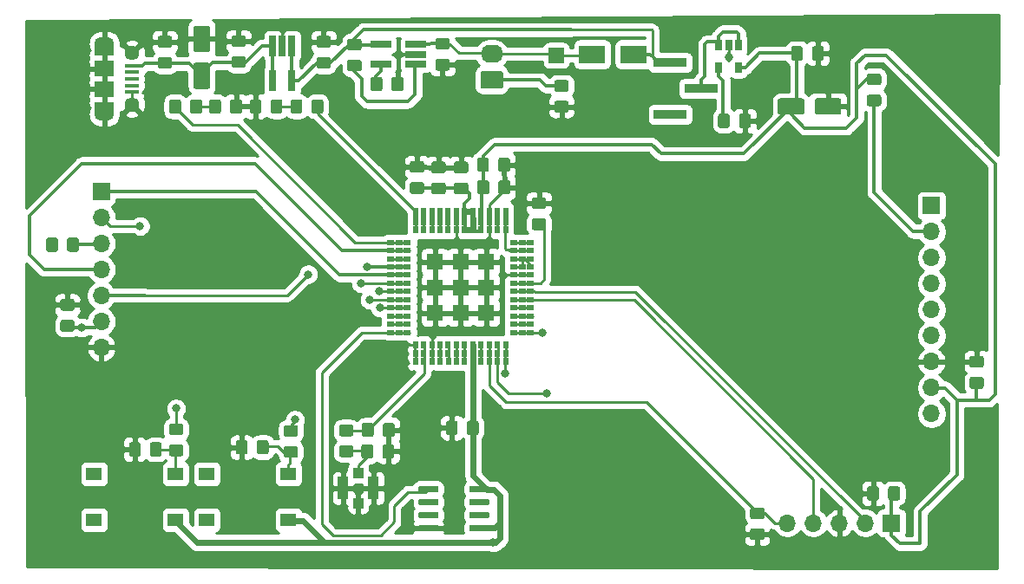
<source format=gbr>
G04 #@! TF.GenerationSoftware,KiCad,Pcbnew,(5.1.5)-3*
G04 #@! TF.CreationDate,2020-02-14T11:51:10+01:00*
G04 #@! TF.ProjectId,Lab_1,4c61625f-312e-46b6-9963-61645f706362,rev?*
G04 #@! TF.SameCoordinates,Original*
G04 #@! TF.FileFunction,Copper,L1,Top*
G04 #@! TF.FilePolarity,Positive*
%FSLAX46Y46*%
G04 Gerber Fmt 4.6, Leading zero omitted, Abs format (unit mm)*
G04 Created by KiCad (PCBNEW (5.1.5)-3) date 2020-02-14 11:51:10*
%MOMM*%
%LPD*%
G04 APERTURE LIST*
%ADD10C,0.100000*%
%ADD11R,1.550000X1.300000*%
%ADD12R,2.500000X1.800000*%
%ADD13O,2.200000X1.740000*%
%ADD14R,1.700000X1.700000*%
%ADD15O,1.700000X1.700000*%
%ADD16R,1.050000X2.200000*%
%ADD17R,1.000000X1.000000*%
%ADD18R,3.220000X0.940000*%
%ADD19R,1.500000X1.500000*%
%ADD20R,0.650000X2.000000*%
%ADD21R,0.650000X1.060000*%
%ADD22R,2.000000X0.650000*%
%ADD23R,1.900000X1.500000*%
%ADD24C,1.450000*%
%ADD25R,1.350000X0.400000*%
%ADD26O,1.900000X1.200000*%
%ADD27R,1.900000X1.200000*%
%ADD28R,0.800000X0.500000*%
%ADD29R,0.500000X0.800000*%
%ADD30R,1.600000X1.600000*%
%ADD31R,0.500000X1.000000*%
%ADD32C,0.800000*%
%ADD33C,0.350000*%
%ADD34C,0.600000*%
%ADD35C,0.250000*%
%ADD36C,0.254000*%
G04 APERTURE END LIST*
G04 #@! TA.AperFunction,SMDPad,CuDef*
D10*
G36*
X88149505Y-103301204D02*
G01*
X88173773Y-103304804D01*
X88197572Y-103310765D01*
X88220671Y-103319030D01*
X88242850Y-103329520D01*
X88263893Y-103342132D01*
X88283599Y-103356747D01*
X88301777Y-103373223D01*
X88318253Y-103391401D01*
X88332868Y-103411107D01*
X88345480Y-103432150D01*
X88355970Y-103454329D01*
X88364235Y-103477428D01*
X88370196Y-103501227D01*
X88373796Y-103525495D01*
X88375000Y-103549999D01*
X88375000Y-104450001D01*
X88373796Y-104474505D01*
X88370196Y-104498773D01*
X88364235Y-104522572D01*
X88355970Y-104545671D01*
X88345480Y-104567850D01*
X88332868Y-104588893D01*
X88318253Y-104608599D01*
X88301777Y-104626777D01*
X88283599Y-104643253D01*
X88263893Y-104657868D01*
X88242850Y-104670480D01*
X88220671Y-104680970D01*
X88197572Y-104689235D01*
X88173773Y-104695196D01*
X88149505Y-104698796D01*
X88125001Y-104700000D01*
X87474999Y-104700000D01*
X87450495Y-104698796D01*
X87426227Y-104695196D01*
X87402428Y-104689235D01*
X87379329Y-104680970D01*
X87357150Y-104670480D01*
X87336107Y-104657868D01*
X87316401Y-104643253D01*
X87298223Y-104626777D01*
X87281747Y-104608599D01*
X87267132Y-104588893D01*
X87254520Y-104567850D01*
X87244030Y-104545671D01*
X87235765Y-104522572D01*
X87229804Y-104498773D01*
X87226204Y-104474505D01*
X87225000Y-104450001D01*
X87225000Y-103549999D01*
X87226204Y-103525495D01*
X87229804Y-103501227D01*
X87235765Y-103477428D01*
X87244030Y-103454329D01*
X87254520Y-103432150D01*
X87267132Y-103411107D01*
X87281747Y-103391401D01*
X87298223Y-103373223D01*
X87316401Y-103356747D01*
X87336107Y-103342132D01*
X87357150Y-103329520D01*
X87379329Y-103319030D01*
X87402428Y-103310765D01*
X87426227Y-103304804D01*
X87450495Y-103301204D01*
X87474999Y-103300000D01*
X88125001Y-103300000D01*
X88149505Y-103301204D01*
G37*
G04 #@! TD.AperFunction*
G04 #@! TA.AperFunction,SMDPad,CuDef*
G36*
X86099505Y-103301204D02*
G01*
X86123773Y-103304804D01*
X86147572Y-103310765D01*
X86170671Y-103319030D01*
X86192850Y-103329520D01*
X86213893Y-103342132D01*
X86233599Y-103356747D01*
X86251777Y-103373223D01*
X86268253Y-103391401D01*
X86282868Y-103411107D01*
X86295480Y-103432150D01*
X86305970Y-103454329D01*
X86314235Y-103477428D01*
X86320196Y-103501227D01*
X86323796Y-103525495D01*
X86325000Y-103549999D01*
X86325000Y-104450001D01*
X86323796Y-104474505D01*
X86320196Y-104498773D01*
X86314235Y-104522572D01*
X86305970Y-104545671D01*
X86295480Y-104567850D01*
X86282868Y-104588893D01*
X86268253Y-104608599D01*
X86251777Y-104626777D01*
X86233599Y-104643253D01*
X86213893Y-104657868D01*
X86192850Y-104670480D01*
X86170671Y-104680970D01*
X86147572Y-104689235D01*
X86123773Y-104695196D01*
X86099505Y-104698796D01*
X86075001Y-104700000D01*
X85424999Y-104700000D01*
X85400495Y-104698796D01*
X85376227Y-104695196D01*
X85352428Y-104689235D01*
X85329329Y-104680970D01*
X85307150Y-104670480D01*
X85286107Y-104657868D01*
X85266401Y-104643253D01*
X85248223Y-104626777D01*
X85231747Y-104608599D01*
X85217132Y-104588893D01*
X85204520Y-104567850D01*
X85194030Y-104545671D01*
X85185765Y-104522572D01*
X85179804Y-104498773D01*
X85176204Y-104474505D01*
X85175000Y-104450001D01*
X85175000Y-103549999D01*
X85176204Y-103525495D01*
X85179804Y-103501227D01*
X85185765Y-103477428D01*
X85194030Y-103454329D01*
X85204520Y-103432150D01*
X85217132Y-103411107D01*
X85231747Y-103391401D01*
X85248223Y-103373223D01*
X85266401Y-103356747D01*
X85286107Y-103342132D01*
X85307150Y-103329520D01*
X85329329Y-103319030D01*
X85352428Y-103310765D01*
X85376227Y-103304804D01*
X85400495Y-103301204D01*
X85424999Y-103300000D01*
X86075001Y-103300000D01*
X86099505Y-103301204D01*
G37*
G04 #@! TD.AperFunction*
G04 #@! TA.AperFunction,SMDPad,CuDef*
G36*
X74249505Y-103301204D02*
G01*
X74273773Y-103304804D01*
X74297572Y-103310765D01*
X74320671Y-103319030D01*
X74342850Y-103329520D01*
X74363893Y-103342132D01*
X74383599Y-103356747D01*
X74401777Y-103373223D01*
X74418253Y-103391401D01*
X74432868Y-103411107D01*
X74445480Y-103432150D01*
X74455970Y-103454329D01*
X74464235Y-103477428D01*
X74470196Y-103501227D01*
X74473796Y-103525495D01*
X74475000Y-103549999D01*
X74475000Y-104450001D01*
X74473796Y-104474505D01*
X74470196Y-104498773D01*
X74464235Y-104522572D01*
X74455970Y-104545671D01*
X74445480Y-104567850D01*
X74432868Y-104588893D01*
X74418253Y-104608599D01*
X74401777Y-104626777D01*
X74383599Y-104643253D01*
X74363893Y-104657868D01*
X74342850Y-104670480D01*
X74320671Y-104680970D01*
X74297572Y-104689235D01*
X74273773Y-104695196D01*
X74249505Y-104698796D01*
X74225001Y-104700000D01*
X73574999Y-104700000D01*
X73550495Y-104698796D01*
X73526227Y-104695196D01*
X73502428Y-104689235D01*
X73479329Y-104680970D01*
X73457150Y-104670480D01*
X73436107Y-104657868D01*
X73416401Y-104643253D01*
X73398223Y-104626777D01*
X73381747Y-104608599D01*
X73367132Y-104588893D01*
X73354520Y-104567850D01*
X73344030Y-104545671D01*
X73335765Y-104522572D01*
X73329804Y-104498773D01*
X73326204Y-104474505D01*
X73325000Y-104450001D01*
X73325000Y-103549999D01*
X73326204Y-103525495D01*
X73329804Y-103501227D01*
X73335765Y-103477428D01*
X73344030Y-103454329D01*
X73354520Y-103432150D01*
X73367132Y-103411107D01*
X73381747Y-103391401D01*
X73398223Y-103373223D01*
X73416401Y-103356747D01*
X73436107Y-103342132D01*
X73457150Y-103329520D01*
X73479329Y-103319030D01*
X73502428Y-103310765D01*
X73526227Y-103304804D01*
X73550495Y-103301204D01*
X73574999Y-103300000D01*
X74225001Y-103300000D01*
X74249505Y-103301204D01*
G37*
G04 #@! TD.AperFunction*
G04 #@! TA.AperFunction,SMDPad,CuDef*
G36*
X76299505Y-103301204D02*
G01*
X76323773Y-103304804D01*
X76347572Y-103310765D01*
X76370671Y-103319030D01*
X76392850Y-103329520D01*
X76413893Y-103342132D01*
X76433599Y-103356747D01*
X76451777Y-103373223D01*
X76468253Y-103391401D01*
X76482868Y-103411107D01*
X76495480Y-103432150D01*
X76505970Y-103454329D01*
X76514235Y-103477428D01*
X76520196Y-103501227D01*
X76523796Y-103525495D01*
X76525000Y-103549999D01*
X76525000Y-104450001D01*
X76523796Y-104474505D01*
X76520196Y-104498773D01*
X76514235Y-104522572D01*
X76505970Y-104545671D01*
X76495480Y-104567850D01*
X76482868Y-104588893D01*
X76468253Y-104608599D01*
X76451777Y-104626777D01*
X76433599Y-104643253D01*
X76413893Y-104657868D01*
X76392850Y-104670480D01*
X76370671Y-104680970D01*
X76347572Y-104689235D01*
X76323773Y-104695196D01*
X76299505Y-104698796D01*
X76275001Y-104700000D01*
X75624999Y-104700000D01*
X75600495Y-104698796D01*
X75576227Y-104695196D01*
X75552428Y-104689235D01*
X75529329Y-104680970D01*
X75507150Y-104670480D01*
X75486107Y-104657868D01*
X75466401Y-104643253D01*
X75448223Y-104626777D01*
X75431747Y-104608599D01*
X75417132Y-104588893D01*
X75404520Y-104567850D01*
X75394030Y-104545671D01*
X75385765Y-104522572D01*
X75379804Y-104498773D01*
X75376204Y-104474505D01*
X75375000Y-104450001D01*
X75375000Y-103549999D01*
X75376204Y-103525495D01*
X75379804Y-103501227D01*
X75385765Y-103477428D01*
X75394030Y-103454329D01*
X75404520Y-103432150D01*
X75417132Y-103411107D01*
X75431747Y-103391401D01*
X75448223Y-103373223D01*
X75466401Y-103356747D01*
X75486107Y-103342132D01*
X75507150Y-103329520D01*
X75529329Y-103319030D01*
X75552428Y-103310765D01*
X75576227Y-103304804D01*
X75600495Y-103301204D01*
X75624999Y-103300000D01*
X76275001Y-103300000D01*
X76299505Y-103301204D01*
G37*
G04 #@! TD.AperFunction*
G04 #@! TA.AperFunction,SMDPad,CuDef*
G36*
X88874505Y-97101204D02*
G01*
X88898773Y-97104804D01*
X88922572Y-97110765D01*
X88945671Y-97119030D01*
X88967850Y-97129520D01*
X88988893Y-97142132D01*
X89008599Y-97156747D01*
X89026777Y-97173223D01*
X89043253Y-97191401D01*
X89057868Y-97211107D01*
X89070480Y-97232150D01*
X89080970Y-97254329D01*
X89089235Y-97277428D01*
X89095196Y-97301227D01*
X89098796Y-97325495D01*
X89100000Y-97349999D01*
X89100000Y-98000001D01*
X89098796Y-98024505D01*
X89095196Y-98048773D01*
X89089235Y-98072572D01*
X89080970Y-98095671D01*
X89070480Y-98117850D01*
X89057868Y-98138893D01*
X89043253Y-98158599D01*
X89026777Y-98176777D01*
X89008599Y-98193253D01*
X88988893Y-98207868D01*
X88967850Y-98220480D01*
X88945671Y-98230970D01*
X88922572Y-98239235D01*
X88898773Y-98245196D01*
X88874505Y-98248796D01*
X88850001Y-98250000D01*
X87949999Y-98250000D01*
X87925495Y-98248796D01*
X87901227Y-98245196D01*
X87877428Y-98239235D01*
X87854329Y-98230970D01*
X87832150Y-98220480D01*
X87811107Y-98207868D01*
X87791401Y-98193253D01*
X87773223Y-98176777D01*
X87756747Y-98158599D01*
X87742132Y-98138893D01*
X87729520Y-98117850D01*
X87719030Y-98095671D01*
X87710765Y-98072572D01*
X87704804Y-98048773D01*
X87701204Y-98024505D01*
X87700000Y-98000001D01*
X87700000Y-97349999D01*
X87701204Y-97325495D01*
X87704804Y-97301227D01*
X87710765Y-97277428D01*
X87719030Y-97254329D01*
X87729520Y-97232150D01*
X87742132Y-97211107D01*
X87756747Y-97191401D01*
X87773223Y-97173223D01*
X87791401Y-97156747D01*
X87811107Y-97142132D01*
X87832150Y-97129520D01*
X87854329Y-97119030D01*
X87877428Y-97110765D01*
X87901227Y-97104804D01*
X87925495Y-97101204D01*
X87949999Y-97100000D01*
X88850001Y-97100000D01*
X88874505Y-97101204D01*
G37*
G04 #@! TD.AperFunction*
G04 #@! TA.AperFunction,SMDPad,CuDef*
G36*
X88874505Y-99151204D02*
G01*
X88898773Y-99154804D01*
X88922572Y-99160765D01*
X88945671Y-99169030D01*
X88967850Y-99179520D01*
X88988893Y-99192132D01*
X89008599Y-99206747D01*
X89026777Y-99223223D01*
X89043253Y-99241401D01*
X89057868Y-99261107D01*
X89070480Y-99282150D01*
X89080970Y-99304329D01*
X89089235Y-99327428D01*
X89095196Y-99351227D01*
X89098796Y-99375495D01*
X89100000Y-99399999D01*
X89100000Y-100050001D01*
X89098796Y-100074505D01*
X89095196Y-100098773D01*
X89089235Y-100122572D01*
X89080970Y-100145671D01*
X89070480Y-100167850D01*
X89057868Y-100188893D01*
X89043253Y-100208599D01*
X89026777Y-100226777D01*
X89008599Y-100243253D01*
X88988893Y-100257868D01*
X88967850Y-100270480D01*
X88945671Y-100280970D01*
X88922572Y-100289235D01*
X88898773Y-100295196D01*
X88874505Y-100298796D01*
X88850001Y-100300000D01*
X87949999Y-100300000D01*
X87925495Y-100298796D01*
X87901227Y-100295196D01*
X87877428Y-100289235D01*
X87854329Y-100280970D01*
X87832150Y-100270480D01*
X87811107Y-100257868D01*
X87791401Y-100243253D01*
X87773223Y-100226777D01*
X87756747Y-100208599D01*
X87742132Y-100188893D01*
X87729520Y-100167850D01*
X87719030Y-100145671D01*
X87710765Y-100122572D01*
X87704804Y-100098773D01*
X87701204Y-100074505D01*
X87700000Y-100050001D01*
X87700000Y-99399999D01*
X87701204Y-99375495D01*
X87704804Y-99351227D01*
X87710765Y-99327428D01*
X87719030Y-99304329D01*
X87729520Y-99282150D01*
X87742132Y-99261107D01*
X87756747Y-99241401D01*
X87773223Y-99223223D01*
X87791401Y-99206747D01*
X87811107Y-99192132D01*
X87832150Y-99179520D01*
X87854329Y-99169030D01*
X87877428Y-99160765D01*
X87901227Y-99154804D01*
X87925495Y-99151204D01*
X87949999Y-99150000D01*
X88850001Y-99150000D01*
X88874505Y-99151204D01*
G37*
G04 #@! TD.AperFunction*
G04 #@! TA.AperFunction,SMDPad,CuDef*
G36*
X84149505Y-103301204D02*
G01*
X84173773Y-103304804D01*
X84197572Y-103310765D01*
X84220671Y-103319030D01*
X84242850Y-103329520D01*
X84263893Y-103342132D01*
X84283599Y-103356747D01*
X84301777Y-103373223D01*
X84318253Y-103391401D01*
X84332868Y-103411107D01*
X84345480Y-103432150D01*
X84355970Y-103454329D01*
X84364235Y-103477428D01*
X84370196Y-103501227D01*
X84373796Y-103525495D01*
X84375000Y-103549999D01*
X84375000Y-104450001D01*
X84373796Y-104474505D01*
X84370196Y-104498773D01*
X84364235Y-104522572D01*
X84355970Y-104545671D01*
X84345480Y-104567850D01*
X84332868Y-104588893D01*
X84318253Y-104608599D01*
X84301777Y-104626777D01*
X84283599Y-104643253D01*
X84263893Y-104657868D01*
X84242850Y-104670480D01*
X84220671Y-104680970D01*
X84197572Y-104689235D01*
X84173773Y-104695196D01*
X84149505Y-104698796D01*
X84125001Y-104700000D01*
X83474999Y-104700000D01*
X83450495Y-104698796D01*
X83426227Y-104695196D01*
X83402428Y-104689235D01*
X83379329Y-104680970D01*
X83357150Y-104670480D01*
X83336107Y-104657868D01*
X83316401Y-104643253D01*
X83298223Y-104626777D01*
X83281747Y-104608599D01*
X83267132Y-104588893D01*
X83254520Y-104567850D01*
X83244030Y-104545671D01*
X83235765Y-104522572D01*
X83229804Y-104498773D01*
X83226204Y-104474505D01*
X83225000Y-104450001D01*
X83225000Y-103549999D01*
X83226204Y-103525495D01*
X83229804Y-103501227D01*
X83235765Y-103477428D01*
X83244030Y-103454329D01*
X83254520Y-103432150D01*
X83267132Y-103411107D01*
X83281747Y-103391401D01*
X83298223Y-103373223D01*
X83316401Y-103356747D01*
X83336107Y-103342132D01*
X83357150Y-103329520D01*
X83379329Y-103319030D01*
X83402428Y-103310765D01*
X83426227Y-103304804D01*
X83450495Y-103301204D01*
X83474999Y-103300000D01*
X84125001Y-103300000D01*
X84149505Y-103301204D01*
G37*
G04 #@! TD.AperFunction*
G04 #@! TA.AperFunction,SMDPad,CuDef*
G36*
X82099505Y-103301204D02*
G01*
X82123773Y-103304804D01*
X82147572Y-103310765D01*
X82170671Y-103319030D01*
X82192850Y-103329520D01*
X82213893Y-103342132D01*
X82233599Y-103356747D01*
X82251777Y-103373223D01*
X82268253Y-103391401D01*
X82282868Y-103411107D01*
X82295480Y-103432150D01*
X82305970Y-103454329D01*
X82314235Y-103477428D01*
X82320196Y-103501227D01*
X82323796Y-103525495D01*
X82325000Y-103549999D01*
X82325000Y-104450001D01*
X82323796Y-104474505D01*
X82320196Y-104498773D01*
X82314235Y-104522572D01*
X82305970Y-104545671D01*
X82295480Y-104567850D01*
X82282868Y-104588893D01*
X82268253Y-104608599D01*
X82251777Y-104626777D01*
X82233599Y-104643253D01*
X82213893Y-104657868D01*
X82192850Y-104670480D01*
X82170671Y-104680970D01*
X82147572Y-104689235D01*
X82123773Y-104695196D01*
X82099505Y-104698796D01*
X82075001Y-104700000D01*
X81424999Y-104700000D01*
X81400495Y-104698796D01*
X81376227Y-104695196D01*
X81352428Y-104689235D01*
X81329329Y-104680970D01*
X81307150Y-104670480D01*
X81286107Y-104657868D01*
X81266401Y-104643253D01*
X81248223Y-104626777D01*
X81231747Y-104608599D01*
X81217132Y-104588893D01*
X81204520Y-104567850D01*
X81194030Y-104545671D01*
X81185765Y-104522572D01*
X81179804Y-104498773D01*
X81176204Y-104474505D01*
X81175000Y-104450001D01*
X81175000Y-103549999D01*
X81176204Y-103525495D01*
X81179804Y-103501227D01*
X81185765Y-103477428D01*
X81194030Y-103454329D01*
X81204520Y-103432150D01*
X81217132Y-103411107D01*
X81231747Y-103391401D01*
X81248223Y-103373223D01*
X81266401Y-103356747D01*
X81286107Y-103342132D01*
X81307150Y-103329520D01*
X81329329Y-103319030D01*
X81352428Y-103310765D01*
X81376227Y-103304804D01*
X81400495Y-103301204D01*
X81424999Y-103300000D01*
X82075001Y-103300000D01*
X82099505Y-103301204D01*
G37*
G04 #@! TD.AperFunction*
G04 #@! TA.AperFunction,SMDPad,CuDef*
G36*
X78149505Y-103301204D02*
G01*
X78173773Y-103304804D01*
X78197572Y-103310765D01*
X78220671Y-103319030D01*
X78242850Y-103329520D01*
X78263893Y-103342132D01*
X78283599Y-103356747D01*
X78301777Y-103373223D01*
X78318253Y-103391401D01*
X78332868Y-103411107D01*
X78345480Y-103432150D01*
X78355970Y-103454329D01*
X78364235Y-103477428D01*
X78370196Y-103501227D01*
X78373796Y-103525495D01*
X78375000Y-103549999D01*
X78375000Y-104450001D01*
X78373796Y-104474505D01*
X78370196Y-104498773D01*
X78364235Y-104522572D01*
X78355970Y-104545671D01*
X78345480Y-104567850D01*
X78332868Y-104588893D01*
X78318253Y-104608599D01*
X78301777Y-104626777D01*
X78283599Y-104643253D01*
X78263893Y-104657868D01*
X78242850Y-104670480D01*
X78220671Y-104680970D01*
X78197572Y-104689235D01*
X78173773Y-104695196D01*
X78149505Y-104698796D01*
X78125001Y-104700000D01*
X77474999Y-104700000D01*
X77450495Y-104698796D01*
X77426227Y-104695196D01*
X77402428Y-104689235D01*
X77379329Y-104680970D01*
X77357150Y-104670480D01*
X77336107Y-104657868D01*
X77316401Y-104643253D01*
X77298223Y-104626777D01*
X77281747Y-104608599D01*
X77267132Y-104588893D01*
X77254520Y-104567850D01*
X77244030Y-104545671D01*
X77235765Y-104522572D01*
X77229804Y-104498773D01*
X77226204Y-104474505D01*
X77225000Y-104450001D01*
X77225000Y-103549999D01*
X77226204Y-103525495D01*
X77229804Y-103501227D01*
X77235765Y-103477428D01*
X77244030Y-103454329D01*
X77254520Y-103432150D01*
X77267132Y-103411107D01*
X77281747Y-103391401D01*
X77298223Y-103373223D01*
X77316401Y-103356747D01*
X77336107Y-103342132D01*
X77357150Y-103329520D01*
X77379329Y-103319030D01*
X77402428Y-103310765D01*
X77426227Y-103304804D01*
X77450495Y-103301204D01*
X77474999Y-103300000D01*
X78125001Y-103300000D01*
X78149505Y-103301204D01*
G37*
G04 #@! TD.AperFunction*
G04 #@! TA.AperFunction,SMDPad,CuDef*
G36*
X80199505Y-103301204D02*
G01*
X80223773Y-103304804D01*
X80247572Y-103310765D01*
X80270671Y-103319030D01*
X80292850Y-103329520D01*
X80313893Y-103342132D01*
X80333599Y-103356747D01*
X80351777Y-103373223D01*
X80368253Y-103391401D01*
X80382868Y-103411107D01*
X80395480Y-103432150D01*
X80405970Y-103454329D01*
X80414235Y-103477428D01*
X80420196Y-103501227D01*
X80423796Y-103525495D01*
X80425000Y-103549999D01*
X80425000Y-104450001D01*
X80423796Y-104474505D01*
X80420196Y-104498773D01*
X80414235Y-104522572D01*
X80405970Y-104545671D01*
X80395480Y-104567850D01*
X80382868Y-104588893D01*
X80368253Y-104608599D01*
X80351777Y-104626777D01*
X80333599Y-104643253D01*
X80313893Y-104657868D01*
X80292850Y-104670480D01*
X80270671Y-104680970D01*
X80247572Y-104689235D01*
X80223773Y-104695196D01*
X80199505Y-104698796D01*
X80175001Y-104700000D01*
X79524999Y-104700000D01*
X79500495Y-104698796D01*
X79476227Y-104695196D01*
X79452428Y-104689235D01*
X79429329Y-104680970D01*
X79407150Y-104670480D01*
X79386107Y-104657868D01*
X79366401Y-104643253D01*
X79348223Y-104626777D01*
X79331747Y-104608599D01*
X79317132Y-104588893D01*
X79304520Y-104567850D01*
X79294030Y-104545671D01*
X79285765Y-104522572D01*
X79279804Y-104498773D01*
X79276204Y-104474505D01*
X79275000Y-104450001D01*
X79275000Y-103549999D01*
X79276204Y-103525495D01*
X79279804Y-103501227D01*
X79285765Y-103477428D01*
X79294030Y-103454329D01*
X79304520Y-103432150D01*
X79317132Y-103411107D01*
X79331747Y-103391401D01*
X79348223Y-103373223D01*
X79366401Y-103356747D01*
X79386107Y-103342132D01*
X79407150Y-103329520D01*
X79429329Y-103319030D01*
X79452428Y-103310765D01*
X79476227Y-103304804D01*
X79500495Y-103301204D01*
X79524999Y-103300000D01*
X80175001Y-103300000D01*
X80199505Y-103301204D01*
G37*
G04 #@! TD.AperFunction*
D11*
X73950000Y-144400000D03*
X73950000Y-139900000D03*
X66000000Y-139900000D03*
X66000000Y-144400000D03*
G04 #@! TA.AperFunction,SMDPad,CuDef*
D10*
G36*
X74474505Y-134976204D02*
G01*
X74498773Y-134979804D01*
X74522572Y-134985765D01*
X74545671Y-134994030D01*
X74567850Y-135004520D01*
X74588893Y-135017132D01*
X74608599Y-135031747D01*
X74626777Y-135048223D01*
X74643253Y-135066401D01*
X74657868Y-135086107D01*
X74670480Y-135107150D01*
X74680970Y-135129329D01*
X74689235Y-135152428D01*
X74695196Y-135176227D01*
X74698796Y-135200495D01*
X74700000Y-135224999D01*
X74700000Y-135875001D01*
X74698796Y-135899505D01*
X74695196Y-135923773D01*
X74689235Y-135947572D01*
X74680970Y-135970671D01*
X74670480Y-135992850D01*
X74657868Y-136013893D01*
X74643253Y-136033599D01*
X74626777Y-136051777D01*
X74608599Y-136068253D01*
X74588893Y-136082868D01*
X74567850Y-136095480D01*
X74545671Y-136105970D01*
X74522572Y-136114235D01*
X74498773Y-136120196D01*
X74474505Y-136123796D01*
X74450001Y-136125000D01*
X73549999Y-136125000D01*
X73525495Y-136123796D01*
X73501227Y-136120196D01*
X73477428Y-136114235D01*
X73454329Y-136105970D01*
X73432150Y-136095480D01*
X73411107Y-136082868D01*
X73391401Y-136068253D01*
X73373223Y-136051777D01*
X73356747Y-136033599D01*
X73342132Y-136013893D01*
X73329520Y-135992850D01*
X73319030Y-135970671D01*
X73310765Y-135947572D01*
X73304804Y-135923773D01*
X73301204Y-135899505D01*
X73300000Y-135875001D01*
X73300000Y-135224999D01*
X73301204Y-135200495D01*
X73304804Y-135176227D01*
X73310765Y-135152428D01*
X73319030Y-135129329D01*
X73329520Y-135107150D01*
X73342132Y-135086107D01*
X73356747Y-135066401D01*
X73373223Y-135048223D01*
X73391401Y-135031747D01*
X73411107Y-135017132D01*
X73432150Y-135004520D01*
X73454329Y-134994030D01*
X73477428Y-134985765D01*
X73501227Y-134979804D01*
X73525495Y-134976204D01*
X73549999Y-134975000D01*
X74450001Y-134975000D01*
X74474505Y-134976204D01*
G37*
G04 #@! TD.AperFunction*
G04 #@! TA.AperFunction,SMDPad,CuDef*
G36*
X74474505Y-137026204D02*
G01*
X74498773Y-137029804D01*
X74522572Y-137035765D01*
X74545671Y-137044030D01*
X74567850Y-137054520D01*
X74588893Y-137067132D01*
X74608599Y-137081747D01*
X74626777Y-137098223D01*
X74643253Y-137116401D01*
X74657868Y-137136107D01*
X74670480Y-137157150D01*
X74680970Y-137179329D01*
X74689235Y-137202428D01*
X74695196Y-137226227D01*
X74698796Y-137250495D01*
X74700000Y-137274999D01*
X74700000Y-137925001D01*
X74698796Y-137949505D01*
X74695196Y-137973773D01*
X74689235Y-137997572D01*
X74680970Y-138020671D01*
X74670480Y-138042850D01*
X74657868Y-138063893D01*
X74643253Y-138083599D01*
X74626777Y-138101777D01*
X74608599Y-138118253D01*
X74588893Y-138132868D01*
X74567850Y-138145480D01*
X74545671Y-138155970D01*
X74522572Y-138164235D01*
X74498773Y-138170196D01*
X74474505Y-138173796D01*
X74450001Y-138175000D01*
X73549999Y-138175000D01*
X73525495Y-138173796D01*
X73501227Y-138170196D01*
X73477428Y-138164235D01*
X73454329Y-138155970D01*
X73432150Y-138145480D01*
X73411107Y-138132868D01*
X73391401Y-138118253D01*
X73373223Y-138101777D01*
X73356747Y-138083599D01*
X73342132Y-138063893D01*
X73329520Y-138042850D01*
X73319030Y-138020671D01*
X73310765Y-137997572D01*
X73304804Y-137973773D01*
X73301204Y-137949505D01*
X73300000Y-137925001D01*
X73300000Y-137274999D01*
X73301204Y-137250495D01*
X73304804Y-137226227D01*
X73310765Y-137202428D01*
X73319030Y-137179329D01*
X73329520Y-137157150D01*
X73342132Y-137136107D01*
X73356747Y-137116401D01*
X73373223Y-137098223D01*
X73391401Y-137081747D01*
X73411107Y-137067132D01*
X73432150Y-137054520D01*
X73454329Y-137044030D01*
X73477428Y-137035765D01*
X73501227Y-137029804D01*
X73525495Y-137026204D01*
X73549999Y-137025000D01*
X74450001Y-137025000D01*
X74474505Y-137026204D01*
G37*
G04 #@! TD.AperFunction*
G04 #@! TA.AperFunction,SMDPad,CuDef*
G36*
X72374505Y-136801204D02*
G01*
X72398773Y-136804804D01*
X72422572Y-136810765D01*
X72445671Y-136819030D01*
X72467850Y-136829520D01*
X72488893Y-136842132D01*
X72508599Y-136856747D01*
X72526777Y-136873223D01*
X72543253Y-136891401D01*
X72557868Y-136911107D01*
X72570480Y-136932150D01*
X72580970Y-136954329D01*
X72589235Y-136977428D01*
X72595196Y-137001227D01*
X72598796Y-137025495D01*
X72600000Y-137049999D01*
X72600000Y-137950001D01*
X72598796Y-137974505D01*
X72595196Y-137998773D01*
X72589235Y-138022572D01*
X72580970Y-138045671D01*
X72570480Y-138067850D01*
X72557868Y-138088893D01*
X72543253Y-138108599D01*
X72526777Y-138126777D01*
X72508599Y-138143253D01*
X72488893Y-138157868D01*
X72467850Y-138170480D01*
X72445671Y-138180970D01*
X72422572Y-138189235D01*
X72398773Y-138195196D01*
X72374505Y-138198796D01*
X72350001Y-138200000D01*
X71699999Y-138200000D01*
X71675495Y-138198796D01*
X71651227Y-138195196D01*
X71627428Y-138189235D01*
X71604329Y-138180970D01*
X71582150Y-138170480D01*
X71561107Y-138157868D01*
X71541401Y-138143253D01*
X71523223Y-138126777D01*
X71506747Y-138108599D01*
X71492132Y-138088893D01*
X71479520Y-138067850D01*
X71469030Y-138045671D01*
X71460765Y-138022572D01*
X71454804Y-137998773D01*
X71451204Y-137974505D01*
X71450000Y-137950001D01*
X71450000Y-137049999D01*
X71451204Y-137025495D01*
X71454804Y-137001227D01*
X71460765Y-136977428D01*
X71469030Y-136954329D01*
X71479520Y-136932150D01*
X71492132Y-136911107D01*
X71506747Y-136891401D01*
X71523223Y-136873223D01*
X71541401Y-136856747D01*
X71561107Y-136842132D01*
X71582150Y-136829520D01*
X71604329Y-136819030D01*
X71627428Y-136810765D01*
X71651227Y-136804804D01*
X71675495Y-136801204D01*
X71699999Y-136800000D01*
X72350001Y-136800000D01*
X72374505Y-136801204D01*
G37*
G04 #@! TD.AperFunction*
G04 #@! TA.AperFunction,SMDPad,CuDef*
G36*
X70324505Y-136801204D02*
G01*
X70348773Y-136804804D01*
X70372572Y-136810765D01*
X70395671Y-136819030D01*
X70417850Y-136829520D01*
X70438893Y-136842132D01*
X70458599Y-136856747D01*
X70476777Y-136873223D01*
X70493253Y-136891401D01*
X70507868Y-136911107D01*
X70520480Y-136932150D01*
X70530970Y-136954329D01*
X70539235Y-136977428D01*
X70545196Y-137001227D01*
X70548796Y-137025495D01*
X70550000Y-137049999D01*
X70550000Y-137950001D01*
X70548796Y-137974505D01*
X70545196Y-137998773D01*
X70539235Y-138022572D01*
X70530970Y-138045671D01*
X70520480Y-138067850D01*
X70507868Y-138088893D01*
X70493253Y-138108599D01*
X70476777Y-138126777D01*
X70458599Y-138143253D01*
X70438893Y-138157868D01*
X70417850Y-138170480D01*
X70395671Y-138180970D01*
X70372572Y-138189235D01*
X70348773Y-138195196D01*
X70324505Y-138198796D01*
X70300001Y-138200000D01*
X69649999Y-138200000D01*
X69625495Y-138198796D01*
X69601227Y-138195196D01*
X69577428Y-138189235D01*
X69554329Y-138180970D01*
X69532150Y-138170480D01*
X69511107Y-138157868D01*
X69491401Y-138143253D01*
X69473223Y-138126777D01*
X69456747Y-138108599D01*
X69442132Y-138088893D01*
X69429520Y-138067850D01*
X69419030Y-138045671D01*
X69410765Y-138022572D01*
X69404804Y-137998773D01*
X69401204Y-137974505D01*
X69400000Y-137950001D01*
X69400000Y-137049999D01*
X69401204Y-137025495D01*
X69404804Y-137001227D01*
X69410765Y-136977428D01*
X69419030Y-136954329D01*
X69429520Y-136932150D01*
X69442132Y-136911107D01*
X69456747Y-136891401D01*
X69473223Y-136873223D01*
X69491401Y-136856747D01*
X69511107Y-136842132D01*
X69532150Y-136829520D01*
X69554329Y-136819030D01*
X69577428Y-136810765D01*
X69601227Y-136804804D01*
X69625495Y-136801204D01*
X69649999Y-136800000D01*
X70300001Y-136800000D01*
X70324505Y-136801204D01*
G37*
G04 #@! TD.AperFunction*
G04 #@! TA.AperFunction,SMDPad,CuDef*
G36*
X100474505Y-97301204D02*
G01*
X100498773Y-97304804D01*
X100522572Y-97310765D01*
X100545671Y-97319030D01*
X100567850Y-97329520D01*
X100588893Y-97342132D01*
X100608599Y-97356747D01*
X100626777Y-97373223D01*
X100643253Y-97391401D01*
X100657868Y-97411107D01*
X100670480Y-97432150D01*
X100680970Y-97454329D01*
X100689235Y-97477428D01*
X100695196Y-97501227D01*
X100698796Y-97525495D01*
X100700000Y-97549999D01*
X100700000Y-98200001D01*
X100698796Y-98224505D01*
X100695196Y-98248773D01*
X100689235Y-98272572D01*
X100680970Y-98295671D01*
X100670480Y-98317850D01*
X100657868Y-98338893D01*
X100643253Y-98358599D01*
X100626777Y-98376777D01*
X100608599Y-98393253D01*
X100588893Y-98407868D01*
X100567850Y-98420480D01*
X100545671Y-98430970D01*
X100522572Y-98439235D01*
X100498773Y-98445196D01*
X100474505Y-98448796D01*
X100450001Y-98450000D01*
X99549999Y-98450000D01*
X99525495Y-98448796D01*
X99501227Y-98445196D01*
X99477428Y-98439235D01*
X99454329Y-98430970D01*
X99432150Y-98420480D01*
X99411107Y-98407868D01*
X99391401Y-98393253D01*
X99373223Y-98376777D01*
X99356747Y-98358599D01*
X99342132Y-98338893D01*
X99329520Y-98317850D01*
X99319030Y-98295671D01*
X99310765Y-98272572D01*
X99304804Y-98248773D01*
X99301204Y-98224505D01*
X99300000Y-98200001D01*
X99300000Y-97549999D01*
X99301204Y-97525495D01*
X99304804Y-97501227D01*
X99310765Y-97477428D01*
X99319030Y-97454329D01*
X99329520Y-97432150D01*
X99342132Y-97411107D01*
X99356747Y-97391401D01*
X99373223Y-97373223D01*
X99391401Y-97356747D01*
X99411107Y-97342132D01*
X99432150Y-97329520D01*
X99454329Y-97319030D01*
X99477428Y-97310765D01*
X99501227Y-97304804D01*
X99525495Y-97301204D01*
X99549999Y-97300000D01*
X100450001Y-97300000D01*
X100474505Y-97301204D01*
G37*
G04 #@! TD.AperFunction*
G04 #@! TA.AperFunction,SMDPad,CuDef*
G36*
X100474505Y-99351204D02*
G01*
X100498773Y-99354804D01*
X100522572Y-99360765D01*
X100545671Y-99369030D01*
X100567850Y-99379520D01*
X100588893Y-99392132D01*
X100608599Y-99406747D01*
X100626777Y-99423223D01*
X100643253Y-99441401D01*
X100657868Y-99461107D01*
X100670480Y-99482150D01*
X100680970Y-99504329D01*
X100689235Y-99527428D01*
X100695196Y-99551227D01*
X100698796Y-99575495D01*
X100700000Y-99599999D01*
X100700000Y-100250001D01*
X100698796Y-100274505D01*
X100695196Y-100298773D01*
X100689235Y-100322572D01*
X100680970Y-100345671D01*
X100670480Y-100367850D01*
X100657868Y-100388893D01*
X100643253Y-100408599D01*
X100626777Y-100426777D01*
X100608599Y-100443253D01*
X100588893Y-100457868D01*
X100567850Y-100470480D01*
X100545671Y-100480970D01*
X100522572Y-100489235D01*
X100498773Y-100495196D01*
X100474505Y-100498796D01*
X100450001Y-100500000D01*
X99549999Y-100500000D01*
X99525495Y-100498796D01*
X99501227Y-100495196D01*
X99477428Y-100489235D01*
X99454329Y-100480970D01*
X99432150Y-100470480D01*
X99411107Y-100457868D01*
X99391401Y-100443253D01*
X99373223Y-100426777D01*
X99356747Y-100408599D01*
X99342132Y-100388893D01*
X99329520Y-100367850D01*
X99319030Y-100345671D01*
X99310765Y-100322572D01*
X99304804Y-100298773D01*
X99301204Y-100274505D01*
X99300000Y-100250001D01*
X99300000Y-99599999D01*
X99301204Y-99575495D01*
X99304804Y-99551227D01*
X99310765Y-99527428D01*
X99319030Y-99504329D01*
X99329520Y-99482150D01*
X99342132Y-99461107D01*
X99356747Y-99441401D01*
X99373223Y-99423223D01*
X99391401Y-99406747D01*
X99411107Y-99392132D01*
X99432150Y-99379520D01*
X99454329Y-99369030D01*
X99477428Y-99360765D01*
X99501227Y-99354804D01*
X99525495Y-99351204D01*
X99549999Y-99350000D01*
X100450001Y-99350000D01*
X100474505Y-99351204D01*
G37*
G04 #@! TD.AperFunction*
G04 #@! TA.AperFunction,SMDPad,CuDef*
G36*
X152574505Y-128376204D02*
G01*
X152598773Y-128379804D01*
X152622572Y-128385765D01*
X152645671Y-128394030D01*
X152667850Y-128404520D01*
X152688893Y-128417132D01*
X152708599Y-128431747D01*
X152726777Y-128448223D01*
X152743253Y-128466401D01*
X152757868Y-128486107D01*
X152770480Y-128507150D01*
X152780970Y-128529329D01*
X152789235Y-128552428D01*
X152795196Y-128576227D01*
X152798796Y-128600495D01*
X152800000Y-128624999D01*
X152800000Y-129275001D01*
X152798796Y-129299505D01*
X152795196Y-129323773D01*
X152789235Y-129347572D01*
X152780970Y-129370671D01*
X152770480Y-129392850D01*
X152757868Y-129413893D01*
X152743253Y-129433599D01*
X152726777Y-129451777D01*
X152708599Y-129468253D01*
X152688893Y-129482868D01*
X152667850Y-129495480D01*
X152645671Y-129505970D01*
X152622572Y-129514235D01*
X152598773Y-129520196D01*
X152574505Y-129523796D01*
X152550001Y-129525000D01*
X151649999Y-129525000D01*
X151625495Y-129523796D01*
X151601227Y-129520196D01*
X151577428Y-129514235D01*
X151554329Y-129505970D01*
X151532150Y-129495480D01*
X151511107Y-129482868D01*
X151491401Y-129468253D01*
X151473223Y-129451777D01*
X151456747Y-129433599D01*
X151442132Y-129413893D01*
X151429520Y-129392850D01*
X151419030Y-129370671D01*
X151410765Y-129347572D01*
X151404804Y-129323773D01*
X151401204Y-129299505D01*
X151400000Y-129275001D01*
X151400000Y-128624999D01*
X151401204Y-128600495D01*
X151404804Y-128576227D01*
X151410765Y-128552428D01*
X151419030Y-128529329D01*
X151429520Y-128507150D01*
X151442132Y-128486107D01*
X151456747Y-128466401D01*
X151473223Y-128448223D01*
X151491401Y-128431747D01*
X151511107Y-128417132D01*
X151532150Y-128404520D01*
X151554329Y-128394030D01*
X151577428Y-128385765D01*
X151601227Y-128379804D01*
X151625495Y-128376204D01*
X151649999Y-128375000D01*
X152550001Y-128375000D01*
X152574505Y-128376204D01*
G37*
G04 #@! TD.AperFunction*
G04 #@! TA.AperFunction,SMDPad,CuDef*
G36*
X152574505Y-130426204D02*
G01*
X152598773Y-130429804D01*
X152622572Y-130435765D01*
X152645671Y-130444030D01*
X152667850Y-130454520D01*
X152688893Y-130467132D01*
X152708599Y-130481747D01*
X152726777Y-130498223D01*
X152743253Y-130516401D01*
X152757868Y-130536107D01*
X152770480Y-130557150D01*
X152780970Y-130579329D01*
X152789235Y-130602428D01*
X152795196Y-130626227D01*
X152798796Y-130650495D01*
X152800000Y-130674999D01*
X152800000Y-131325001D01*
X152798796Y-131349505D01*
X152795196Y-131373773D01*
X152789235Y-131397572D01*
X152780970Y-131420671D01*
X152770480Y-131442850D01*
X152757868Y-131463893D01*
X152743253Y-131483599D01*
X152726777Y-131501777D01*
X152708599Y-131518253D01*
X152688893Y-131532868D01*
X152667850Y-131545480D01*
X152645671Y-131555970D01*
X152622572Y-131564235D01*
X152598773Y-131570196D01*
X152574505Y-131573796D01*
X152550001Y-131575000D01*
X151649999Y-131575000D01*
X151625495Y-131573796D01*
X151601227Y-131570196D01*
X151577428Y-131564235D01*
X151554329Y-131555970D01*
X151532150Y-131545480D01*
X151511107Y-131532868D01*
X151491401Y-131518253D01*
X151473223Y-131501777D01*
X151456747Y-131483599D01*
X151442132Y-131463893D01*
X151429520Y-131442850D01*
X151419030Y-131420671D01*
X151410765Y-131397572D01*
X151404804Y-131373773D01*
X151401204Y-131349505D01*
X151400000Y-131325001D01*
X151400000Y-130674999D01*
X151401204Y-130650495D01*
X151404804Y-130626227D01*
X151410765Y-130602428D01*
X151419030Y-130579329D01*
X151429520Y-130557150D01*
X151442132Y-130536107D01*
X151456747Y-130516401D01*
X151473223Y-130498223D01*
X151491401Y-130481747D01*
X151511107Y-130467132D01*
X151532150Y-130454520D01*
X151554329Y-130444030D01*
X151577428Y-130435765D01*
X151601227Y-130429804D01*
X151625495Y-130426204D01*
X151649999Y-130425000D01*
X152550001Y-130425000D01*
X152574505Y-130426204D01*
G37*
G04 #@! TD.AperFunction*
G04 #@! TA.AperFunction,SMDPad,CuDef*
G36*
X112074505Y-103451204D02*
G01*
X112098773Y-103454804D01*
X112122572Y-103460765D01*
X112145671Y-103469030D01*
X112167850Y-103479520D01*
X112188893Y-103492132D01*
X112208599Y-103506747D01*
X112226777Y-103523223D01*
X112243253Y-103541401D01*
X112257868Y-103561107D01*
X112270480Y-103582150D01*
X112280970Y-103604329D01*
X112289235Y-103627428D01*
X112295196Y-103651227D01*
X112298796Y-103675495D01*
X112300000Y-103699999D01*
X112300000Y-104350001D01*
X112298796Y-104374505D01*
X112295196Y-104398773D01*
X112289235Y-104422572D01*
X112280970Y-104445671D01*
X112270480Y-104467850D01*
X112257868Y-104488893D01*
X112243253Y-104508599D01*
X112226777Y-104526777D01*
X112208599Y-104543253D01*
X112188893Y-104557868D01*
X112167850Y-104570480D01*
X112145671Y-104580970D01*
X112122572Y-104589235D01*
X112098773Y-104595196D01*
X112074505Y-104598796D01*
X112050001Y-104600000D01*
X111149999Y-104600000D01*
X111125495Y-104598796D01*
X111101227Y-104595196D01*
X111077428Y-104589235D01*
X111054329Y-104580970D01*
X111032150Y-104570480D01*
X111011107Y-104557868D01*
X110991401Y-104543253D01*
X110973223Y-104526777D01*
X110956747Y-104508599D01*
X110942132Y-104488893D01*
X110929520Y-104467850D01*
X110919030Y-104445671D01*
X110910765Y-104422572D01*
X110904804Y-104398773D01*
X110901204Y-104374505D01*
X110900000Y-104350001D01*
X110900000Y-103699999D01*
X110901204Y-103675495D01*
X110904804Y-103651227D01*
X110910765Y-103627428D01*
X110919030Y-103604329D01*
X110929520Y-103582150D01*
X110942132Y-103561107D01*
X110956747Y-103541401D01*
X110973223Y-103523223D01*
X110991401Y-103506747D01*
X111011107Y-103492132D01*
X111032150Y-103479520D01*
X111054329Y-103469030D01*
X111077428Y-103460765D01*
X111101227Y-103454804D01*
X111125495Y-103451204D01*
X111149999Y-103450000D01*
X112050001Y-103450000D01*
X112074505Y-103451204D01*
G37*
G04 #@! TD.AperFunction*
G04 #@! TA.AperFunction,SMDPad,CuDef*
G36*
X112074505Y-101401204D02*
G01*
X112098773Y-101404804D01*
X112122572Y-101410765D01*
X112145671Y-101419030D01*
X112167850Y-101429520D01*
X112188893Y-101442132D01*
X112208599Y-101456747D01*
X112226777Y-101473223D01*
X112243253Y-101491401D01*
X112257868Y-101511107D01*
X112270480Y-101532150D01*
X112280970Y-101554329D01*
X112289235Y-101577428D01*
X112295196Y-101601227D01*
X112298796Y-101625495D01*
X112300000Y-101649999D01*
X112300000Y-102300001D01*
X112298796Y-102324505D01*
X112295196Y-102348773D01*
X112289235Y-102372572D01*
X112280970Y-102395671D01*
X112270480Y-102417850D01*
X112257868Y-102438893D01*
X112243253Y-102458599D01*
X112226777Y-102476777D01*
X112208599Y-102493253D01*
X112188893Y-102507868D01*
X112167850Y-102520480D01*
X112145671Y-102530970D01*
X112122572Y-102539235D01*
X112098773Y-102545196D01*
X112074505Y-102548796D01*
X112050001Y-102550000D01*
X111149999Y-102550000D01*
X111125495Y-102548796D01*
X111101227Y-102545196D01*
X111077428Y-102539235D01*
X111054329Y-102530970D01*
X111032150Y-102520480D01*
X111011107Y-102507868D01*
X110991401Y-102493253D01*
X110973223Y-102476777D01*
X110956747Y-102458599D01*
X110942132Y-102438893D01*
X110929520Y-102417850D01*
X110919030Y-102395671D01*
X110910765Y-102372572D01*
X110904804Y-102348773D01*
X110901204Y-102324505D01*
X110900000Y-102300001D01*
X110900000Y-101649999D01*
X110901204Y-101625495D01*
X110904804Y-101601227D01*
X110910765Y-101577428D01*
X110919030Y-101554329D01*
X110929520Y-101532150D01*
X110942132Y-101511107D01*
X110956747Y-101491401D01*
X110973223Y-101473223D01*
X110991401Y-101456747D01*
X111011107Y-101442132D01*
X111032150Y-101429520D01*
X111054329Y-101419030D01*
X111077428Y-101410765D01*
X111101227Y-101404804D01*
X111125495Y-101401204D01*
X111149999Y-101400000D01*
X112050001Y-101400000D01*
X112074505Y-101401204D01*
G37*
G04 #@! TD.AperFunction*
G04 #@! TA.AperFunction,SMDPad,CuDef*
G36*
X82799505Y-136601204D02*
G01*
X82823773Y-136604804D01*
X82847572Y-136610765D01*
X82870671Y-136619030D01*
X82892850Y-136629520D01*
X82913893Y-136642132D01*
X82933599Y-136656747D01*
X82951777Y-136673223D01*
X82968253Y-136691401D01*
X82982868Y-136711107D01*
X82995480Y-136732150D01*
X83005970Y-136754329D01*
X83014235Y-136777428D01*
X83020196Y-136801227D01*
X83023796Y-136825495D01*
X83025000Y-136849999D01*
X83025000Y-137750001D01*
X83023796Y-137774505D01*
X83020196Y-137798773D01*
X83014235Y-137822572D01*
X83005970Y-137845671D01*
X82995480Y-137867850D01*
X82982868Y-137888893D01*
X82968253Y-137908599D01*
X82951777Y-137926777D01*
X82933599Y-137943253D01*
X82913893Y-137957868D01*
X82892850Y-137970480D01*
X82870671Y-137980970D01*
X82847572Y-137989235D01*
X82823773Y-137995196D01*
X82799505Y-137998796D01*
X82775001Y-138000000D01*
X82124999Y-138000000D01*
X82100495Y-137998796D01*
X82076227Y-137995196D01*
X82052428Y-137989235D01*
X82029329Y-137980970D01*
X82007150Y-137970480D01*
X81986107Y-137957868D01*
X81966401Y-137943253D01*
X81948223Y-137926777D01*
X81931747Y-137908599D01*
X81917132Y-137888893D01*
X81904520Y-137867850D01*
X81894030Y-137845671D01*
X81885765Y-137822572D01*
X81879804Y-137798773D01*
X81876204Y-137774505D01*
X81875000Y-137750001D01*
X81875000Y-136849999D01*
X81876204Y-136825495D01*
X81879804Y-136801227D01*
X81885765Y-136777428D01*
X81894030Y-136754329D01*
X81904520Y-136732150D01*
X81917132Y-136711107D01*
X81931747Y-136691401D01*
X81948223Y-136673223D01*
X81966401Y-136656747D01*
X81986107Y-136642132D01*
X82007150Y-136629520D01*
X82029329Y-136619030D01*
X82052428Y-136610765D01*
X82076227Y-136604804D01*
X82100495Y-136601204D01*
X82124999Y-136600000D01*
X82775001Y-136600000D01*
X82799505Y-136601204D01*
G37*
G04 #@! TD.AperFunction*
G04 #@! TA.AperFunction,SMDPad,CuDef*
G36*
X80749505Y-136601204D02*
G01*
X80773773Y-136604804D01*
X80797572Y-136610765D01*
X80820671Y-136619030D01*
X80842850Y-136629520D01*
X80863893Y-136642132D01*
X80883599Y-136656747D01*
X80901777Y-136673223D01*
X80918253Y-136691401D01*
X80932868Y-136711107D01*
X80945480Y-136732150D01*
X80955970Y-136754329D01*
X80964235Y-136777428D01*
X80970196Y-136801227D01*
X80973796Y-136825495D01*
X80975000Y-136849999D01*
X80975000Y-137750001D01*
X80973796Y-137774505D01*
X80970196Y-137798773D01*
X80964235Y-137822572D01*
X80955970Y-137845671D01*
X80945480Y-137867850D01*
X80932868Y-137888893D01*
X80918253Y-137908599D01*
X80901777Y-137926777D01*
X80883599Y-137943253D01*
X80863893Y-137957868D01*
X80842850Y-137970480D01*
X80820671Y-137980970D01*
X80797572Y-137989235D01*
X80773773Y-137995196D01*
X80749505Y-137998796D01*
X80725001Y-138000000D01*
X80074999Y-138000000D01*
X80050495Y-137998796D01*
X80026227Y-137995196D01*
X80002428Y-137989235D01*
X79979329Y-137980970D01*
X79957150Y-137970480D01*
X79936107Y-137957868D01*
X79916401Y-137943253D01*
X79898223Y-137926777D01*
X79881747Y-137908599D01*
X79867132Y-137888893D01*
X79854520Y-137867850D01*
X79844030Y-137845671D01*
X79835765Y-137822572D01*
X79829804Y-137798773D01*
X79826204Y-137774505D01*
X79825000Y-137750001D01*
X79825000Y-136849999D01*
X79826204Y-136825495D01*
X79829804Y-136801227D01*
X79835765Y-136777428D01*
X79844030Y-136754329D01*
X79854520Y-136732150D01*
X79867132Y-136711107D01*
X79881747Y-136691401D01*
X79898223Y-136673223D01*
X79916401Y-136656747D01*
X79936107Y-136642132D01*
X79957150Y-136629520D01*
X79979329Y-136619030D01*
X80002428Y-136610765D01*
X80026227Y-136604804D01*
X80050495Y-136601204D01*
X80074999Y-136600000D01*
X80725001Y-136600000D01*
X80749505Y-136601204D01*
G37*
G04 #@! TD.AperFunction*
G04 #@! TA.AperFunction,SMDPad,CuDef*
G36*
X63874505Y-122801204D02*
G01*
X63898773Y-122804804D01*
X63922572Y-122810765D01*
X63945671Y-122819030D01*
X63967850Y-122829520D01*
X63988893Y-122842132D01*
X64008599Y-122856747D01*
X64026777Y-122873223D01*
X64043253Y-122891401D01*
X64057868Y-122911107D01*
X64070480Y-122932150D01*
X64080970Y-122954329D01*
X64089235Y-122977428D01*
X64095196Y-123001227D01*
X64098796Y-123025495D01*
X64100000Y-123049999D01*
X64100000Y-123700001D01*
X64098796Y-123724505D01*
X64095196Y-123748773D01*
X64089235Y-123772572D01*
X64080970Y-123795671D01*
X64070480Y-123817850D01*
X64057868Y-123838893D01*
X64043253Y-123858599D01*
X64026777Y-123876777D01*
X64008599Y-123893253D01*
X63988893Y-123907868D01*
X63967850Y-123920480D01*
X63945671Y-123930970D01*
X63922572Y-123939235D01*
X63898773Y-123945196D01*
X63874505Y-123948796D01*
X63850001Y-123950000D01*
X62949999Y-123950000D01*
X62925495Y-123948796D01*
X62901227Y-123945196D01*
X62877428Y-123939235D01*
X62854329Y-123930970D01*
X62832150Y-123920480D01*
X62811107Y-123907868D01*
X62791401Y-123893253D01*
X62773223Y-123876777D01*
X62756747Y-123858599D01*
X62742132Y-123838893D01*
X62729520Y-123817850D01*
X62719030Y-123795671D01*
X62710765Y-123772572D01*
X62704804Y-123748773D01*
X62701204Y-123724505D01*
X62700000Y-123700001D01*
X62700000Y-123049999D01*
X62701204Y-123025495D01*
X62704804Y-123001227D01*
X62710765Y-122977428D01*
X62719030Y-122954329D01*
X62729520Y-122932150D01*
X62742132Y-122911107D01*
X62756747Y-122891401D01*
X62773223Y-122873223D01*
X62791401Y-122856747D01*
X62811107Y-122842132D01*
X62832150Y-122829520D01*
X62854329Y-122819030D01*
X62877428Y-122810765D01*
X62901227Y-122804804D01*
X62925495Y-122801204D01*
X62949999Y-122800000D01*
X63850001Y-122800000D01*
X63874505Y-122801204D01*
G37*
G04 #@! TD.AperFunction*
G04 #@! TA.AperFunction,SMDPad,CuDef*
G36*
X63874505Y-124851204D02*
G01*
X63898773Y-124854804D01*
X63922572Y-124860765D01*
X63945671Y-124869030D01*
X63967850Y-124879520D01*
X63988893Y-124892132D01*
X64008599Y-124906747D01*
X64026777Y-124923223D01*
X64043253Y-124941401D01*
X64057868Y-124961107D01*
X64070480Y-124982150D01*
X64080970Y-125004329D01*
X64089235Y-125027428D01*
X64095196Y-125051227D01*
X64098796Y-125075495D01*
X64100000Y-125099999D01*
X64100000Y-125750001D01*
X64098796Y-125774505D01*
X64095196Y-125798773D01*
X64089235Y-125822572D01*
X64080970Y-125845671D01*
X64070480Y-125867850D01*
X64057868Y-125888893D01*
X64043253Y-125908599D01*
X64026777Y-125926777D01*
X64008599Y-125943253D01*
X63988893Y-125957868D01*
X63967850Y-125970480D01*
X63945671Y-125980970D01*
X63922572Y-125989235D01*
X63898773Y-125995196D01*
X63874505Y-125998796D01*
X63850001Y-126000000D01*
X62949999Y-126000000D01*
X62925495Y-125998796D01*
X62901227Y-125995196D01*
X62877428Y-125989235D01*
X62854329Y-125980970D01*
X62832150Y-125970480D01*
X62811107Y-125957868D01*
X62791401Y-125943253D01*
X62773223Y-125926777D01*
X62756747Y-125908599D01*
X62742132Y-125888893D01*
X62729520Y-125867850D01*
X62719030Y-125845671D01*
X62710765Y-125822572D01*
X62704804Y-125798773D01*
X62701204Y-125774505D01*
X62700000Y-125750001D01*
X62700000Y-125099999D01*
X62701204Y-125075495D01*
X62704804Y-125051227D01*
X62710765Y-125027428D01*
X62719030Y-125004329D01*
X62729520Y-124982150D01*
X62742132Y-124961107D01*
X62756747Y-124941401D01*
X62773223Y-124923223D01*
X62791401Y-124906747D01*
X62811107Y-124892132D01*
X62832150Y-124879520D01*
X62854329Y-124869030D01*
X62877428Y-124860765D01*
X62901227Y-124854804D01*
X62925495Y-124851204D01*
X62949999Y-124850000D01*
X63850001Y-124850000D01*
X63874505Y-124851204D01*
G37*
G04 #@! TD.AperFunction*
G04 #@! TA.AperFunction,SMDPad,CuDef*
G36*
X95099505Y-134901204D02*
G01*
X95123773Y-134904804D01*
X95147572Y-134910765D01*
X95170671Y-134919030D01*
X95192850Y-134929520D01*
X95213893Y-134942132D01*
X95233599Y-134956747D01*
X95251777Y-134973223D01*
X95268253Y-134991401D01*
X95282868Y-135011107D01*
X95295480Y-135032150D01*
X95305970Y-135054329D01*
X95314235Y-135077428D01*
X95320196Y-135101227D01*
X95323796Y-135125495D01*
X95325000Y-135149999D01*
X95325000Y-136050001D01*
X95323796Y-136074505D01*
X95320196Y-136098773D01*
X95314235Y-136122572D01*
X95305970Y-136145671D01*
X95295480Y-136167850D01*
X95282868Y-136188893D01*
X95268253Y-136208599D01*
X95251777Y-136226777D01*
X95233599Y-136243253D01*
X95213893Y-136257868D01*
X95192850Y-136270480D01*
X95170671Y-136280970D01*
X95147572Y-136289235D01*
X95123773Y-136295196D01*
X95099505Y-136298796D01*
X95075001Y-136300000D01*
X94424999Y-136300000D01*
X94400495Y-136298796D01*
X94376227Y-136295196D01*
X94352428Y-136289235D01*
X94329329Y-136280970D01*
X94307150Y-136270480D01*
X94286107Y-136257868D01*
X94266401Y-136243253D01*
X94248223Y-136226777D01*
X94231747Y-136208599D01*
X94217132Y-136188893D01*
X94204520Y-136167850D01*
X94194030Y-136145671D01*
X94185765Y-136122572D01*
X94179804Y-136098773D01*
X94176204Y-136074505D01*
X94175000Y-136050001D01*
X94175000Y-135149999D01*
X94176204Y-135125495D01*
X94179804Y-135101227D01*
X94185765Y-135077428D01*
X94194030Y-135054329D01*
X94204520Y-135032150D01*
X94217132Y-135011107D01*
X94231747Y-134991401D01*
X94248223Y-134973223D01*
X94266401Y-134956747D01*
X94286107Y-134942132D01*
X94307150Y-134929520D01*
X94329329Y-134919030D01*
X94352428Y-134910765D01*
X94376227Y-134904804D01*
X94400495Y-134901204D01*
X94424999Y-134900000D01*
X95075001Y-134900000D01*
X95099505Y-134901204D01*
G37*
G04 #@! TD.AperFunction*
G04 #@! TA.AperFunction,SMDPad,CuDef*
G36*
X93049505Y-134901204D02*
G01*
X93073773Y-134904804D01*
X93097572Y-134910765D01*
X93120671Y-134919030D01*
X93142850Y-134929520D01*
X93163893Y-134942132D01*
X93183599Y-134956747D01*
X93201777Y-134973223D01*
X93218253Y-134991401D01*
X93232868Y-135011107D01*
X93245480Y-135032150D01*
X93255970Y-135054329D01*
X93264235Y-135077428D01*
X93270196Y-135101227D01*
X93273796Y-135125495D01*
X93275000Y-135149999D01*
X93275000Y-136050001D01*
X93273796Y-136074505D01*
X93270196Y-136098773D01*
X93264235Y-136122572D01*
X93255970Y-136145671D01*
X93245480Y-136167850D01*
X93232868Y-136188893D01*
X93218253Y-136208599D01*
X93201777Y-136226777D01*
X93183599Y-136243253D01*
X93163893Y-136257868D01*
X93142850Y-136270480D01*
X93120671Y-136280970D01*
X93097572Y-136289235D01*
X93073773Y-136295196D01*
X93049505Y-136298796D01*
X93025001Y-136300000D01*
X92374999Y-136300000D01*
X92350495Y-136298796D01*
X92326227Y-136295196D01*
X92302428Y-136289235D01*
X92279329Y-136280970D01*
X92257150Y-136270480D01*
X92236107Y-136257868D01*
X92216401Y-136243253D01*
X92198223Y-136226777D01*
X92181747Y-136208599D01*
X92167132Y-136188893D01*
X92154520Y-136167850D01*
X92144030Y-136145671D01*
X92135765Y-136122572D01*
X92129804Y-136098773D01*
X92126204Y-136074505D01*
X92125000Y-136050001D01*
X92125000Y-135149999D01*
X92126204Y-135125495D01*
X92129804Y-135101227D01*
X92135765Y-135077428D01*
X92144030Y-135054329D01*
X92154520Y-135032150D01*
X92167132Y-135011107D01*
X92181747Y-134991401D01*
X92198223Y-134973223D01*
X92216401Y-134956747D01*
X92236107Y-134942132D01*
X92257150Y-134929520D01*
X92279329Y-134919030D01*
X92302428Y-134910765D01*
X92326227Y-134904804D01*
X92350495Y-134901204D01*
X92374999Y-134900000D01*
X93025001Y-134900000D01*
X93049505Y-134901204D01*
G37*
G04 #@! TD.AperFunction*
G04 #@! TA.AperFunction,SMDPad,CuDef*
G36*
X91074505Y-137126204D02*
G01*
X91098773Y-137129804D01*
X91122572Y-137135765D01*
X91145671Y-137144030D01*
X91167850Y-137154520D01*
X91188893Y-137167132D01*
X91208599Y-137181747D01*
X91226777Y-137198223D01*
X91243253Y-137216401D01*
X91257868Y-137236107D01*
X91270480Y-137257150D01*
X91280970Y-137279329D01*
X91289235Y-137302428D01*
X91295196Y-137326227D01*
X91298796Y-137350495D01*
X91300000Y-137374999D01*
X91300000Y-138025001D01*
X91298796Y-138049505D01*
X91295196Y-138073773D01*
X91289235Y-138097572D01*
X91280970Y-138120671D01*
X91270480Y-138142850D01*
X91257868Y-138163893D01*
X91243253Y-138183599D01*
X91226777Y-138201777D01*
X91208599Y-138218253D01*
X91188893Y-138232868D01*
X91167850Y-138245480D01*
X91145671Y-138255970D01*
X91122572Y-138264235D01*
X91098773Y-138270196D01*
X91074505Y-138273796D01*
X91050001Y-138275000D01*
X90149999Y-138275000D01*
X90125495Y-138273796D01*
X90101227Y-138270196D01*
X90077428Y-138264235D01*
X90054329Y-138255970D01*
X90032150Y-138245480D01*
X90011107Y-138232868D01*
X89991401Y-138218253D01*
X89973223Y-138201777D01*
X89956747Y-138183599D01*
X89942132Y-138163893D01*
X89929520Y-138142850D01*
X89919030Y-138120671D01*
X89910765Y-138097572D01*
X89904804Y-138073773D01*
X89901204Y-138049505D01*
X89900000Y-138025001D01*
X89900000Y-137374999D01*
X89901204Y-137350495D01*
X89904804Y-137326227D01*
X89910765Y-137302428D01*
X89919030Y-137279329D01*
X89929520Y-137257150D01*
X89942132Y-137236107D01*
X89956747Y-137216401D01*
X89973223Y-137198223D01*
X89991401Y-137181747D01*
X90011107Y-137167132D01*
X90032150Y-137154520D01*
X90054329Y-137144030D01*
X90077428Y-137135765D01*
X90101227Y-137129804D01*
X90125495Y-137126204D01*
X90149999Y-137125000D01*
X91050001Y-137125000D01*
X91074505Y-137126204D01*
G37*
G04 #@! TD.AperFunction*
G04 #@! TA.AperFunction,SMDPad,CuDef*
G36*
X91074505Y-135076204D02*
G01*
X91098773Y-135079804D01*
X91122572Y-135085765D01*
X91145671Y-135094030D01*
X91167850Y-135104520D01*
X91188893Y-135117132D01*
X91208599Y-135131747D01*
X91226777Y-135148223D01*
X91243253Y-135166401D01*
X91257868Y-135186107D01*
X91270480Y-135207150D01*
X91280970Y-135229329D01*
X91289235Y-135252428D01*
X91295196Y-135276227D01*
X91298796Y-135300495D01*
X91300000Y-135324999D01*
X91300000Y-135975001D01*
X91298796Y-135999505D01*
X91295196Y-136023773D01*
X91289235Y-136047572D01*
X91280970Y-136070671D01*
X91270480Y-136092850D01*
X91257868Y-136113893D01*
X91243253Y-136133599D01*
X91226777Y-136151777D01*
X91208599Y-136168253D01*
X91188893Y-136182868D01*
X91167850Y-136195480D01*
X91145671Y-136205970D01*
X91122572Y-136214235D01*
X91098773Y-136220196D01*
X91074505Y-136223796D01*
X91050001Y-136225000D01*
X90149999Y-136225000D01*
X90125495Y-136223796D01*
X90101227Y-136220196D01*
X90077428Y-136214235D01*
X90054329Y-136205970D01*
X90032150Y-136195480D01*
X90011107Y-136182868D01*
X89991401Y-136168253D01*
X89973223Y-136151777D01*
X89956747Y-136133599D01*
X89942132Y-136113893D01*
X89929520Y-136092850D01*
X89919030Y-136070671D01*
X89910765Y-136047572D01*
X89904804Y-136023773D01*
X89901204Y-135999505D01*
X89900000Y-135975001D01*
X89900000Y-135324999D01*
X89901204Y-135300495D01*
X89904804Y-135276227D01*
X89910765Y-135252428D01*
X89919030Y-135229329D01*
X89929520Y-135207150D01*
X89942132Y-135186107D01*
X89956747Y-135166401D01*
X89973223Y-135148223D01*
X89991401Y-135131747D01*
X90011107Y-135117132D01*
X90032150Y-135104520D01*
X90054329Y-135094030D01*
X90077428Y-135085765D01*
X90101227Y-135079804D01*
X90125495Y-135076204D01*
X90149999Y-135075000D01*
X91050001Y-135075000D01*
X91074505Y-135076204D01*
G37*
G04 #@! TD.AperFunction*
G04 #@! TA.AperFunction,SMDPad,CuDef*
G36*
X92999505Y-137001204D02*
G01*
X93023773Y-137004804D01*
X93047572Y-137010765D01*
X93070671Y-137019030D01*
X93092850Y-137029520D01*
X93113893Y-137042132D01*
X93133599Y-137056747D01*
X93151777Y-137073223D01*
X93168253Y-137091401D01*
X93182868Y-137111107D01*
X93195480Y-137132150D01*
X93205970Y-137154329D01*
X93214235Y-137177428D01*
X93220196Y-137201227D01*
X93223796Y-137225495D01*
X93225000Y-137249999D01*
X93225000Y-138150001D01*
X93223796Y-138174505D01*
X93220196Y-138198773D01*
X93214235Y-138222572D01*
X93205970Y-138245671D01*
X93195480Y-138267850D01*
X93182868Y-138288893D01*
X93168253Y-138308599D01*
X93151777Y-138326777D01*
X93133599Y-138343253D01*
X93113893Y-138357868D01*
X93092850Y-138370480D01*
X93070671Y-138380970D01*
X93047572Y-138389235D01*
X93023773Y-138395196D01*
X92999505Y-138398796D01*
X92975001Y-138400000D01*
X92324999Y-138400000D01*
X92300495Y-138398796D01*
X92276227Y-138395196D01*
X92252428Y-138389235D01*
X92229329Y-138380970D01*
X92207150Y-138370480D01*
X92186107Y-138357868D01*
X92166401Y-138343253D01*
X92148223Y-138326777D01*
X92131747Y-138308599D01*
X92117132Y-138288893D01*
X92104520Y-138267850D01*
X92094030Y-138245671D01*
X92085765Y-138222572D01*
X92079804Y-138198773D01*
X92076204Y-138174505D01*
X92075000Y-138150001D01*
X92075000Y-137249999D01*
X92076204Y-137225495D01*
X92079804Y-137201227D01*
X92085765Y-137177428D01*
X92094030Y-137154329D01*
X92104520Y-137132150D01*
X92117132Y-137111107D01*
X92131747Y-137091401D01*
X92148223Y-137073223D01*
X92166401Y-137056747D01*
X92186107Y-137042132D01*
X92207150Y-137029520D01*
X92229329Y-137019030D01*
X92252428Y-137010765D01*
X92276227Y-137004804D01*
X92300495Y-137001204D01*
X92324999Y-137000000D01*
X92975001Y-137000000D01*
X92999505Y-137001204D01*
G37*
G04 #@! TD.AperFunction*
G04 #@! TA.AperFunction,SMDPad,CuDef*
G36*
X95049505Y-137001204D02*
G01*
X95073773Y-137004804D01*
X95097572Y-137010765D01*
X95120671Y-137019030D01*
X95142850Y-137029520D01*
X95163893Y-137042132D01*
X95183599Y-137056747D01*
X95201777Y-137073223D01*
X95218253Y-137091401D01*
X95232868Y-137111107D01*
X95245480Y-137132150D01*
X95255970Y-137154329D01*
X95264235Y-137177428D01*
X95270196Y-137201227D01*
X95273796Y-137225495D01*
X95275000Y-137249999D01*
X95275000Y-138150001D01*
X95273796Y-138174505D01*
X95270196Y-138198773D01*
X95264235Y-138222572D01*
X95255970Y-138245671D01*
X95245480Y-138267850D01*
X95232868Y-138288893D01*
X95218253Y-138308599D01*
X95201777Y-138326777D01*
X95183599Y-138343253D01*
X95163893Y-138357868D01*
X95142850Y-138370480D01*
X95120671Y-138380970D01*
X95097572Y-138389235D01*
X95073773Y-138395196D01*
X95049505Y-138398796D01*
X95025001Y-138400000D01*
X94374999Y-138400000D01*
X94350495Y-138398796D01*
X94326227Y-138395196D01*
X94302428Y-138389235D01*
X94279329Y-138380970D01*
X94257150Y-138370480D01*
X94236107Y-138357868D01*
X94216401Y-138343253D01*
X94198223Y-138326777D01*
X94181747Y-138308599D01*
X94167132Y-138288893D01*
X94154520Y-138267850D01*
X94144030Y-138245671D01*
X94135765Y-138222572D01*
X94129804Y-138198773D01*
X94126204Y-138174505D01*
X94125000Y-138150001D01*
X94125000Y-137249999D01*
X94126204Y-137225495D01*
X94129804Y-137201227D01*
X94135765Y-137177428D01*
X94144030Y-137154329D01*
X94154520Y-137132150D01*
X94167132Y-137111107D01*
X94181747Y-137091401D01*
X94198223Y-137073223D01*
X94216401Y-137056747D01*
X94236107Y-137042132D01*
X94257150Y-137029520D01*
X94279329Y-137019030D01*
X94302428Y-137010765D01*
X94326227Y-137004804D01*
X94350495Y-137001204D01*
X94374999Y-137000000D01*
X95025001Y-137000000D01*
X95049505Y-137001204D01*
G37*
G04 #@! TD.AperFunction*
G04 #@! TA.AperFunction,SMDPad,CuDef*
G36*
X127799505Y-104701204D02*
G01*
X127823773Y-104704804D01*
X127847572Y-104710765D01*
X127870671Y-104719030D01*
X127892850Y-104729520D01*
X127913893Y-104742132D01*
X127933599Y-104756747D01*
X127951777Y-104773223D01*
X127968253Y-104791401D01*
X127982868Y-104811107D01*
X127995480Y-104832150D01*
X128005970Y-104854329D01*
X128014235Y-104877428D01*
X128020196Y-104901227D01*
X128023796Y-104925495D01*
X128025000Y-104949999D01*
X128025000Y-105850001D01*
X128023796Y-105874505D01*
X128020196Y-105898773D01*
X128014235Y-105922572D01*
X128005970Y-105945671D01*
X127995480Y-105967850D01*
X127982868Y-105988893D01*
X127968253Y-106008599D01*
X127951777Y-106026777D01*
X127933599Y-106043253D01*
X127913893Y-106057868D01*
X127892850Y-106070480D01*
X127870671Y-106080970D01*
X127847572Y-106089235D01*
X127823773Y-106095196D01*
X127799505Y-106098796D01*
X127775001Y-106100000D01*
X127124999Y-106100000D01*
X127100495Y-106098796D01*
X127076227Y-106095196D01*
X127052428Y-106089235D01*
X127029329Y-106080970D01*
X127007150Y-106070480D01*
X126986107Y-106057868D01*
X126966401Y-106043253D01*
X126948223Y-106026777D01*
X126931747Y-106008599D01*
X126917132Y-105988893D01*
X126904520Y-105967850D01*
X126894030Y-105945671D01*
X126885765Y-105922572D01*
X126879804Y-105898773D01*
X126876204Y-105874505D01*
X126875000Y-105850001D01*
X126875000Y-104949999D01*
X126876204Y-104925495D01*
X126879804Y-104901227D01*
X126885765Y-104877428D01*
X126894030Y-104854329D01*
X126904520Y-104832150D01*
X126917132Y-104811107D01*
X126931747Y-104791401D01*
X126948223Y-104773223D01*
X126966401Y-104756747D01*
X126986107Y-104742132D01*
X127007150Y-104729520D01*
X127029329Y-104719030D01*
X127052428Y-104710765D01*
X127076227Y-104704804D01*
X127100495Y-104701204D01*
X127124999Y-104700000D01*
X127775001Y-104700000D01*
X127799505Y-104701204D01*
G37*
G04 #@! TD.AperFunction*
G04 #@! TA.AperFunction,SMDPad,CuDef*
G36*
X129849505Y-104701204D02*
G01*
X129873773Y-104704804D01*
X129897572Y-104710765D01*
X129920671Y-104719030D01*
X129942850Y-104729520D01*
X129963893Y-104742132D01*
X129983599Y-104756747D01*
X130001777Y-104773223D01*
X130018253Y-104791401D01*
X130032868Y-104811107D01*
X130045480Y-104832150D01*
X130055970Y-104854329D01*
X130064235Y-104877428D01*
X130070196Y-104901227D01*
X130073796Y-104925495D01*
X130075000Y-104949999D01*
X130075000Y-105850001D01*
X130073796Y-105874505D01*
X130070196Y-105898773D01*
X130064235Y-105922572D01*
X130055970Y-105945671D01*
X130045480Y-105967850D01*
X130032868Y-105988893D01*
X130018253Y-106008599D01*
X130001777Y-106026777D01*
X129983599Y-106043253D01*
X129963893Y-106057868D01*
X129942850Y-106070480D01*
X129920671Y-106080970D01*
X129897572Y-106089235D01*
X129873773Y-106095196D01*
X129849505Y-106098796D01*
X129825001Y-106100000D01*
X129174999Y-106100000D01*
X129150495Y-106098796D01*
X129126227Y-106095196D01*
X129102428Y-106089235D01*
X129079329Y-106080970D01*
X129057150Y-106070480D01*
X129036107Y-106057868D01*
X129016401Y-106043253D01*
X128998223Y-106026777D01*
X128981747Y-106008599D01*
X128967132Y-105988893D01*
X128954520Y-105967850D01*
X128944030Y-105945671D01*
X128935765Y-105922572D01*
X128929804Y-105898773D01*
X128926204Y-105874505D01*
X128925000Y-105850001D01*
X128925000Y-104949999D01*
X128926204Y-104925495D01*
X128929804Y-104901227D01*
X128935765Y-104877428D01*
X128944030Y-104854329D01*
X128954520Y-104832150D01*
X128967132Y-104811107D01*
X128981747Y-104791401D01*
X128998223Y-104773223D01*
X129016401Y-104756747D01*
X129036107Y-104742132D01*
X129057150Y-104729520D01*
X129079329Y-104719030D01*
X129102428Y-104710765D01*
X129126227Y-104704804D01*
X129150495Y-104701204D01*
X129174999Y-104700000D01*
X129825001Y-104700000D01*
X129849505Y-104701204D01*
G37*
G04 #@! TD.AperFunction*
D12*
X118600000Y-98900000D03*
X114600000Y-98900000D03*
G04 #@! TA.AperFunction,ComponentPad*
D10*
G36*
X105674505Y-100531204D02*
G01*
X105698773Y-100534804D01*
X105722572Y-100540765D01*
X105745671Y-100549030D01*
X105767850Y-100559520D01*
X105788893Y-100572132D01*
X105808599Y-100586747D01*
X105826777Y-100603223D01*
X105843253Y-100621401D01*
X105857868Y-100641107D01*
X105870480Y-100662150D01*
X105880970Y-100684329D01*
X105889235Y-100707428D01*
X105895196Y-100731227D01*
X105898796Y-100755495D01*
X105900000Y-100779999D01*
X105900000Y-102020001D01*
X105898796Y-102044505D01*
X105895196Y-102068773D01*
X105889235Y-102092572D01*
X105880970Y-102115671D01*
X105870480Y-102137850D01*
X105857868Y-102158893D01*
X105843253Y-102178599D01*
X105826777Y-102196777D01*
X105808599Y-102213253D01*
X105788893Y-102227868D01*
X105767850Y-102240480D01*
X105745671Y-102250970D01*
X105722572Y-102259235D01*
X105698773Y-102265196D01*
X105674505Y-102268796D01*
X105650001Y-102270000D01*
X103949999Y-102270000D01*
X103925495Y-102268796D01*
X103901227Y-102265196D01*
X103877428Y-102259235D01*
X103854329Y-102250970D01*
X103832150Y-102240480D01*
X103811107Y-102227868D01*
X103791401Y-102213253D01*
X103773223Y-102196777D01*
X103756747Y-102178599D01*
X103742132Y-102158893D01*
X103729520Y-102137850D01*
X103719030Y-102115671D01*
X103710765Y-102092572D01*
X103704804Y-102068773D01*
X103701204Y-102044505D01*
X103700000Y-102020001D01*
X103700000Y-100779999D01*
X103701204Y-100755495D01*
X103704804Y-100731227D01*
X103710765Y-100707428D01*
X103719030Y-100684329D01*
X103729520Y-100662150D01*
X103742132Y-100641107D01*
X103756747Y-100621401D01*
X103773223Y-100603223D01*
X103791401Y-100586747D01*
X103811107Y-100572132D01*
X103832150Y-100559520D01*
X103854329Y-100549030D01*
X103877428Y-100540765D01*
X103901227Y-100534804D01*
X103925495Y-100531204D01*
X103949999Y-100530000D01*
X105650001Y-100530000D01*
X105674505Y-100531204D01*
G37*
G04 #@! TD.AperFunction*
D13*
X104800000Y-98860000D03*
D14*
X147700000Y-113700000D03*
D15*
X147700000Y-116240000D03*
X147700000Y-118780000D03*
X147700000Y-121320000D03*
X147700000Y-123860000D03*
X147700000Y-126400000D03*
X147700000Y-128940000D03*
X147700000Y-131480000D03*
X147700000Y-134020000D03*
D14*
X66700000Y-112300000D03*
D15*
X66700000Y-114840000D03*
X66700000Y-117380000D03*
X66700000Y-119920000D03*
X66700000Y-122460000D03*
X66700000Y-125000000D03*
X66700000Y-127540000D03*
D16*
X93250000Y-141300000D03*
X90300000Y-141300000D03*
D17*
X91775000Y-142800000D03*
X91775000Y-139800000D03*
G04 #@! TA.AperFunction,SMDPad,CuDef*
D10*
G36*
X91874505Y-97376204D02*
G01*
X91898773Y-97379804D01*
X91922572Y-97385765D01*
X91945671Y-97394030D01*
X91967850Y-97404520D01*
X91988893Y-97417132D01*
X92008599Y-97431747D01*
X92026777Y-97448223D01*
X92043253Y-97466401D01*
X92057868Y-97486107D01*
X92070480Y-97507150D01*
X92080970Y-97529329D01*
X92089235Y-97552428D01*
X92095196Y-97576227D01*
X92098796Y-97600495D01*
X92100000Y-97624999D01*
X92100000Y-98275001D01*
X92098796Y-98299505D01*
X92095196Y-98323773D01*
X92089235Y-98347572D01*
X92080970Y-98370671D01*
X92070480Y-98392850D01*
X92057868Y-98413893D01*
X92043253Y-98433599D01*
X92026777Y-98451777D01*
X92008599Y-98468253D01*
X91988893Y-98482868D01*
X91967850Y-98495480D01*
X91945671Y-98505970D01*
X91922572Y-98514235D01*
X91898773Y-98520196D01*
X91874505Y-98523796D01*
X91850001Y-98525000D01*
X90949999Y-98525000D01*
X90925495Y-98523796D01*
X90901227Y-98520196D01*
X90877428Y-98514235D01*
X90854329Y-98505970D01*
X90832150Y-98495480D01*
X90811107Y-98482868D01*
X90791401Y-98468253D01*
X90773223Y-98451777D01*
X90756747Y-98433599D01*
X90742132Y-98413893D01*
X90729520Y-98392850D01*
X90719030Y-98370671D01*
X90710765Y-98347572D01*
X90704804Y-98323773D01*
X90701204Y-98299505D01*
X90700000Y-98275001D01*
X90700000Y-97624999D01*
X90701204Y-97600495D01*
X90704804Y-97576227D01*
X90710765Y-97552428D01*
X90719030Y-97529329D01*
X90729520Y-97507150D01*
X90742132Y-97486107D01*
X90756747Y-97466401D01*
X90773223Y-97448223D01*
X90791401Y-97431747D01*
X90811107Y-97417132D01*
X90832150Y-97404520D01*
X90854329Y-97394030D01*
X90877428Y-97385765D01*
X90901227Y-97379804D01*
X90925495Y-97376204D01*
X90949999Y-97375000D01*
X91850001Y-97375000D01*
X91874505Y-97376204D01*
G37*
G04 #@! TD.AperFunction*
G04 #@! TA.AperFunction,SMDPad,CuDef*
G36*
X91874505Y-99426204D02*
G01*
X91898773Y-99429804D01*
X91922572Y-99435765D01*
X91945671Y-99444030D01*
X91967850Y-99454520D01*
X91988893Y-99467132D01*
X92008599Y-99481747D01*
X92026777Y-99498223D01*
X92043253Y-99516401D01*
X92057868Y-99536107D01*
X92070480Y-99557150D01*
X92080970Y-99579329D01*
X92089235Y-99602428D01*
X92095196Y-99626227D01*
X92098796Y-99650495D01*
X92100000Y-99674999D01*
X92100000Y-100325001D01*
X92098796Y-100349505D01*
X92095196Y-100373773D01*
X92089235Y-100397572D01*
X92080970Y-100420671D01*
X92070480Y-100442850D01*
X92057868Y-100463893D01*
X92043253Y-100483599D01*
X92026777Y-100501777D01*
X92008599Y-100518253D01*
X91988893Y-100532868D01*
X91967850Y-100545480D01*
X91945671Y-100555970D01*
X91922572Y-100564235D01*
X91898773Y-100570196D01*
X91874505Y-100573796D01*
X91850001Y-100575000D01*
X90949999Y-100575000D01*
X90925495Y-100573796D01*
X90901227Y-100570196D01*
X90877428Y-100564235D01*
X90854329Y-100555970D01*
X90832150Y-100545480D01*
X90811107Y-100532868D01*
X90791401Y-100518253D01*
X90773223Y-100501777D01*
X90756747Y-100483599D01*
X90742132Y-100463893D01*
X90729520Y-100442850D01*
X90719030Y-100420671D01*
X90710765Y-100397572D01*
X90704804Y-100373773D01*
X90701204Y-100349505D01*
X90700000Y-100325001D01*
X90700000Y-99674999D01*
X90701204Y-99650495D01*
X90704804Y-99626227D01*
X90710765Y-99602428D01*
X90719030Y-99579329D01*
X90729520Y-99557150D01*
X90742132Y-99536107D01*
X90756747Y-99516401D01*
X90773223Y-99498223D01*
X90791401Y-99481747D01*
X90811107Y-99467132D01*
X90832150Y-99454520D01*
X90854329Y-99444030D01*
X90877428Y-99435765D01*
X90901227Y-99429804D01*
X90925495Y-99426204D01*
X90949999Y-99425000D01*
X91850001Y-99425000D01*
X91874505Y-99426204D01*
G37*
G04 #@! TD.AperFunction*
G04 #@! TA.AperFunction,SMDPad,CuDef*
G36*
X93899505Y-101101204D02*
G01*
X93923773Y-101104804D01*
X93947572Y-101110765D01*
X93970671Y-101119030D01*
X93992850Y-101129520D01*
X94013893Y-101142132D01*
X94033599Y-101156747D01*
X94051777Y-101173223D01*
X94068253Y-101191401D01*
X94082868Y-101211107D01*
X94095480Y-101232150D01*
X94105970Y-101254329D01*
X94114235Y-101277428D01*
X94120196Y-101301227D01*
X94123796Y-101325495D01*
X94125000Y-101349999D01*
X94125000Y-102250001D01*
X94123796Y-102274505D01*
X94120196Y-102298773D01*
X94114235Y-102322572D01*
X94105970Y-102345671D01*
X94095480Y-102367850D01*
X94082868Y-102388893D01*
X94068253Y-102408599D01*
X94051777Y-102426777D01*
X94033599Y-102443253D01*
X94013893Y-102457868D01*
X93992850Y-102470480D01*
X93970671Y-102480970D01*
X93947572Y-102489235D01*
X93923773Y-102495196D01*
X93899505Y-102498796D01*
X93875001Y-102500000D01*
X93224999Y-102500000D01*
X93200495Y-102498796D01*
X93176227Y-102495196D01*
X93152428Y-102489235D01*
X93129329Y-102480970D01*
X93107150Y-102470480D01*
X93086107Y-102457868D01*
X93066401Y-102443253D01*
X93048223Y-102426777D01*
X93031747Y-102408599D01*
X93017132Y-102388893D01*
X93004520Y-102367850D01*
X92994030Y-102345671D01*
X92985765Y-102322572D01*
X92979804Y-102298773D01*
X92976204Y-102274505D01*
X92975000Y-102250001D01*
X92975000Y-101349999D01*
X92976204Y-101325495D01*
X92979804Y-101301227D01*
X92985765Y-101277428D01*
X92994030Y-101254329D01*
X93004520Y-101232150D01*
X93017132Y-101211107D01*
X93031747Y-101191401D01*
X93048223Y-101173223D01*
X93066401Y-101156747D01*
X93086107Y-101142132D01*
X93107150Y-101129520D01*
X93129329Y-101119030D01*
X93152428Y-101110765D01*
X93176227Y-101104804D01*
X93200495Y-101101204D01*
X93224999Y-101100000D01*
X93875001Y-101100000D01*
X93899505Y-101101204D01*
G37*
G04 #@! TD.AperFunction*
G04 #@! TA.AperFunction,SMDPad,CuDef*
G36*
X95949505Y-101101204D02*
G01*
X95973773Y-101104804D01*
X95997572Y-101110765D01*
X96020671Y-101119030D01*
X96042850Y-101129520D01*
X96063893Y-101142132D01*
X96083599Y-101156747D01*
X96101777Y-101173223D01*
X96118253Y-101191401D01*
X96132868Y-101211107D01*
X96145480Y-101232150D01*
X96155970Y-101254329D01*
X96164235Y-101277428D01*
X96170196Y-101301227D01*
X96173796Y-101325495D01*
X96175000Y-101349999D01*
X96175000Y-102250001D01*
X96173796Y-102274505D01*
X96170196Y-102298773D01*
X96164235Y-102322572D01*
X96155970Y-102345671D01*
X96145480Y-102367850D01*
X96132868Y-102388893D01*
X96118253Y-102408599D01*
X96101777Y-102426777D01*
X96083599Y-102443253D01*
X96063893Y-102457868D01*
X96042850Y-102470480D01*
X96020671Y-102480970D01*
X95997572Y-102489235D01*
X95973773Y-102495196D01*
X95949505Y-102498796D01*
X95925001Y-102500000D01*
X95274999Y-102500000D01*
X95250495Y-102498796D01*
X95226227Y-102495196D01*
X95202428Y-102489235D01*
X95179329Y-102480970D01*
X95157150Y-102470480D01*
X95136107Y-102457868D01*
X95116401Y-102443253D01*
X95098223Y-102426777D01*
X95081747Y-102408599D01*
X95067132Y-102388893D01*
X95054520Y-102367850D01*
X95044030Y-102345671D01*
X95035765Y-102322572D01*
X95029804Y-102298773D01*
X95026204Y-102274505D01*
X95025000Y-102250001D01*
X95025000Y-101349999D01*
X95026204Y-101325495D01*
X95029804Y-101301227D01*
X95035765Y-101277428D01*
X95044030Y-101254329D01*
X95054520Y-101232150D01*
X95067132Y-101211107D01*
X95081747Y-101191401D01*
X95098223Y-101173223D01*
X95116401Y-101156747D01*
X95136107Y-101142132D01*
X95157150Y-101129520D01*
X95179329Y-101119030D01*
X95202428Y-101110765D01*
X95226227Y-101104804D01*
X95250495Y-101101204D01*
X95274999Y-101100000D01*
X95925001Y-101100000D01*
X95949505Y-101101204D01*
G37*
G04 #@! TD.AperFunction*
G04 #@! TA.AperFunction,SMDPad,CuDef*
G36*
X142574505Y-100776204D02*
G01*
X142598773Y-100779804D01*
X142622572Y-100785765D01*
X142645671Y-100794030D01*
X142667850Y-100804520D01*
X142688893Y-100817132D01*
X142708599Y-100831747D01*
X142726777Y-100848223D01*
X142743253Y-100866401D01*
X142757868Y-100886107D01*
X142770480Y-100907150D01*
X142780970Y-100929329D01*
X142789235Y-100952428D01*
X142795196Y-100976227D01*
X142798796Y-101000495D01*
X142800000Y-101024999D01*
X142800000Y-101675001D01*
X142798796Y-101699505D01*
X142795196Y-101723773D01*
X142789235Y-101747572D01*
X142780970Y-101770671D01*
X142770480Y-101792850D01*
X142757868Y-101813893D01*
X142743253Y-101833599D01*
X142726777Y-101851777D01*
X142708599Y-101868253D01*
X142688893Y-101882868D01*
X142667850Y-101895480D01*
X142645671Y-101905970D01*
X142622572Y-101914235D01*
X142598773Y-101920196D01*
X142574505Y-101923796D01*
X142550001Y-101925000D01*
X141649999Y-101925000D01*
X141625495Y-101923796D01*
X141601227Y-101920196D01*
X141577428Y-101914235D01*
X141554329Y-101905970D01*
X141532150Y-101895480D01*
X141511107Y-101882868D01*
X141491401Y-101868253D01*
X141473223Y-101851777D01*
X141456747Y-101833599D01*
X141442132Y-101813893D01*
X141429520Y-101792850D01*
X141419030Y-101770671D01*
X141410765Y-101747572D01*
X141404804Y-101723773D01*
X141401204Y-101699505D01*
X141400000Y-101675001D01*
X141400000Y-101024999D01*
X141401204Y-101000495D01*
X141404804Y-100976227D01*
X141410765Y-100952428D01*
X141419030Y-100929329D01*
X141429520Y-100907150D01*
X141442132Y-100886107D01*
X141456747Y-100866401D01*
X141473223Y-100848223D01*
X141491401Y-100831747D01*
X141511107Y-100817132D01*
X141532150Y-100804520D01*
X141554329Y-100794030D01*
X141577428Y-100785765D01*
X141601227Y-100779804D01*
X141625495Y-100776204D01*
X141649999Y-100775000D01*
X142550001Y-100775000D01*
X142574505Y-100776204D01*
G37*
G04 #@! TD.AperFunction*
G04 #@! TA.AperFunction,SMDPad,CuDef*
G36*
X142574505Y-102826204D02*
G01*
X142598773Y-102829804D01*
X142622572Y-102835765D01*
X142645671Y-102844030D01*
X142667850Y-102854520D01*
X142688893Y-102867132D01*
X142708599Y-102881747D01*
X142726777Y-102898223D01*
X142743253Y-102916401D01*
X142757868Y-102936107D01*
X142770480Y-102957150D01*
X142780970Y-102979329D01*
X142789235Y-103002428D01*
X142795196Y-103026227D01*
X142798796Y-103050495D01*
X142800000Y-103074999D01*
X142800000Y-103725001D01*
X142798796Y-103749505D01*
X142795196Y-103773773D01*
X142789235Y-103797572D01*
X142780970Y-103820671D01*
X142770480Y-103842850D01*
X142757868Y-103863893D01*
X142743253Y-103883599D01*
X142726777Y-103901777D01*
X142708599Y-103918253D01*
X142688893Y-103932868D01*
X142667850Y-103945480D01*
X142645671Y-103955970D01*
X142622572Y-103964235D01*
X142598773Y-103970196D01*
X142574505Y-103973796D01*
X142550001Y-103975000D01*
X141649999Y-103975000D01*
X141625495Y-103973796D01*
X141601227Y-103970196D01*
X141577428Y-103964235D01*
X141554329Y-103955970D01*
X141532150Y-103945480D01*
X141511107Y-103932868D01*
X141491401Y-103918253D01*
X141473223Y-103901777D01*
X141456747Y-103883599D01*
X141442132Y-103863893D01*
X141429520Y-103842850D01*
X141419030Y-103820671D01*
X141410765Y-103797572D01*
X141404804Y-103773773D01*
X141401204Y-103749505D01*
X141400000Y-103725001D01*
X141400000Y-103074999D01*
X141401204Y-103050495D01*
X141404804Y-103026227D01*
X141410765Y-103002428D01*
X141419030Y-102979329D01*
X141429520Y-102957150D01*
X141442132Y-102936107D01*
X141456747Y-102916401D01*
X141473223Y-102898223D01*
X141491401Y-102881747D01*
X141511107Y-102867132D01*
X141532150Y-102854520D01*
X141554329Y-102844030D01*
X141577428Y-102835765D01*
X141601227Y-102829804D01*
X141625495Y-102826204D01*
X141649999Y-102825000D01*
X142550001Y-102825000D01*
X142574505Y-102826204D01*
G37*
G04 #@! TD.AperFunction*
G04 #@! TA.AperFunction,SMDPad,CuDef*
G36*
X85674505Y-135126204D02*
G01*
X85698773Y-135129804D01*
X85722572Y-135135765D01*
X85745671Y-135144030D01*
X85767850Y-135154520D01*
X85788893Y-135167132D01*
X85808599Y-135181747D01*
X85826777Y-135198223D01*
X85843253Y-135216401D01*
X85857868Y-135236107D01*
X85870480Y-135257150D01*
X85880970Y-135279329D01*
X85889235Y-135302428D01*
X85895196Y-135326227D01*
X85898796Y-135350495D01*
X85900000Y-135374999D01*
X85900000Y-136025001D01*
X85898796Y-136049505D01*
X85895196Y-136073773D01*
X85889235Y-136097572D01*
X85880970Y-136120671D01*
X85870480Y-136142850D01*
X85857868Y-136163893D01*
X85843253Y-136183599D01*
X85826777Y-136201777D01*
X85808599Y-136218253D01*
X85788893Y-136232868D01*
X85767850Y-136245480D01*
X85745671Y-136255970D01*
X85722572Y-136264235D01*
X85698773Y-136270196D01*
X85674505Y-136273796D01*
X85650001Y-136275000D01*
X84749999Y-136275000D01*
X84725495Y-136273796D01*
X84701227Y-136270196D01*
X84677428Y-136264235D01*
X84654329Y-136255970D01*
X84632150Y-136245480D01*
X84611107Y-136232868D01*
X84591401Y-136218253D01*
X84573223Y-136201777D01*
X84556747Y-136183599D01*
X84542132Y-136163893D01*
X84529520Y-136142850D01*
X84519030Y-136120671D01*
X84510765Y-136097572D01*
X84504804Y-136073773D01*
X84501204Y-136049505D01*
X84500000Y-136025001D01*
X84500000Y-135374999D01*
X84501204Y-135350495D01*
X84504804Y-135326227D01*
X84510765Y-135302428D01*
X84519030Y-135279329D01*
X84529520Y-135257150D01*
X84542132Y-135236107D01*
X84556747Y-135216401D01*
X84573223Y-135198223D01*
X84591401Y-135181747D01*
X84611107Y-135167132D01*
X84632150Y-135154520D01*
X84654329Y-135144030D01*
X84677428Y-135135765D01*
X84701227Y-135129804D01*
X84725495Y-135126204D01*
X84749999Y-135125000D01*
X85650001Y-135125000D01*
X85674505Y-135126204D01*
G37*
G04 #@! TD.AperFunction*
G04 #@! TA.AperFunction,SMDPad,CuDef*
G36*
X85674505Y-137176204D02*
G01*
X85698773Y-137179804D01*
X85722572Y-137185765D01*
X85745671Y-137194030D01*
X85767850Y-137204520D01*
X85788893Y-137217132D01*
X85808599Y-137231747D01*
X85826777Y-137248223D01*
X85843253Y-137266401D01*
X85857868Y-137286107D01*
X85870480Y-137307150D01*
X85880970Y-137329329D01*
X85889235Y-137352428D01*
X85895196Y-137376227D01*
X85898796Y-137400495D01*
X85900000Y-137424999D01*
X85900000Y-138075001D01*
X85898796Y-138099505D01*
X85895196Y-138123773D01*
X85889235Y-138147572D01*
X85880970Y-138170671D01*
X85870480Y-138192850D01*
X85857868Y-138213893D01*
X85843253Y-138233599D01*
X85826777Y-138251777D01*
X85808599Y-138268253D01*
X85788893Y-138282868D01*
X85767850Y-138295480D01*
X85745671Y-138305970D01*
X85722572Y-138314235D01*
X85698773Y-138320196D01*
X85674505Y-138323796D01*
X85650001Y-138325000D01*
X84749999Y-138325000D01*
X84725495Y-138323796D01*
X84701227Y-138320196D01*
X84677428Y-138314235D01*
X84654329Y-138305970D01*
X84632150Y-138295480D01*
X84611107Y-138282868D01*
X84591401Y-138268253D01*
X84573223Y-138251777D01*
X84556747Y-138233599D01*
X84542132Y-138213893D01*
X84529520Y-138192850D01*
X84519030Y-138170671D01*
X84510765Y-138147572D01*
X84504804Y-138123773D01*
X84501204Y-138099505D01*
X84500000Y-138075001D01*
X84500000Y-137424999D01*
X84501204Y-137400495D01*
X84504804Y-137376227D01*
X84510765Y-137352428D01*
X84519030Y-137329329D01*
X84529520Y-137307150D01*
X84542132Y-137286107D01*
X84556747Y-137266401D01*
X84573223Y-137248223D01*
X84591401Y-137231747D01*
X84611107Y-137217132D01*
X84632150Y-137204520D01*
X84654329Y-137194030D01*
X84677428Y-137185765D01*
X84701227Y-137179804D01*
X84725495Y-137176204D01*
X84749999Y-137175000D01*
X85650001Y-137175000D01*
X85674505Y-137176204D01*
G37*
G04 #@! TD.AperFunction*
G04 #@! TA.AperFunction,SMDPad,CuDef*
G36*
X62249505Y-116801204D02*
G01*
X62273773Y-116804804D01*
X62297572Y-116810765D01*
X62320671Y-116819030D01*
X62342850Y-116829520D01*
X62363893Y-116842132D01*
X62383599Y-116856747D01*
X62401777Y-116873223D01*
X62418253Y-116891401D01*
X62432868Y-116911107D01*
X62445480Y-116932150D01*
X62455970Y-116954329D01*
X62464235Y-116977428D01*
X62470196Y-117001227D01*
X62473796Y-117025495D01*
X62475000Y-117049999D01*
X62475000Y-117950001D01*
X62473796Y-117974505D01*
X62470196Y-117998773D01*
X62464235Y-118022572D01*
X62455970Y-118045671D01*
X62445480Y-118067850D01*
X62432868Y-118088893D01*
X62418253Y-118108599D01*
X62401777Y-118126777D01*
X62383599Y-118143253D01*
X62363893Y-118157868D01*
X62342850Y-118170480D01*
X62320671Y-118180970D01*
X62297572Y-118189235D01*
X62273773Y-118195196D01*
X62249505Y-118198796D01*
X62225001Y-118200000D01*
X61574999Y-118200000D01*
X61550495Y-118198796D01*
X61526227Y-118195196D01*
X61502428Y-118189235D01*
X61479329Y-118180970D01*
X61457150Y-118170480D01*
X61436107Y-118157868D01*
X61416401Y-118143253D01*
X61398223Y-118126777D01*
X61381747Y-118108599D01*
X61367132Y-118088893D01*
X61354520Y-118067850D01*
X61344030Y-118045671D01*
X61335765Y-118022572D01*
X61329804Y-117998773D01*
X61326204Y-117974505D01*
X61325000Y-117950001D01*
X61325000Y-117049999D01*
X61326204Y-117025495D01*
X61329804Y-117001227D01*
X61335765Y-116977428D01*
X61344030Y-116954329D01*
X61354520Y-116932150D01*
X61367132Y-116911107D01*
X61381747Y-116891401D01*
X61398223Y-116873223D01*
X61416401Y-116856747D01*
X61436107Y-116842132D01*
X61457150Y-116829520D01*
X61479329Y-116819030D01*
X61502428Y-116810765D01*
X61526227Y-116804804D01*
X61550495Y-116801204D01*
X61574999Y-116800000D01*
X62225001Y-116800000D01*
X62249505Y-116801204D01*
G37*
G04 #@! TD.AperFunction*
G04 #@! TA.AperFunction,SMDPad,CuDef*
G36*
X64299505Y-116801204D02*
G01*
X64323773Y-116804804D01*
X64347572Y-116810765D01*
X64370671Y-116819030D01*
X64392850Y-116829520D01*
X64413893Y-116842132D01*
X64433599Y-116856747D01*
X64451777Y-116873223D01*
X64468253Y-116891401D01*
X64482868Y-116911107D01*
X64495480Y-116932150D01*
X64505970Y-116954329D01*
X64514235Y-116977428D01*
X64520196Y-117001227D01*
X64523796Y-117025495D01*
X64525000Y-117049999D01*
X64525000Y-117950001D01*
X64523796Y-117974505D01*
X64520196Y-117998773D01*
X64514235Y-118022572D01*
X64505970Y-118045671D01*
X64495480Y-118067850D01*
X64482868Y-118088893D01*
X64468253Y-118108599D01*
X64451777Y-118126777D01*
X64433599Y-118143253D01*
X64413893Y-118157868D01*
X64392850Y-118170480D01*
X64370671Y-118180970D01*
X64347572Y-118189235D01*
X64323773Y-118195196D01*
X64299505Y-118198796D01*
X64275001Y-118200000D01*
X63624999Y-118200000D01*
X63600495Y-118198796D01*
X63576227Y-118195196D01*
X63552428Y-118189235D01*
X63529329Y-118180970D01*
X63507150Y-118170480D01*
X63486107Y-118157868D01*
X63466401Y-118143253D01*
X63448223Y-118126777D01*
X63431747Y-118108599D01*
X63417132Y-118088893D01*
X63404520Y-118067850D01*
X63394030Y-118045671D01*
X63385765Y-118022572D01*
X63379804Y-117998773D01*
X63376204Y-117974505D01*
X63375000Y-117950001D01*
X63375000Y-117049999D01*
X63376204Y-117025495D01*
X63379804Y-117001227D01*
X63385765Y-116977428D01*
X63394030Y-116954329D01*
X63404520Y-116932150D01*
X63417132Y-116911107D01*
X63431747Y-116891401D01*
X63448223Y-116873223D01*
X63466401Y-116856747D01*
X63486107Y-116842132D01*
X63507150Y-116829520D01*
X63529329Y-116819030D01*
X63552428Y-116810765D01*
X63576227Y-116804804D01*
X63600495Y-116801204D01*
X63624999Y-116800000D01*
X64275001Y-116800000D01*
X64299505Y-116801204D01*
G37*
G04 #@! TD.AperFunction*
D11*
X77000000Y-144400000D03*
X77000000Y-139900000D03*
X84950000Y-139900000D03*
X84950000Y-144400000D03*
D18*
X122200000Y-104780000D03*
X122200000Y-99700000D03*
X125200000Y-102240000D03*
G04 #@! TA.AperFunction,SMDPad,CuDef*
D10*
G36*
X99459703Y-141070722D02*
G01*
X99474264Y-141072882D01*
X99488543Y-141076459D01*
X99502403Y-141081418D01*
X99515710Y-141087712D01*
X99528336Y-141095280D01*
X99540159Y-141104048D01*
X99551066Y-141113934D01*
X99560952Y-141124841D01*
X99569720Y-141136664D01*
X99577288Y-141149290D01*
X99583582Y-141162597D01*
X99588541Y-141176457D01*
X99592118Y-141190736D01*
X99594278Y-141205297D01*
X99595000Y-141220000D01*
X99595000Y-141520000D01*
X99594278Y-141534703D01*
X99592118Y-141549264D01*
X99588541Y-141563543D01*
X99583582Y-141577403D01*
X99577288Y-141590710D01*
X99569720Y-141603336D01*
X99560952Y-141615159D01*
X99551066Y-141626066D01*
X99540159Y-141635952D01*
X99528336Y-141644720D01*
X99515710Y-141652288D01*
X99502403Y-141658582D01*
X99488543Y-141663541D01*
X99474264Y-141667118D01*
X99459703Y-141669278D01*
X99445000Y-141670000D01*
X97795000Y-141670000D01*
X97780297Y-141669278D01*
X97765736Y-141667118D01*
X97751457Y-141663541D01*
X97737597Y-141658582D01*
X97724290Y-141652288D01*
X97711664Y-141644720D01*
X97699841Y-141635952D01*
X97688934Y-141626066D01*
X97679048Y-141615159D01*
X97670280Y-141603336D01*
X97662712Y-141590710D01*
X97656418Y-141577403D01*
X97651459Y-141563543D01*
X97647882Y-141549264D01*
X97645722Y-141534703D01*
X97645000Y-141520000D01*
X97645000Y-141220000D01*
X97645722Y-141205297D01*
X97647882Y-141190736D01*
X97651459Y-141176457D01*
X97656418Y-141162597D01*
X97662712Y-141149290D01*
X97670280Y-141136664D01*
X97679048Y-141124841D01*
X97688934Y-141113934D01*
X97699841Y-141104048D01*
X97711664Y-141095280D01*
X97724290Y-141087712D01*
X97737597Y-141081418D01*
X97751457Y-141076459D01*
X97765736Y-141072882D01*
X97780297Y-141070722D01*
X97795000Y-141070000D01*
X99445000Y-141070000D01*
X99459703Y-141070722D01*
G37*
G04 #@! TD.AperFunction*
G04 #@! TA.AperFunction,SMDPad,CuDef*
G36*
X99459703Y-142340722D02*
G01*
X99474264Y-142342882D01*
X99488543Y-142346459D01*
X99502403Y-142351418D01*
X99515710Y-142357712D01*
X99528336Y-142365280D01*
X99540159Y-142374048D01*
X99551066Y-142383934D01*
X99560952Y-142394841D01*
X99569720Y-142406664D01*
X99577288Y-142419290D01*
X99583582Y-142432597D01*
X99588541Y-142446457D01*
X99592118Y-142460736D01*
X99594278Y-142475297D01*
X99595000Y-142490000D01*
X99595000Y-142790000D01*
X99594278Y-142804703D01*
X99592118Y-142819264D01*
X99588541Y-142833543D01*
X99583582Y-142847403D01*
X99577288Y-142860710D01*
X99569720Y-142873336D01*
X99560952Y-142885159D01*
X99551066Y-142896066D01*
X99540159Y-142905952D01*
X99528336Y-142914720D01*
X99515710Y-142922288D01*
X99502403Y-142928582D01*
X99488543Y-142933541D01*
X99474264Y-142937118D01*
X99459703Y-142939278D01*
X99445000Y-142940000D01*
X97795000Y-142940000D01*
X97780297Y-142939278D01*
X97765736Y-142937118D01*
X97751457Y-142933541D01*
X97737597Y-142928582D01*
X97724290Y-142922288D01*
X97711664Y-142914720D01*
X97699841Y-142905952D01*
X97688934Y-142896066D01*
X97679048Y-142885159D01*
X97670280Y-142873336D01*
X97662712Y-142860710D01*
X97656418Y-142847403D01*
X97651459Y-142833543D01*
X97647882Y-142819264D01*
X97645722Y-142804703D01*
X97645000Y-142790000D01*
X97645000Y-142490000D01*
X97645722Y-142475297D01*
X97647882Y-142460736D01*
X97651459Y-142446457D01*
X97656418Y-142432597D01*
X97662712Y-142419290D01*
X97670280Y-142406664D01*
X97679048Y-142394841D01*
X97688934Y-142383934D01*
X97699841Y-142374048D01*
X97711664Y-142365280D01*
X97724290Y-142357712D01*
X97737597Y-142351418D01*
X97751457Y-142346459D01*
X97765736Y-142342882D01*
X97780297Y-142340722D01*
X97795000Y-142340000D01*
X99445000Y-142340000D01*
X99459703Y-142340722D01*
G37*
G04 #@! TD.AperFunction*
G04 #@! TA.AperFunction,SMDPad,CuDef*
G36*
X99459703Y-143610722D02*
G01*
X99474264Y-143612882D01*
X99488543Y-143616459D01*
X99502403Y-143621418D01*
X99515710Y-143627712D01*
X99528336Y-143635280D01*
X99540159Y-143644048D01*
X99551066Y-143653934D01*
X99560952Y-143664841D01*
X99569720Y-143676664D01*
X99577288Y-143689290D01*
X99583582Y-143702597D01*
X99588541Y-143716457D01*
X99592118Y-143730736D01*
X99594278Y-143745297D01*
X99595000Y-143760000D01*
X99595000Y-144060000D01*
X99594278Y-144074703D01*
X99592118Y-144089264D01*
X99588541Y-144103543D01*
X99583582Y-144117403D01*
X99577288Y-144130710D01*
X99569720Y-144143336D01*
X99560952Y-144155159D01*
X99551066Y-144166066D01*
X99540159Y-144175952D01*
X99528336Y-144184720D01*
X99515710Y-144192288D01*
X99502403Y-144198582D01*
X99488543Y-144203541D01*
X99474264Y-144207118D01*
X99459703Y-144209278D01*
X99445000Y-144210000D01*
X97795000Y-144210000D01*
X97780297Y-144209278D01*
X97765736Y-144207118D01*
X97751457Y-144203541D01*
X97737597Y-144198582D01*
X97724290Y-144192288D01*
X97711664Y-144184720D01*
X97699841Y-144175952D01*
X97688934Y-144166066D01*
X97679048Y-144155159D01*
X97670280Y-144143336D01*
X97662712Y-144130710D01*
X97656418Y-144117403D01*
X97651459Y-144103543D01*
X97647882Y-144089264D01*
X97645722Y-144074703D01*
X97645000Y-144060000D01*
X97645000Y-143760000D01*
X97645722Y-143745297D01*
X97647882Y-143730736D01*
X97651459Y-143716457D01*
X97656418Y-143702597D01*
X97662712Y-143689290D01*
X97670280Y-143676664D01*
X97679048Y-143664841D01*
X97688934Y-143653934D01*
X97699841Y-143644048D01*
X97711664Y-143635280D01*
X97724290Y-143627712D01*
X97737597Y-143621418D01*
X97751457Y-143616459D01*
X97765736Y-143612882D01*
X97780297Y-143610722D01*
X97795000Y-143610000D01*
X99445000Y-143610000D01*
X99459703Y-143610722D01*
G37*
G04 #@! TD.AperFunction*
G04 #@! TA.AperFunction,SMDPad,CuDef*
G36*
X99459703Y-144880722D02*
G01*
X99474264Y-144882882D01*
X99488543Y-144886459D01*
X99502403Y-144891418D01*
X99515710Y-144897712D01*
X99528336Y-144905280D01*
X99540159Y-144914048D01*
X99551066Y-144923934D01*
X99560952Y-144934841D01*
X99569720Y-144946664D01*
X99577288Y-144959290D01*
X99583582Y-144972597D01*
X99588541Y-144986457D01*
X99592118Y-145000736D01*
X99594278Y-145015297D01*
X99595000Y-145030000D01*
X99595000Y-145330000D01*
X99594278Y-145344703D01*
X99592118Y-145359264D01*
X99588541Y-145373543D01*
X99583582Y-145387403D01*
X99577288Y-145400710D01*
X99569720Y-145413336D01*
X99560952Y-145425159D01*
X99551066Y-145436066D01*
X99540159Y-145445952D01*
X99528336Y-145454720D01*
X99515710Y-145462288D01*
X99502403Y-145468582D01*
X99488543Y-145473541D01*
X99474264Y-145477118D01*
X99459703Y-145479278D01*
X99445000Y-145480000D01*
X97795000Y-145480000D01*
X97780297Y-145479278D01*
X97765736Y-145477118D01*
X97751457Y-145473541D01*
X97737597Y-145468582D01*
X97724290Y-145462288D01*
X97711664Y-145454720D01*
X97699841Y-145445952D01*
X97688934Y-145436066D01*
X97679048Y-145425159D01*
X97670280Y-145413336D01*
X97662712Y-145400710D01*
X97656418Y-145387403D01*
X97651459Y-145373543D01*
X97647882Y-145359264D01*
X97645722Y-145344703D01*
X97645000Y-145330000D01*
X97645000Y-145030000D01*
X97645722Y-145015297D01*
X97647882Y-145000736D01*
X97651459Y-144986457D01*
X97656418Y-144972597D01*
X97662712Y-144959290D01*
X97670280Y-144946664D01*
X97679048Y-144934841D01*
X97688934Y-144923934D01*
X97699841Y-144914048D01*
X97711664Y-144905280D01*
X97724290Y-144897712D01*
X97737597Y-144891418D01*
X97751457Y-144886459D01*
X97765736Y-144882882D01*
X97780297Y-144880722D01*
X97795000Y-144880000D01*
X99445000Y-144880000D01*
X99459703Y-144880722D01*
G37*
G04 #@! TD.AperFunction*
G04 #@! TA.AperFunction,SMDPad,CuDef*
G36*
X104409703Y-144880722D02*
G01*
X104424264Y-144882882D01*
X104438543Y-144886459D01*
X104452403Y-144891418D01*
X104465710Y-144897712D01*
X104478336Y-144905280D01*
X104490159Y-144914048D01*
X104501066Y-144923934D01*
X104510952Y-144934841D01*
X104519720Y-144946664D01*
X104527288Y-144959290D01*
X104533582Y-144972597D01*
X104538541Y-144986457D01*
X104542118Y-145000736D01*
X104544278Y-145015297D01*
X104545000Y-145030000D01*
X104545000Y-145330000D01*
X104544278Y-145344703D01*
X104542118Y-145359264D01*
X104538541Y-145373543D01*
X104533582Y-145387403D01*
X104527288Y-145400710D01*
X104519720Y-145413336D01*
X104510952Y-145425159D01*
X104501066Y-145436066D01*
X104490159Y-145445952D01*
X104478336Y-145454720D01*
X104465710Y-145462288D01*
X104452403Y-145468582D01*
X104438543Y-145473541D01*
X104424264Y-145477118D01*
X104409703Y-145479278D01*
X104395000Y-145480000D01*
X102745000Y-145480000D01*
X102730297Y-145479278D01*
X102715736Y-145477118D01*
X102701457Y-145473541D01*
X102687597Y-145468582D01*
X102674290Y-145462288D01*
X102661664Y-145454720D01*
X102649841Y-145445952D01*
X102638934Y-145436066D01*
X102629048Y-145425159D01*
X102620280Y-145413336D01*
X102612712Y-145400710D01*
X102606418Y-145387403D01*
X102601459Y-145373543D01*
X102597882Y-145359264D01*
X102595722Y-145344703D01*
X102595000Y-145330000D01*
X102595000Y-145030000D01*
X102595722Y-145015297D01*
X102597882Y-145000736D01*
X102601459Y-144986457D01*
X102606418Y-144972597D01*
X102612712Y-144959290D01*
X102620280Y-144946664D01*
X102629048Y-144934841D01*
X102638934Y-144923934D01*
X102649841Y-144914048D01*
X102661664Y-144905280D01*
X102674290Y-144897712D01*
X102687597Y-144891418D01*
X102701457Y-144886459D01*
X102715736Y-144882882D01*
X102730297Y-144880722D01*
X102745000Y-144880000D01*
X104395000Y-144880000D01*
X104409703Y-144880722D01*
G37*
G04 #@! TD.AperFunction*
G04 #@! TA.AperFunction,SMDPad,CuDef*
G36*
X104409703Y-143610722D02*
G01*
X104424264Y-143612882D01*
X104438543Y-143616459D01*
X104452403Y-143621418D01*
X104465710Y-143627712D01*
X104478336Y-143635280D01*
X104490159Y-143644048D01*
X104501066Y-143653934D01*
X104510952Y-143664841D01*
X104519720Y-143676664D01*
X104527288Y-143689290D01*
X104533582Y-143702597D01*
X104538541Y-143716457D01*
X104542118Y-143730736D01*
X104544278Y-143745297D01*
X104545000Y-143760000D01*
X104545000Y-144060000D01*
X104544278Y-144074703D01*
X104542118Y-144089264D01*
X104538541Y-144103543D01*
X104533582Y-144117403D01*
X104527288Y-144130710D01*
X104519720Y-144143336D01*
X104510952Y-144155159D01*
X104501066Y-144166066D01*
X104490159Y-144175952D01*
X104478336Y-144184720D01*
X104465710Y-144192288D01*
X104452403Y-144198582D01*
X104438543Y-144203541D01*
X104424264Y-144207118D01*
X104409703Y-144209278D01*
X104395000Y-144210000D01*
X102745000Y-144210000D01*
X102730297Y-144209278D01*
X102715736Y-144207118D01*
X102701457Y-144203541D01*
X102687597Y-144198582D01*
X102674290Y-144192288D01*
X102661664Y-144184720D01*
X102649841Y-144175952D01*
X102638934Y-144166066D01*
X102629048Y-144155159D01*
X102620280Y-144143336D01*
X102612712Y-144130710D01*
X102606418Y-144117403D01*
X102601459Y-144103543D01*
X102597882Y-144089264D01*
X102595722Y-144074703D01*
X102595000Y-144060000D01*
X102595000Y-143760000D01*
X102595722Y-143745297D01*
X102597882Y-143730736D01*
X102601459Y-143716457D01*
X102606418Y-143702597D01*
X102612712Y-143689290D01*
X102620280Y-143676664D01*
X102629048Y-143664841D01*
X102638934Y-143653934D01*
X102649841Y-143644048D01*
X102661664Y-143635280D01*
X102674290Y-143627712D01*
X102687597Y-143621418D01*
X102701457Y-143616459D01*
X102715736Y-143612882D01*
X102730297Y-143610722D01*
X102745000Y-143610000D01*
X104395000Y-143610000D01*
X104409703Y-143610722D01*
G37*
G04 #@! TD.AperFunction*
G04 #@! TA.AperFunction,SMDPad,CuDef*
G36*
X104409703Y-142340722D02*
G01*
X104424264Y-142342882D01*
X104438543Y-142346459D01*
X104452403Y-142351418D01*
X104465710Y-142357712D01*
X104478336Y-142365280D01*
X104490159Y-142374048D01*
X104501066Y-142383934D01*
X104510952Y-142394841D01*
X104519720Y-142406664D01*
X104527288Y-142419290D01*
X104533582Y-142432597D01*
X104538541Y-142446457D01*
X104542118Y-142460736D01*
X104544278Y-142475297D01*
X104545000Y-142490000D01*
X104545000Y-142790000D01*
X104544278Y-142804703D01*
X104542118Y-142819264D01*
X104538541Y-142833543D01*
X104533582Y-142847403D01*
X104527288Y-142860710D01*
X104519720Y-142873336D01*
X104510952Y-142885159D01*
X104501066Y-142896066D01*
X104490159Y-142905952D01*
X104478336Y-142914720D01*
X104465710Y-142922288D01*
X104452403Y-142928582D01*
X104438543Y-142933541D01*
X104424264Y-142937118D01*
X104409703Y-142939278D01*
X104395000Y-142940000D01*
X102745000Y-142940000D01*
X102730297Y-142939278D01*
X102715736Y-142937118D01*
X102701457Y-142933541D01*
X102687597Y-142928582D01*
X102674290Y-142922288D01*
X102661664Y-142914720D01*
X102649841Y-142905952D01*
X102638934Y-142896066D01*
X102629048Y-142885159D01*
X102620280Y-142873336D01*
X102612712Y-142860710D01*
X102606418Y-142847403D01*
X102601459Y-142833543D01*
X102597882Y-142819264D01*
X102595722Y-142804703D01*
X102595000Y-142790000D01*
X102595000Y-142490000D01*
X102595722Y-142475297D01*
X102597882Y-142460736D01*
X102601459Y-142446457D01*
X102606418Y-142432597D01*
X102612712Y-142419290D01*
X102620280Y-142406664D01*
X102629048Y-142394841D01*
X102638934Y-142383934D01*
X102649841Y-142374048D01*
X102661664Y-142365280D01*
X102674290Y-142357712D01*
X102687597Y-142351418D01*
X102701457Y-142346459D01*
X102715736Y-142342882D01*
X102730297Y-142340722D01*
X102745000Y-142340000D01*
X104395000Y-142340000D01*
X104409703Y-142340722D01*
G37*
G04 #@! TD.AperFunction*
G04 #@! TA.AperFunction,SMDPad,CuDef*
G36*
X104409703Y-141070722D02*
G01*
X104424264Y-141072882D01*
X104438543Y-141076459D01*
X104452403Y-141081418D01*
X104465710Y-141087712D01*
X104478336Y-141095280D01*
X104490159Y-141104048D01*
X104501066Y-141113934D01*
X104510952Y-141124841D01*
X104519720Y-141136664D01*
X104527288Y-141149290D01*
X104533582Y-141162597D01*
X104538541Y-141176457D01*
X104542118Y-141190736D01*
X104544278Y-141205297D01*
X104545000Y-141220000D01*
X104545000Y-141520000D01*
X104544278Y-141534703D01*
X104542118Y-141549264D01*
X104538541Y-141563543D01*
X104533582Y-141577403D01*
X104527288Y-141590710D01*
X104519720Y-141603336D01*
X104510952Y-141615159D01*
X104501066Y-141626066D01*
X104490159Y-141635952D01*
X104478336Y-141644720D01*
X104465710Y-141652288D01*
X104452403Y-141658582D01*
X104438543Y-141663541D01*
X104424264Y-141667118D01*
X104409703Y-141669278D01*
X104395000Y-141670000D01*
X102745000Y-141670000D01*
X102730297Y-141669278D01*
X102715736Y-141667118D01*
X102701457Y-141663541D01*
X102687597Y-141658582D01*
X102674290Y-141652288D01*
X102661664Y-141644720D01*
X102649841Y-141635952D01*
X102638934Y-141626066D01*
X102629048Y-141615159D01*
X102620280Y-141603336D01*
X102612712Y-141590710D01*
X102606418Y-141577403D01*
X102601459Y-141563543D01*
X102597882Y-141549264D01*
X102595722Y-141534703D01*
X102595000Y-141520000D01*
X102595000Y-141220000D01*
X102595722Y-141205297D01*
X102597882Y-141190736D01*
X102601459Y-141176457D01*
X102606418Y-141162597D01*
X102612712Y-141149290D01*
X102620280Y-141136664D01*
X102629048Y-141124841D01*
X102638934Y-141113934D01*
X102649841Y-141104048D01*
X102661664Y-141095280D01*
X102674290Y-141087712D01*
X102687597Y-141081418D01*
X102701457Y-141076459D01*
X102715736Y-141072882D01*
X102730297Y-141070722D01*
X102745000Y-141070000D01*
X104395000Y-141070000D01*
X104409703Y-141070722D01*
G37*
G04 #@! TD.AperFunction*
D19*
X111100000Y-99000000D03*
D20*
X85300000Y-101500000D03*
X83400000Y-101500000D03*
X83400000Y-98080000D03*
X84350000Y-98080000D03*
X85300000Y-98080000D03*
D21*
X128850000Y-98000000D03*
X127900000Y-98000000D03*
X126950000Y-98000000D03*
X126950000Y-100200000D03*
X128850000Y-100200000D03*
D22*
X97410000Y-99850000D03*
X97410000Y-98900000D03*
X97410000Y-97950000D03*
X93990000Y-97950000D03*
X93990000Y-99850000D03*
G04 #@! TA.AperFunction,SMDPad,CuDef*
D10*
G36*
X144399505Y-141101204D02*
G01*
X144423773Y-141104804D01*
X144447572Y-141110765D01*
X144470671Y-141119030D01*
X144492850Y-141129520D01*
X144513893Y-141142132D01*
X144533599Y-141156747D01*
X144551777Y-141173223D01*
X144568253Y-141191401D01*
X144582868Y-141211107D01*
X144595480Y-141232150D01*
X144605970Y-141254329D01*
X144614235Y-141277428D01*
X144620196Y-141301227D01*
X144623796Y-141325495D01*
X144625000Y-141349999D01*
X144625000Y-142250001D01*
X144623796Y-142274505D01*
X144620196Y-142298773D01*
X144614235Y-142322572D01*
X144605970Y-142345671D01*
X144595480Y-142367850D01*
X144582868Y-142388893D01*
X144568253Y-142408599D01*
X144551777Y-142426777D01*
X144533599Y-142443253D01*
X144513893Y-142457868D01*
X144492850Y-142470480D01*
X144470671Y-142480970D01*
X144447572Y-142489235D01*
X144423773Y-142495196D01*
X144399505Y-142498796D01*
X144375001Y-142500000D01*
X143724999Y-142500000D01*
X143700495Y-142498796D01*
X143676227Y-142495196D01*
X143652428Y-142489235D01*
X143629329Y-142480970D01*
X143607150Y-142470480D01*
X143586107Y-142457868D01*
X143566401Y-142443253D01*
X143548223Y-142426777D01*
X143531747Y-142408599D01*
X143517132Y-142388893D01*
X143504520Y-142367850D01*
X143494030Y-142345671D01*
X143485765Y-142322572D01*
X143479804Y-142298773D01*
X143476204Y-142274505D01*
X143475000Y-142250001D01*
X143475000Y-141349999D01*
X143476204Y-141325495D01*
X143479804Y-141301227D01*
X143485765Y-141277428D01*
X143494030Y-141254329D01*
X143504520Y-141232150D01*
X143517132Y-141211107D01*
X143531747Y-141191401D01*
X143548223Y-141173223D01*
X143566401Y-141156747D01*
X143586107Y-141142132D01*
X143607150Y-141129520D01*
X143629329Y-141119030D01*
X143652428Y-141110765D01*
X143676227Y-141104804D01*
X143700495Y-141101204D01*
X143724999Y-141100000D01*
X144375001Y-141100000D01*
X144399505Y-141101204D01*
G37*
G04 #@! TD.AperFunction*
G04 #@! TA.AperFunction,SMDPad,CuDef*
G36*
X142349505Y-141101204D02*
G01*
X142373773Y-141104804D01*
X142397572Y-141110765D01*
X142420671Y-141119030D01*
X142442850Y-141129520D01*
X142463893Y-141142132D01*
X142483599Y-141156747D01*
X142501777Y-141173223D01*
X142518253Y-141191401D01*
X142532868Y-141211107D01*
X142545480Y-141232150D01*
X142555970Y-141254329D01*
X142564235Y-141277428D01*
X142570196Y-141301227D01*
X142573796Y-141325495D01*
X142575000Y-141349999D01*
X142575000Y-142250001D01*
X142573796Y-142274505D01*
X142570196Y-142298773D01*
X142564235Y-142322572D01*
X142555970Y-142345671D01*
X142545480Y-142367850D01*
X142532868Y-142388893D01*
X142518253Y-142408599D01*
X142501777Y-142426777D01*
X142483599Y-142443253D01*
X142463893Y-142457868D01*
X142442850Y-142470480D01*
X142420671Y-142480970D01*
X142397572Y-142489235D01*
X142373773Y-142495196D01*
X142349505Y-142498796D01*
X142325001Y-142500000D01*
X141674999Y-142500000D01*
X141650495Y-142498796D01*
X141626227Y-142495196D01*
X141602428Y-142489235D01*
X141579329Y-142480970D01*
X141557150Y-142470480D01*
X141536107Y-142457868D01*
X141516401Y-142443253D01*
X141498223Y-142426777D01*
X141481747Y-142408599D01*
X141467132Y-142388893D01*
X141454520Y-142367850D01*
X141444030Y-142345671D01*
X141435765Y-142322572D01*
X141429804Y-142298773D01*
X141426204Y-142274505D01*
X141425000Y-142250001D01*
X141425000Y-141349999D01*
X141426204Y-141325495D01*
X141429804Y-141301227D01*
X141435765Y-141277428D01*
X141444030Y-141254329D01*
X141454520Y-141232150D01*
X141467132Y-141211107D01*
X141481747Y-141191401D01*
X141498223Y-141173223D01*
X141516401Y-141156747D01*
X141536107Y-141142132D01*
X141557150Y-141129520D01*
X141579329Y-141119030D01*
X141602428Y-141110765D01*
X141626227Y-141104804D01*
X141650495Y-141101204D01*
X141674999Y-141100000D01*
X142325001Y-141100000D01*
X142349505Y-141101204D01*
G37*
G04 #@! TD.AperFunction*
G04 #@! TA.AperFunction,SMDPad,CuDef*
G36*
X106374505Y-111201204D02*
G01*
X106398773Y-111204804D01*
X106422572Y-111210765D01*
X106445671Y-111219030D01*
X106467850Y-111229520D01*
X106488893Y-111242132D01*
X106508599Y-111256747D01*
X106526777Y-111273223D01*
X106543253Y-111291401D01*
X106557868Y-111311107D01*
X106570480Y-111332150D01*
X106580970Y-111354329D01*
X106589235Y-111377428D01*
X106595196Y-111401227D01*
X106598796Y-111425495D01*
X106600000Y-111449999D01*
X106600000Y-112350001D01*
X106598796Y-112374505D01*
X106595196Y-112398773D01*
X106589235Y-112422572D01*
X106580970Y-112445671D01*
X106570480Y-112467850D01*
X106557868Y-112488893D01*
X106543253Y-112508599D01*
X106526777Y-112526777D01*
X106508599Y-112543253D01*
X106488893Y-112557868D01*
X106467850Y-112570480D01*
X106445671Y-112580970D01*
X106422572Y-112589235D01*
X106398773Y-112595196D01*
X106374505Y-112598796D01*
X106350001Y-112600000D01*
X105699999Y-112600000D01*
X105675495Y-112598796D01*
X105651227Y-112595196D01*
X105627428Y-112589235D01*
X105604329Y-112580970D01*
X105582150Y-112570480D01*
X105561107Y-112557868D01*
X105541401Y-112543253D01*
X105523223Y-112526777D01*
X105506747Y-112508599D01*
X105492132Y-112488893D01*
X105479520Y-112467850D01*
X105469030Y-112445671D01*
X105460765Y-112422572D01*
X105454804Y-112398773D01*
X105451204Y-112374505D01*
X105450000Y-112350001D01*
X105450000Y-111449999D01*
X105451204Y-111425495D01*
X105454804Y-111401227D01*
X105460765Y-111377428D01*
X105469030Y-111354329D01*
X105479520Y-111332150D01*
X105492132Y-111311107D01*
X105506747Y-111291401D01*
X105523223Y-111273223D01*
X105541401Y-111256747D01*
X105561107Y-111242132D01*
X105582150Y-111229520D01*
X105604329Y-111219030D01*
X105627428Y-111210765D01*
X105651227Y-111204804D01*
X105675495Y-111201204D01*
X105699999Y-111200000D01*
X106350001Y-111200000D01*
X106374505Y-111201204D01*
G37*
G04 #@! TD.AperFunction*
G04 #@! TA.AperFunction,SMDPad,CuDef*
G36*
X104324505Y-111201204D02*
G01*
X104348773Y-111204804D01*
X104372572Y-111210765D01*
X104395671Y-111219030D01*
X104417850Y-111229520D01*
X104438893Y-111242132D01*
X104458599Y-111256747D01*
X104476777Y-111273223D01*
X104493253Y-111291401D01*
X104507868Y-111311107D01*
X104520480Y-111332150D01*
X104530970Y-111354329D01*
X104539235Y-111377428D01*
X104545196Y-111401227D01*
X104548796Y-111425495D01*
X104550000Y-111449999D01*
X104550000Y-112350001D01*
X104548796Y-112374505D01*
X104545196Y-112398773D01*
X104539235Y-112422572D01*
X104530970Y-112445671D01*
X104520480Y-112467850D01*
X104507868Y-112488893D01*
X104493253Y-112508599D01*
X104476777Y-112526777D01*
X104458599Y-112543253D01*
X104438893Y-112557868D01*
X104417850Y-112570480D01*
X104395671Y-112580970D01*
X104372572Y-112589235D01*
X104348773Y-112595196D01*
X104324505Y-112598796D01*
X104300001Y-112600000D01*
X103649999Y-112600000D01*
X103625495Y-112598796D01*
X103601227Y-112595196D01*
X103577428Y-112589235D01*
X103554329Y-112580970D01*
X103532150Y-112570480D01*
X103511107Y-112557868D01*
X103491401Y-112543253D01*
X103473223Y-112526777D01*
X103456747Y-112508599D01*
X103442132Y-112488893D01*
X103429520Y-112467850D01*
X103419030Y-112445671D01*
X103410765Y-112422572D01*
X103404804Y-112398773D01*
X103401204Y-112374505D01*
X103400000Y-112350001D01*
X103400000Y-111449999D01*
X103401204Y-111425495D01*
X103404804Y-111401227D01*
X103410765Y-111377428D01*
X103419030Y-111354329D01*
X103429520Y-111332150D01*
X103442132Y-111311107D01*
X103456747Y-111291401D01*
X103473223Y-111273223D01*
X103491401Y-111256747D01*
X103511107Y-111242132D01*
X103532150Y-111229520D01*
X103554329Y-111219030D01*
X103577428Y-111210765D01*
X103601227Y-111204804D01*
X103625495Y-111201204D01*
X103649999Y-111200000D01*
X104300001Y-111200000D01*
X104324505Y-111201204D01*
G37*
G04 #@! TD.AperFunction*
G04 #@! TA.AperFunction,SMDPad,CuDef*
G36*
X106349505Y-109001204D02*
G01*
X106373773Y-109004804D01*
X106397572Y-109010765D01*
X106420671Y-109019030D01*
X106442850Y-109029520D01*
X106463893Y-109042132D01*
X106483599Y-109056747D01*
X106501777Y-109073223D01*
X106518253Y-109091401D01*
X106532868Y-109111107D01*
X106545480Y-109132150D01*
X106555970Y-109154329D01*
X106564235Y-109177428D01*
X106570196Y-109201227D01*
X106573796Y-109225495D01*
X106575000Y-109249999D01*
X106575000Y-110150001D01*
X106573796Y-110174505D01*
X106570196Y-110198773D01*
X106564235Y-110222572D01*
X106555970Y-110245671D01*
X106545480Y-110267850D01*
X106532868Y-110288893D01*
X106518253Y-110308599D01*
X106501777Y-110326777D01*
X106483599Y-110343253D01*
X106463893Y-110357868D01*
X106442850Y-110370480D01*
X106420671Y-110380970D01*
X106397572Y-110389235D01*
X106373773Y-110395196D01*
X106349505Y-110398796D01*
X106325001Y-110400000D01*
X105674999Y-110400000D01*
X105650495Y-110398796D01*
X105626227Y-110395196D01*
X105602428Y-110389235D01*
X105579329Y-110380970D01*
X105557150Y-110370480D01*
X105536107Y-110357868D01*
X105516401Y-110343253D01*
X105498223Y-110326777D01*
X105481747Y-110308599D01*
X105467132Y-110288893D01*
X105454520Y-110267850D01*
X105444030Y-110245671D01*
X105435765Y-110222572D01*
X105429804Y-110198773D01*
X105426204Y-110174505D01*
X105425000Y-110150001D01*
X105425000Y-109249999D01*
X105426204Y-109225495D01*
X105429804Y-109201227D01*
X105435765Y-109177428D01*
X105444030Y-109154329D01*
X105454520Y-109132150D01*
X105467132Y-109111107D01*
X105481747Y-109091401D01*
X105498223Y-109073223D01*
X105516401Y-109056747D01*
X105536107Y-109042132D01*
X105557150Y-109029520D01*
X105579329Y-109019030D01*
X105602428Y-109010765D01*
X105626227Y-109004804D01*
X105650495Y-109001204D01*
X105674999Y-109000000D01*
X106325001Y-109000000D01*
X106349505Y-109001204D01*
G37*
G04 #@! TD.AperFunction*
G04 #@! TA.AperFunction,SMDPad,CuDef*
G36*
X104299505Y-109001204D02*
G01*
X104323773Y-109004804D01*
X104347572Y-109010765D01*
X104370671Y-109019030D01*
X104392850Y-109029520D01*
X104413893Y-109042132D01*
X104433599Y-109056747D01*
X104451777Y-109073223D01*
X104468253Y-109091401D01*
X104482868Y-109111107D01*
X104495480Y-109132150D01*
X104505970Y-109154329D01*
X104514235Y-109177428D01*
X104520196Y-109201227D01*
X104523796Y-109225495D01*
X104525000Y-109249999D01*
X104525000Y-110150001D01*
X104523796Y-110174505D01*
X104520196Y-110198773D01*
X104514235Y-110222572D01*
X104505970Y-110245671D01*
X104495480Y-110267850D01*
X104482868Y-110288893D01*
X104468253Y-110308599D01*
X104451777Y-110326777D01*
X104433599Y-110343253D01*
X104413893Y-110357868D01*
X104392850Y-110370480D01*
X104370671Y-110380970D01*
X104347572Y-110389235D01*
X104323773Y-110395196D01*
X104299505Y-110398796D01*
X104275001Y-110400000D01*
X103624999Y-110400000D01*
X103600495Y-110398796D01*
X103576227Y-110395196D01*
X103552428Y-110389235D01*
X103529329Y-110380970D01*
X103507150Y-110370480D01*
X103486107Y-110357868D01*
X103466401Y-110343253D01*
X103448223Y-110326777D01*
X103431747Y-110308599D01*
X103417132Y-110288893D01*
X103404520Y-110267850D01*
X103394030Y-110245671D01*
X103385765Y-110222572D01*
X103379804Y-110198773D01*
X103376204Y-110174505D01*
X103375000Y-110150001D01*
X103375000Y-109249999D01*
X103376204Y-109225495D01*
X103379804Y-109201227D01*
X103385765Y-109177428D01*
X103394030Y-109154329D01*
X103404520Y-109132150D01*
X103417132Y-109111107D01*
X103431747Y-109091401D01*
X103448223Y-109073223D01*
X103466401Y-109056747D01*
X103486107Y-109042132D01*
X103507150Y-109029520D01*
X103529329Y-109019030D01*
X103552428Y-109010765D01*
X103576227Y-109004804D01*
X103600495Y-109001204D01*
X103624999Y-109000000D01*
X104275001Y-109000000D01*
X104299505Y-109001204D01*
G37*
G04 #@! TD.AperFunction*
G04 #@! TA.AperFunction,SMDPad,CuDef*
G36*
X102274505Y-111426204D02*
G01*
X102298773Y-111429804D01*
X102322572Y-111435765D01*
X102345671Y-111444030D01*
X102367850Y-111454520D01*
X102388893Y-111467132D01*
X102408599Y-111481747D01*
X102426777Y-111498223D01*
X102443253Y-111516401D01*
X102457868Y-111536107D01*
X102470480Y-111557150D01*
X102480970Y-111579329D01*
X102489235Y-111602428D01*
X102495196Y-111626227D01*
X102498796Y-111650495D01*
X102500000Y-111674999D01*
X102500000Y-112325001D01*
X102498796Y-112349505D01*
X102495196Y-112373773D01*
X102489235Y-112397572D01*
X102480970Y-112420671D01*
X102470480Y-112442850D01*
X102457868Y-112463893D01*
X102443253Y-112483599D01*
X102426777Y-112501777D01*
X102408599Y-112518253D01*
X102388893Y-112532868D01*
X102367850Y-112545480D01*
X102345671Y-112555970D01*
X102322572Y-112564235D01*
X102298773Y-112570196D01*
X102274505Y-112573796D01*
X102250001Y-112575000D01*
X101349999Y-112575000D01*
X101325495Y-112573796D01*
X101301227Y-112570196D01*
X101277428Y-112564235D01*
X101254329Y-112555970D01*
X101232150Y-112545480D01*
X101211107Y-112532868D01*
X101191401Y-112518253D01*
X101173223Y-112501777D01*
X101156747Y-112483599D01*
X101142132Y-112463893D01*
X101129520Y-112442850D01*
X101119030Y-112420671D01*
X101110765Y-112397572D01*
X101104804Y-112373773D01*
X101101204Y-112349505D01*
X101100000Y-112325001D01*
X101100000Y-111674999D01*
X101101204Y-111650495D01*
X101104804Y-111626227D01*
X101110765Y-111602428D01*
X101119030Y-111579329D01*
X101129520Y-111557150D01*
X101142132Y-111536107D01*
X101156747Y-111516401D01*
X101173223Y-111498223D01*
X101191401Y-111481747D01*
X101211107Y-111467132D01*
X101232150Y-111454520D01*
X101254329Y-111444030D01*
X101277428Y-111435765D01*
X101301227Y-111429804D01*
X101325495Y-111426204D01*
X101349999Y-111425000D01*
X102250001Y-111425000D01*
X102274505Y-111426204D01*
G37*
G04 #@! TD.AperFunction*
G04 #@! TA.AperFunction,SMDPad,CuDef*
G36*
X102274505Y-109376204D02*
G01*
X102298773Y-109379804D01*
X102322572Y-109385765D01*
X102345671Y-109394030D01*
X102367850Y-109404520D01*
X102388893Y-109417132D01*
X102408599Y-109431747D01*
X102426777Y-109448223D01*
X102443253Y-109466401D01*
X102457868Y-109486107D01*
X102470480Y-109507150D01*
X102480970Y-109529329D01*
X102489235Y-109552428D01*
X102495196Y-109576227D01*
X102498796Y-109600495D01*
X102500000Y-109624999D01*
X102500000Y-110275001D01*
X102498796Y-110299505D01*
X102495196Y-110323773D01*
X102489235Y-110347572D01*
X102480970Y-110370671D01*
X102470480Y-110392850D01*
X102457868Y-110413893D01*
X102443253Y-110433599D01*
X102426777Y-110451777D01*
X102408599Y-110468253D01*
X102388893Y-110482868D01*
X102367850Y-110495480D01*
X102345671Y-110505970D01*
X102322572Y-110514235D01*
X102298773Y-110520196D01*
X102274505Y-110523796D01*
X102250001Y-110525000D01*
X101349999Y-110525000D01*
X101325495Y-110523796D01*
X101301227Y-110520196D01*
X101277428Y-110514235D01*
X101254329Y-110505970D01*
X101232150Y-110495480D01*
X101211107Y-110482868D01*
X101191401Y-110468253D01*
X101173223Y-110451777D01*
X101156747Y-110433599D01*
X101142132Y-110413893D01*
X101129520Y-110392850D01*
X101119030Y-110370671D01*
X101110765Y-110347572D01*
X101104804Y-110323773D01*
X101101204Y-110299505D01*
X101100000Y-110275001D01*
X101100000Y-109624999D01*
X101101204Y-109600495D01*
X101104804Y-109576227D01*
X101110765Y-109552428D01*
X101119030Y-109529329D01*
X101129520Y-109507150D01*
X101142132Y-109486107D01*
X101156747Y-109466401D01*
X101173223Y-109448223D01*
X101191401Y-109431747D01*
X101211107Y-109417132D01*
X101232150Y-109404520D01*
X101254329Y-109394030D01*
X101277428Y-109385765D01*
X101301227Y-109379804D01*
X101325495Y-109376204D01*
X101349999Y-109375000D01*
X102250001Y-109375000D01*
X102274505Y-109376204D01*
G37*
G04 #@! TD.AperFunction*
G04 #@! TA.AperFunction,SMDPad,CuDef*
G36*
X100074505Y-109376204D02*
G01*
X100098773Y-109379804D01*
X100122572Y-109385765D01*
X100145671Y-109394030D01*
X100167850Y-109404520D01*
X100188893Y-109417132D01*
X100208599Y-109431747D01*
X100226777Y-109448223D01*
X100243253Y-109466401D01*
X100257868Y-109486107D01*
X100270480Y-109507150D01*
X100280970Y-109529329D01*
X100289235Y-109552428D01*
X100295196Y-109576227D01*
X100298796Y-109600495D01*
X100300000Y-109624999D01*
X100300000Y-110275001D01*
X100298796Y-110299505D01*
X100295196Y-110323773D01*
X100289235Y-110347572D01*
X100280970Y-110370671D01*
X100270480Y-110392850D01*
X100257868Y-110413893D01*
X100243253Y-110433599D01*
X100226777Y-110451777D01*
X100208599Y-110468253D01*
X100188893Y-110482868D01*
X100167850Y-110495480D01*
X100145671Y-110505970D01*
X100122572Y-110514235D01*
X100098773Y-110520196D01*
X100074505Y-110523796D01*
X100050001Y-110525000D01*
X99149999Y-110525000D01*
X99125495Y-110523796D01*
X99101227Y-110520196D01*
X99077428Y-110514235D01*
X99054329Y-110505970D01*
X99032150Y-110495480D01*
X99011107Y-110482868D01*
X98991401Y-110468253D01*
X98973223Y-110451777D01*
X98956747Y-110433599D01*
X98942132Y-110413893D01*
X98929520Y-110392850D01*
X98919030Y-110370671D01*
X98910765Y-110347572D01*
X98904804Y-110323773D01*
X98901204Y-110299505D01*
X98900000Y-110275001D01*
X98900000Y-109624999D01*
X98901204Y-109600495D01*
X98904804Y-109576227D01*
X98910765Y-109552428D01*
X98919030Y-109529329D01*
X98929520Y-109507150D01*
X98942132Y-109486107D01*
X98956747Y-109466401D01*
X98973223Y-109448223D01*
X98991401Y-109431747D01*
X99011107Y-109417132D01*
X99032150Y-109404520D01*
X99054329Y-109394030D01*
X99077428Y-109385765D01*
X99101227Y-109379804D01*
X99125495Y-109376204D01*
X99149999Y-109375000D01*
X100050001Y-109375000D01*
X100074505Y-109376204D01*
G37*
G04 #@! TD.AperFunction*
G04 #@! TA.AperFunction,SMDPad,CuDef*
G36*
X100074505Y-111426204D02*
G01*
X100098773Y-111429804D01*
X100122572Y-111435765D01*
X100145671Y-111444030D01*
X100167850Y-111454520D01*
X100188893Y-111467132D01*
X100208599Y-111481747D01*
X100226777Y-111498223D01*
X100243253Y-111516401D01*
X100257868Y-111536107D01*
X100270480Y-111557150D01*
X100280970Y-111579329D01*
X100289235Y-111602428D01*
X100295196Y-111626227D01*
X100298796Y-111650495D01*
X100300000Y-111674999D01*
X100300000Y-112325001D01*
X100298796Y-112349505D01*
X100295196Y-112373773D01*
X100289235Y-112397572D01*
X100280970Y-112420671D01*
X100270480Y-112442850D01*
X100257868Y-112463893D01*
X100243253Y-112483599D01*
X100226777Y-112501777D01*
X100208599Y-112518253D01*
X100188893Y-112532868D01*
X100167850Y-112545480D01*
X100145671Y-112555970D01*
X100122572Y-112564235D01*
X100098773Y-112570196D01*
X100074505Y-112573796D01*
X100050001Y-112575000D01*
X99149999Y-112575000D01*
X99125495Y-112573796D01*
X99101227Y-112570196D01*
X99077428Y-112564235D01*
X99054329Y-112555970D01*
X99032150Y-112545480D01*
X99011107Y-112532868D01*
X98991401Y-112518253D01*
X98973223Y-112501777D01*
X98956747Y-112483599D01*
X98942132Y-112463893D01*
X98929520Y-112442850D01*
X98919030Y-112420671D01*
X98910765Y-112397572D01*
X98904804Y-112373773D01*
X98901204Y-112349505D01*
X98900000Y-112325001D01*
X98900000Y-111674999D01*
X98901204Y-111650495D01*
X98904804Y-111626227D01*
X98910765Y-111602428D01*
X98919030Y-111579329D01*
X98929520Y-111557150D01*
X98942132Y-111536107D01*
X98956747Y-111516401D01*
X98973223Y-111498223D01*
X98991401Y-111481747D01*
X99011107Y-111467132D01*
X99032150Y-111454520D01*
X99054329Y-111444030D01*
X99077428Y-111435765D01*
X99101227Y-111429804D01*
X99125495Y-111426204D01*
X99149999Y-111425000D01*
X100050001Y-111425000D01*
X100074505Y-111426204D01*
G37*
G04 #@! TD.AperFunction*
G04 #@! TA.AperFunction,SMDPad,CuDef*
G36*
X97974505Y-111376204D02*
G01*
X97998773Y-111379804D01*
X98022572Y-111385765D01*
X98045671Y-111394030D01*
X98067850Y-111404520D01*
X98088893Y-111417132D01*
X98108599Y-111431747D01*
X98126777Y-111448223D01*
X98143253Y-111466401D01*
X98157868Y-111486107D01*
X98170480Y-111507150D01*
X98180970Y-111529329D01*
X98189235Y-111552428D01*
X98195196Y-111576227D01*
X98198796Y-111600495D01*
X98200000Y-111624999D01*
X98200000Y-112275001D01*
X98198796Y-112299505D01*
X98195196Y-112323773D01*
X98189235Y-112347572D01*
X98180970Y-112370671D01*
X98170480Y-112392850D01*
X98157868Y-112413893D01*
X98143253Y-112433599D01*
X98126777Y-112451777D01*
X98108599Y-112468253D01*
X98088893Y-112482868D01*
X98067850Y-112495480D01*
X98045671Y-112505970D01*
X98022572Y-112514235D01*
X97998773Y-112520196D01*
X97974505Y-112523796D01*
X97950001Y-112525000D01*
X97049999Y-112525000D01*
X97025495Y-112523796D01*
X97001227Y-112520196D01*
X96977428Y-112514235D01*
X96954329Y-112505970D01*
X96932150Y-112495480D01*
X96911107Y-112482868D01*
X96891401Y-112468253D01*
X96873223Y-112451777D01*
X96856747Y-112433599D01*
X96842132Y-112413893D01*
X96829520Y-112392850D01*
X96819030Y-112370671D01*
X96810765Y-112347572D01*
X96804804Y-112323773D01*
X96801204Y-112299505D01*
X96800000Y-112275001D01*
X96800000Y-111624999D01*
X96801204Y-111600495D01*
X96804804Y-111576227D01*
X96810765Y-111552428D01*
X96819030Y-111529329D01*
X96829520Y-111507150D01*
X96842132Y-111486107D01*
X96856747Y-111466401D01*
X96873223Y-111448223D01*
X96891401Y-111431747D01*
X96911107Y-111417132D01*
X96932150Y-111404520D01*
X96954329Y-111394030D01*
X96977428Y-111385765D01*
X97001227Y-111379804D01*
X97025495Y-111376204D01*
X97049999Y-111375000D01*
X97950001Y-111375000D01*
X97974505Y-111376204D01*
G37*
G04 #@! TD.AperFunction*
G04 #@! TA.AperFunction,SMDPad,CuDef*
G36*
X97974505Y-109326204D02*
G01*
X97998773Y-109329804D01*
X98022572Y-109335765D01*
X98045671Y-109344030D01*
X98067850Y-109354520D01*
X98088893Y-109367132D01*
X98108599Y-109381747D01*
X98126777Y-109398223D01*
X98143253Y-109416401D01*
X98157868Y-109436107D01*
X98170480Y-109457150D01*
X98180970Y-109479329D01*
X98189235Y-109502428D01*
X98195196Y-109526227D01*
X98198796Y-109550495D01*
X98200000Y-109574999D01*
X98200000Y-110225001D01*
X98198796Y-110249505D01*
X98195196Y-110273773D01*
X98189235Y-110297572D01*
X98180970Y-110320671D01*
X98170480Y-110342850D01*
X98157868Y-110363893D01*
X98143253Y-110383599D01*
X98126777Y-110401777D01*
X98108599Y-110418253D01*
X98088893Y-110432868D01*
X98067850Y-110445480D01*
X98045671Y-110455970D01*
X98022572Y-110464235D01*
X97998773Y-110470196D01*
X97974505Y-110473796D01*
X97950001Y-110475000D01*
X97049999Y-110475000D01*
X97025495Y-110473796D01*
X97001227Y-110470196D01*
X96977428Y-110464235D01*
X96954329Y-110455970D01*
X96932150Y-110445480D01*
X96911107Y-110432868D01*
X96891401Y-110418253D01*
X96873223Y-110401777D01*
X96856747Y-110383599D01*
X96842132Y-110363893D01*
X96829520Y-110342850D01*
X96819030Y-110320671D01*
X96810765Y-110297572D01*
X96804804Y-110273773D01*
X96801204Y-110249505D01*
X96800000Y-110225001D01*
X96800000Y-109574999D01*
X96801204Y-109550495D01*
X96804804Y-109526227D01*
X96810765Y-109502428D01*
X96819030Y-109479329D01*
X96829520Y-109457150D01*
X96842132Y-109436107D01*
X96856747Y-109416401D01*
X96873223Y-109398223D01*
X96891401Y-109381747D01*
X96911107Y-109367132D01*
X96932150Y-109354520D01*
X96954329Y-109344030D01*
X96977428Y-109335765D01*
X97001227Y-109329804D01*
X97025495Y-109326204D01*
X97049999Y-109325000D01*
X97950001Y-109325000D01*
X97974505Y-109326204D01*
G37*
G04 #@! TD.AperFunction*
G04 #@! TA.AperFunction,SMDPad,CuDef*
G36*
X101249505Y-134701204D02*
G01*
X101273773Y-134704804D01*
X101297572Y-134710765D01*
X101320671Y-134719030D01*
X101342850Y-134729520D01*
X101363893Y-134742132D01*
X101383599Y-134756747D01*
X101401777Y-134773223D01*
X101418253Y-134791401D01*
X101432868Y-134811107D01*
X101445480Y-134832150D01*
X101455970Y-134854329D01*
X101464235Y-134877428D01*
X101470196Y-134901227D01*
X101473796Y-134925495D01*
X101475000Y-134949999D01*
X101475000Y-135850001D01*
X101473796Y-135874505D01*
X101470196Y-135898773D01*
X101464235Y-135922572D01*
X101455970Y-135945671D01*
X101445480Y-135967850D01*
X101432868Y-135988893D01*
X101418253Y-136008599D01*
X101401777Y-136026777D01*
X101383599Y-136043253D01*
X101363893Y-136057868D01*
X101342850Y-136070480D01*
X101320671Y-136080970D01*
X101297572Y-136089235D01*
X101273773Y-136095196D01*
X101249505Y-136098796D01*
X101225001Y-136100000D01*
X100574999Y-136100000D01*
X100550495Y-136098796D01*
X100526227Y-136095196D01*
X100502428Y-136089235D01*
X100479329Y-136080970D01*
X100457150Y-136070480D01*
X100436107Y-136057868D01*
X100416401Y-136043253D01*
X100398223Y-136026777D01*
X100381747Y-136008599D01*
X100367132Y-135988893D01*
X100354520Y-135967850D01*
X100344030Y-135945671D01*
X100335765Y-135922572D01*
X100329804Y-135898773D01*
X100326204Y-135874505D01*
X100325000Y-135850001D01*
X100325000Y-134949999D01*
X100326204Y-134925495D01*
X100329804Y-134901227D01*
X100335765Y-134877428D01*
X100344030Y-134854329D01*
X100354520Y-134832150D01*
X100367132Y-134811107D01*
X100381747Y-134791401D01*
X100398223Y-134773223D01*
X100416401Y-134756747D01*
X100436107Y-134742132D01*
X100457150Y-134729520D01*
X100479329Y-134719030D01*
X100502428Y-134710765D01*
X100526227Y-134704804D01*
X100550495Y-134701204D01*
X100574999Y-134700000D01*
X101225001Y-134700000D01*
X101249505Y-134701204D01*
G37*
G04 #@! TD.AperFunction*
G04 #@! TA.AperFunction,SMDPad,CuDef*
G36*
X103299505Y-134701204D02*
G01*
X103323773Y-134704804D01*
X103347572Y-134710765D01*
X103370671Y-134719030D01*
X103392850Y-134729520D01*
X103413893Y-134742132D01*
X103433599Y-134756747D01*
X103451777Y-134773223D01*
X103468253Y-134791401D01*
X103482868Y-134811107D01*
X103495480Y-134832150D01*
X103505970Y-134854329D01*
X103514235Y-134877428D01*
X103520196Y-134901227D01*
X103523796Y-134925495D01*
X103525000Y-134949999D01*
X103525000Y-135850001D01*
X103523796Y-135874505D01*
X103520196Y-135898773D01*
X103514235Y-135922572D01*
X103505970Y-135945671D01*
X103495480Y-135967850D01*
X103482868Y-135988893D01*
X103468253Y-136008599D01*
X103451777Y-136026777D01*
X103433599Y-136043253D01*
X103413893Y-136057868D01*
X103392850Y-136070480D01*
X103370671Y-136080970D01*
X103347572Y-136089235D01*
X103323773Y-136095196D01*
X103299505Y-136098796D01*
X103275001Y-136100000D01*
X102624999Y-136100000D01*
X102600495Y-136098796D01*
X102576227Y-136095196D01*
X102552428Y-136089235D01*
X102529329Y-136080970D01*
X102507150Y-136070480D01*
X102486107Y-136057868D01*
X102466401Y-136043253D01*
X102448223Y-136026777D01*
X102431747Y-136008599D01*
X102417132Y-135988893D01*
X102404520Y-135967850D01*
X102394030Y-135945671D01*
X102385765Y-135922572D01*
X102379804Y-135898773D01*
X102376204Y-135874505D01*
X102375000Y-135850001D01*
X102375000Y-134949999D01*
X102376204Y-134925495D01*
X102379804Y-134901227D01*
X102385765Y-134877428D01*
X102394030Y-134854329D01*
X102404520Y-134832150D01*
X102417132Y-134811107D01*
X102431747Y-134791401D01*
X102448223Y-134773223D01*
X102466401Y-134756747D01*
X102486107Y-134742132D01*
X102507150Y-134729520D01*
X102529329Y-134719030D01*
X102552428Y-134710765D01*
X102576227Y-134704804D01*
X102600495Y-134701204D01*
X102624999Y-134700000D01*
X103275001Y-134700000D01*
X103299505Y-134701204D01*
G37*
G04 #@! TD.AperFunction*
G04 #@! TA.AperFunction,SMDPad,CuDef*
G36*
X73374505Y-97101204D02*
G01*
X73398773Y-97104804D01*
X73422572Y-97110765D01*
X73445671Y-97119030D01*
X73467850Y-97129520D01*
X73488893Y-97142132D01*
X73508599Y-97156747D01*
X73526777Y-97173223D01*
X73543253Y-97191401D01*
X73557868Y-97211107D01*
X73570480Y-97232150D01*
X73580970Y-97254329D01*
X73589235Y-97277428D01*
X73595196Y-97301227D01*
X73598796Y-97325495D01*
X73600000Y-97349999D01*
X73600000Y-98000001D01*
X73598796Y-98024505D01*
X73595196Y-98048773D01*
X73589235Y-98072572D01*
X73580970Y-98095671D01*
X73570480Y-98117850D01*
X73557868Y-98138893D01*
X73543253Y-98158599D01*
X73526777Y-98176777D01*
X73508599Y-98193253D01*
X73488893Y-98207868D01*
X73467850Y-98220480D01*
X73445671Y-98230970D01*
X73422572Y-98239235D01*
X73398773Y-98245196D01*
X73374505Y-98248796D01*
X73350001Y-98250000D01*
X72449999Y-98250000D01*
X72425495Y-98248796D01*
X72401227Y-98245196D01*
X72377428Y-98239235D01*
X72354329Y-98230970D01*
X72332150Y-98220480D01*
X72311107Y-98207868D01*
X72291401Y-98193253D01*
X72273223Y-98176777D01*
X72256747Y-98158599D01*
X72242132Y-98138893D01*
X72229520Y-98117850D01*
X72219030Y-98095671D01*
X72210765Y-98072572D01*
X72204804Y-98048773D01*
X72201204Y-98024505D01*
X72200000Y-98000001D01*
X72200000Y-97349999D01*
X72201204Y-97325495D01*
X72204804Y-97301227D01*
X72210765Y-97277428D01*
X72219030Y-97254329D01*
X72229520Y-97232150D01*
X72242132Y-97211107D01*
X72256747Y-97191401D01*
X72273223Y-97173223D01*
X72291401Y-97156747D01*
X72311107Y-97142132D01*
X72332150Y-97129520D01*
X72354329Y-97119030D01*
X72377428Y-97110765D01*
X72401227Y-97104804D01*
X72425495Y-97101204D01*
X72449999Y-97100000D01*
X73350001Y-97100000D01*
X73374505Y-97101204D01*
G37*
G04 #@! TD.AperFunction*
G04 #@! TA.AperFunction,SMDPad,CuDef*
G36*
X73374505Y-99151204D02*
G01*
X73398773Y-99154804D01*
X73422572Y-99160765D01*
X73445671Y-99169030D01*
X73467850Y-99179520D01*
X73488893Y-99192132D01*
X73508599Y-99206747D01*
X73526777Y-99223223D01*
X73543253Y-99241401D01*
X73557868Y-99261107D01*
X73570480Y-99282150D01*
X73580970Y-99304329D01*
X73589235Y-99327428D01*
X73595196Y-99351227D01*
X73598796Y-99375495D01*
X73600000Y-99399999D01*
X73600000Y-100050001D01*
X73598796Y-100074505D01*
X73595196Y-100098773D01*
X73589235Y-100122572D01*
X73580970Y-100145671D01*
X73570480Y-100167850D01*
X73557868Y-100188893D01*
X73543253Y-100208599D01*
X73526777Y-100226777D01*
X73508599Y-100243253D01*
X73488893Y-100257868D01*
X73467850Y-100270480D01*
X73445671Y-100280970D01*
X73422572Y-100289235D01*
X73398773Y-100295196D01*
X73374505Y-100298796D01*
X73350001Y-100300000D01*
X72449999Y-100300000D01*
X72425495Y-100298796D01*
X72401227Y-100295196D01*
X72377428Y-100289235D01*
X72354329Y-100280970D01*
X72332150Y-100270480D01*
X72311107Y-100257868D01*
X72291401Y-100243253D01*
X72273223Y-100226777D01*
X72256747Y-100208599D01*
X72242132Y-100188893D01*
X72229520Y-100167850D01*
X72219030Y-100145671D01*
X72210765Y-100122572D01*
X72204804Y-100098773D01*
X72201204Y-100074505D01*
X72200000Y-100050001D01*
X72200000Y-99399999D01*
X72201204Y-99375495D01*
X72204804Y-99351227D01*
X72210765Y-99327428D01*
X72219030Y-99304329D01*
X72229520Y-99282150D01*
X72242132Y-99261107D01*
X72256747Y-99241401D01*
X72273223Y-99223223D01*
X72291401Y-99206747D01*
X72311107Y-99192132D01*
X72332150Y-99179520D01*
X72354329Y-99169030D01*
X72377428Y-99160765D01*
X72401227Y-99154804D01*
X72425495Y-99151204D01*
X72449999Y-99150000D01*
X73350001Y-99150000D01*
X73374505Y-99151204D01*
G37*
G04 #@! TD.AperFunction*
G04 #@! TA.AperFunction,SMDPad,CuDef*
G36*
X77074504Y-96101204D02*
G01*
X77098773Y-96104804D01*
X77122571Y-96110765D01*
X77145671Y-96119030D01*
X77167849Y-96129520D01*
X77188893Y-96142133D01*
X77208598Y-96156747D01*
X77226777Y-96173223D01*
X77243253Y-96191402D01*
X77257867Y-96211107D01*
X77270480Y-96232151D01*
X77280970Y-96254329D01*
X77289235Y-96277429D01*
X77295196Y-96301227D01*
X77298796Y-96325496D01*
X77300000Y-96350000D01*
X77300000Y-98450000D01*
X77298796Y-98474504D01*
X77295196Y-98498773D01*
X77289235Y-98522571D01*
X77280970Y-98545671D01*
X77270480Y-98567849D01*
X77257867Y-98588893D01*
X77243253Y-98608598D01*
X77226777Y-98626777D01*
X77208598Y-98643253D01*
X77188893Y-98657867D01*
X77167849Y-98670480D01*
X77145671Y-98680970D01*
X77122571Y-98689235D01*
X77098773Y-98695196D01*
X77074504Y-98698796D01*
X77050000Y-98700000D01*
X75950000Y-98700000D01*
X75925496Y-98698796D01*
X75901227Y-98695196D01*
X75877429Y-98689235D01*
X75854329Y-98680970D01*
X75832151Y-98670480D01*
X75811107Y-98657867D01*
X75791402Y-98643253D01*
X75773223Y-98626777D01*
X75756747Y-98608598D01*
X75742133Y-98588893D01*
X75729520Y-98567849D01*
X75719030Y-98545671D01*
X75710765Y-98522571D01*
X75704804Y-98498773D01*
X75701204Y-98474504D01*
X75700000Y-98450000D01*
X75700000Y-96350000D01*
X75701204Y-96325496D01*
X75704804Y-96301227D01*
X75710765Y-96277429D01*
X75719030Y-96254329D01*
X75729520Y-96232151D01*
X75742133Y-96211107D01*
X75756747Y-96191402D01*
X75773223Y-96173223D01*
X75791402Y-96156747D01*
X75811107Y-96142133D01*
X75832151Y-96129520D01*
X75854329Y-96119030D01*
X75877429Y-96110765D01*
X75901227Y-96104804D01*
X75925496Y-96101204D01*
X75950000Y-96100000D01*
X77050000Y-96100000D01*
X77074504Y-96101204D01*
G37*
G04 #@! TD.AperFunction*
G04 #@! TA.AperFunction,SMDPad,CuDef*
G36*
X77074504Y-99701204D02*
G01*
X77098773Y-99704804D01*
X77122571Y-99710765D01*
X77145671Y-99719030D01*
X77167849Y-99729520D01*
X77188893Y-99742133D01*
X77208598Y-99756747D01*
X77226777Y-99773223D01*
X77243253Y-99791402D01*
X77257867Y-99811107D01*
X77270480Y-99832151D01*
X77280970Y-99854329D01*
X77289235Y-99877429D01*
X77295196Y-99901227D01*
X77298796Y-99925496D01*
X77300000Y-99950000D01*
X77300000Y-102050000D01*
X77298796Y-102074504D01*
X77295196Y-102098773D01*
X77289235Y-102122571D01*
X77280970Y-102145671D01*
X77270480Y-102167849D01*
X77257867Y-102188893D01*
X77243253Y-102208598D01*
X77226777Y-102226777D01*
X77208598Y-102243253D01*
X77188893Y-102257867D01*
X77167849Y-102270480D01*
X77145671Y-102280970D01*
X77122571Y-102289235D01*
X77098773Y-102295196D01*
X77074504Y-102298796D01*
X77050000Y-102300000D01*
X75950000Y-102300000D01*
X75925496Y-102298796D01*
X75901227Y-102295196D01*
X75877429Y-102289235D01*
X75854329Y-102280970D01*
X75832151Y-102270480D01*
X75811107Y-102257867D01*
X75791402Y-102243253D01*
X75773223Y-102226777D01*
X75756747Y-102208598D01*
X75742133Y-102188893D01*
X75729520Y-102167849D01*
X75719030Y-102145671D01*
X75710765Y-102122571D01*
X75704804Y-102098773D01*
X75701204Y-102074504D01*
X75700000Y-102050000D01*
X75700000Y-99950000D01*
X75701204Y-99925496D01*
X75704804Y-99901227D01*
X75710765Y-99877429D01*
X75719030Y-99854329D01*
X75729520Y-99832151D01*
X75742133Y-99811107D01*
X75756747Y-99791402D01*
X75773223Y-99773223D01*
X75791402Y-99756747D01*
X75811107Y-99742133D01*
X75832151Y-99729520D01*
X75854329Y-99719030D01*
X75877429Y-99710765D01*
X75901227Y-99704804D01*
X75925496Y-99701204D01*
X75950000Y-99700000D01*
X77050000Y-99700000D01*
X77074504Y-99701204D01*
G37*
G04 #@! TD.AperFunction*
G04 #@! TA.AperFunction,SMDPad,CuDef*
G36*
X80574505Y-99076204D02*
G01*
X80598773Y-99079804D01*
X80622572Y-99085765D01*
X80645671Y-99094030D01*
X80667850Y-99104520D01*
X80688893Y-99117132D01*
X80708599Y-99131747D01*
X80726777Y-99148223D01*
X80743253Y-99166401D01*
X80757868Y-99186107D01*
X80770480Y-99207150D01*
X80780970Y-99229329D01*
X80789235Y-99252428D01*
X80795196Y-99276227D01*
X80798796Y-99300495D01*
X80800000Y-99324999D01*
X80800000Y-99975001D01*
X80798796Y-99999505D01*
X80795196Y-100023773D01*
X80789235Y-100047572D01*
X80780970Y-100070671D01*
X80770480Y-100092850D01*
X80757868Y-100113893D01*
X80743253Y-100133599D01*
X80726777Y-100151777D01*
X80708599Y-100168253D01*
X80688893Y-100182868D01*
X80667850Y-100195480D01*
X80645671Y-100205970D01*
X80622572Y-100214235D01*
X80598773Y-100220196D01*
X80574505Y-100223796D01*
X80550001Y-100225000D01*
X79649999Y-100225000D01*
X79625495Y-100223796D01*
X79601227Y-100220196D01*
X79577428Y-100214235D01*
X79554329Y-100205970D01*
X79532150Y-100195480D01*
X79511107Y-100182868D01*
X79491401Y-100168253D01*
X79473223Y-100151777D01*
X79456747Y-100133599D01*
X79442132Y-100113893D01*
X79429520Y-100092850D01*
X79419030Y-100070671D01*
X79410765Y-100047572D01*
X79404804Y-100023773D01*
X79401204Y-99999505D01*
X79400000Y-99975001D01*
X79400000Y-99324999D01*
X79401204Y-99300495D01*
X79404804Y-99276227D01*
X79410765Y-99252428D01*
X79419030Y-99229329D01*
X79429520Y-99207150D01*
X79442132Y-99186107D01*
X79456747Y-99166401D01*
X79473223Y-99148223D01*
X79491401Y-99131747D01*
X79511107Y-99117132D01*
X79532150Y-99104520D01*
X79554329Y-99094030D01*
X79577428Y-99085765D01*
X79601227Y-99079804D01*
X79625495Y-99076204D01*
X79649999Y-99075000D01*
X80550001Y-99075000D01*
X80574505Y-99076204D01*
G37*
G04 #@! TD.AperFunction*
G04 #@! TA.AperFunction,SMDPad,CuDef*
G36*
X80574505Y-97026204D02*
G01*
X80598773Y-97029804D01*
X80622572Y-97035765D01*
X80645671Y-97044030D01*
X80667850Y-97054520D01*
X80688893Y-97067132D01*
X80708599Y-97081747D01*
X80726777Y-97098223D01*
X80743253Y-97116401D01*
X80757868Y-97136107D01*
X80770480Y-97157150D01*
X80780970Y-97179329D01*
X80789235Y-97202428D01*
X80795196Y-97226227D01*
X80798796Y-97250495D01*
X80800000Y-97274999D01*
X80800000Y-97925001D01*
X80798796Y-97949505D01*
X80795196Y-97973773D01*
X80789235Y-97997572D01*
X80780970Y-98020671D01*
X80770480Y-98042850D01*
X80757868Y-98063893D01*
X80743253Y-98083599D01*
X80726777Y-98101777D01*
X80708599Y-98118253D01*
X80688893Y-98132868D01*
X80667850Y-98145480D01*
X80645671Y-98155970D01*
X80622572Y-98164235D01*
X80598773Y-98170196D01*
X80574505Y-98173796D01*
X80550001Y-98175000D01*
X79649999Y-98175000D01*
X79625495Y-98173796D01*
X79601227Y-98170196D01*
X79577428Y-98164235D01*
X79554329Y-98155970D01*
X79532150Y-98145480D01*
X79511107Y-98132868D01*
X79491401Y-98118253D01*
X79473223Y-98101777D01*
X79456747Y-98083599D01*
X79442132Y-98063893D01*
X79429520Y-98042850D01*
X79419030Y-98020671D01*
X79410765Y-97997572D01*
X79404804Y-97973773D01*
X79401204Y-97949505D01*
X79400000Y-97925001D01*
X79400000Y-97274999D01*
X79401204Y-97250495D01*
X79404804Y-97226227D01*
X79410765Y-97202428D01*
X79419030Y-97179329D01*
X79429520Y-97157150D01*
X79442132Y-97136107D01*
X79456747Y-97116401D01*
X79473223Y-97098223D01*
X79491401Y-97081747D01*
X79511107Y-97067132D01*
X79532150Y-97054520D01*
X79554329Y-97044030D01*
X79577428Y-97035765D01*
X79601227Y-97029804D01*
X79625495Y-97026204D01*
X79649999Y-97025000D01*
X80550001Y-97025000D01*
X80574505Y-97026204D01*
G37*
G04 #@! TD.AperFunction*
G04 #@! TA.AperFunction,SMDPad,CuDef*
G36*
X136974505Y-98101204D02*
G01*
X136998773Y-98104804D01*
X137022572Y-98110765D01*
X137045671Y-98119030D01*
X137067850Y-98129520D01*
X137088893Y-98142132D01*
X137108599Y-98156747D01*
X137126777Y-98173223D01*
X137143253Y-98191401D01*
X137157868Y-98211107D01*
X137170480Y-98232150D01*
X137180970Y-98254329D01*
X137189235Y-98277428D01*
X137195196Y-98301227D01*
X137198796Y-98325495D01*
X137200000Y-98349999D01*
X137200000Y-99250001D01*
X137198796Y-99274505D01*
X137195196Y-99298773D01*
X137189235Y-99322572D01*
X137180970Y-99345671D01*
X137170480Y-99367850D01*
X137157868Y-99388893D01*
X137143253Y-99408599D01*
X137126777Y-99426777D01*
X137108599Y-99443253D01*
X137088893Y-99457868D01*
X137067850Y-99470480D01*
X137045671Y-99480970D01*
X137022572Y-99489235D01*
X136998773Y-99495196D01*
X136974505Y-99498796D01*
X136950001Y-99500000D01*
X136299999Y-99500000D01*
X136275495Y-99498796D01*
X136251227Y-99495196D01*
X136227428Y-99489235D01*
X136204329Y-99480970D01*
X136182150Y-99470480D01*
X136161107Y-99457868D01*
X136141401Y-99443253D01*
X136123223Y-99426777D01*
X136106747Y-99408599D01*
X136092132Y-99388893D01*
X136079520Y-99367850D01*
X136069030Y-99345671D01*
X136060765Y-99322572D01*
X136054804Y-99298773D01*
X136051204Y-99274505D01*
X136050000Y-99250001D01*
X136050000Y-98349999D01*
X136051204Y-98325495D01*
X136054804Y-98301227D01*
X136060765Y-98277428D01*
X136069030Y-98254329D01*
X136079520Y-98232150D01*
X136092132Y-98211107D01*
X136106747Y-98191401D01*
X136123223Y-98173223D01*
X136141401Y-98156747D01*
X136161107Y-98142132D01*
X136182150Y-98129520D01*
X136204329Y-98119030D01*
X136227428Y-98110765D01*
X136251227Y-98104804D01*
X136275495Y-98101204D01*
X136299999Y-98100000D01*
X136950001Y-98100000D01*
X136974505Y-98101204D01*
G37*
G04 #@! TD.AperFunction*
G04 #@! TA.AperFunction,SMDPad,CuDef*
G36*
X134924505Y-98101204D02*
G01*
X134948773Y-98104804D01*
X134972572Y-98110765D01*
X134995671Y-98119030D01*
X135017850Y-98129520D01*
X135038893Y-98142132D01*
X135058599Y-98156747D01*
X135076777Y-98173223D01*
X135093253Y-98191401D01*
X135107868Y-98211107D01*
X135120480Y-98232150D01*
X135130970Y-98254329D01*
X135139235Y-98277428D01*
X135145196Y-98301227D01*
X135148796Y-98325495D01*
X135150000Y-98349999D01*
X135150000Y-99250001D01*
X135148796Y-99274505D01*
X135145196Y-99298773D01*
X135139235Y-99322572D01*
X135130970Y-99345671D01*
X135120480Y-99367850D01*
X135107868Y-99388893D01*
X135093253Y-99408599D01*
X135076777Y-99426777D01*
X135058599Y-99443253D01*
X135038893Y-99457868D01*
X135017850Y-99470480D01*
X134995671Y-99480970D01*
X134972572Y-99489235D01*
X134948773Y-99495196D01*
X134924505Y-99498796D01*
X134900001Y-99500000D01*
X134249999Y-99500000D01*
X134225495Y-99498796D01*
X134201227Y-99495196D01*
X134177428Y-99489235D01*
X134154329Y-99480970D01*
X134132150Y-99470480D01*
X134111107Y-99457868D01*
X134091401Y-99443253D01*
X134073223Y-99426777D01*
X134056747Y-99408599D01*
X134042132Y-99388893D01*
X134029520Y-99367850D01*
X134019030Y-99345671D01*
X134010765Y-99322572D01*
X134004804Y-99298773D01*
X134001204Y-99274505D01*
X134000000Y-99250001D01*
X134000000Y-98349999D01*
X134001204Y-98325495D01*
X134004804Y-98301227D01*
X134010765Y-98277428D01*
X134019030Y-98254329D01*
X134029520Y-98232150D01*
X134042132Y-98211107D01*
X134056747Y-98191401D01*
X134073223Y-98173223D01*
X134091401Y-98156747D01*
X134111107Y-98142132D01*
X134132150Y-98129520D01*
X134154329Y-98119030D01*
X134177428Y-98110765D01*
X134201227Y-98104804D01*
X134225495Y-98101204D01*
X134249999Y-98100000D01*
X134900001Y-98100000D01*
X134924505Y-98101204D01*
G37*
G04 #@! TD.AperFunction*
G04 #@! TA.AperFunction,SMDPad,CuDef*
G36*
X135074504Y-103201204D02*
G01*
X135098773Y-103204804D01*
X135122571Y-103210765D01*
X135145671Y-103219030D01*
X135167849Y-103229520D01*
X135188893Y-103242133D01*
X135208598Y-103256747D01*
X135226777Y-103273223D01*
X135243253Y-103291402D01*
X135257867Y-103311107D01*
X135270480Y-103332151D01*
X135280970Y-103354329D01*
X135289235Y-103377429D01*
X135295196Y-103401227D01*
X135298796Y-103425496D01*
X135300000Y-103450000D01*
X135300000Y-104550000D01*
X135298796Y-104574504D01*
X135295196Y-104598773D01*
X135289235Y-104622571D01*
X135280970Y-104645671D01*
X135270480Y-104667849D01*
X135257867Y-104688893D01*
X135243253Y-104708598D01*
X135226777Y-104726777D01*
X135208598Y-104743253D01*
X135188893Y-104757867D01*
X135167849Y-104770480D01*
X135145671Y-104780970D01*
X135122571Y-104789235D01*
X135098773Y-104795196D01*
X135074504Y-104798796D01*
X135050000Y-104800000D01*
X132950000Y-104800000D01*
X132925496Y-104798796D01*
X132901227Y-104795196D01*
X132877429Y-104789235D01*
X132854329Y-104780970D01*
X132832151Y-104770480D01*
X132811107Y-104757867D01*
X132791402Y-104743253D01*
X132773223Y-104726777D01*
X132756747Y-104708598D01*
X132742133Y-104688893D01*
X132729520Y-104667849D01*
X132719030Y-104645671D01*
X132710765Y-104622571D01*
X132704804Y-104598773D01*
X132701204Y-104574504D01*
X132700000Y-104550000D01*
X132700000Y-103450000D01*
X132701204Y-103425496D01*
X132704804Y-103401227D01*
X132710765Y-103377429D01*
X132719030Y-103354329D01*
X132729520Y-103332151D01*
X132742133Y-103311107D01*
X132756747Y-103291402D01*
X132773223Y-103273223D01*
X132791402Y-103256747D01*
X132811107Y-103242133D01*
X132832151Y-103229520D01*
X132854329Y-103219030D01*
X132877429Y-103210765D01*
X132901227Y-103204804D01*
X132925496Y-103201204D01*
X132950000Y-103200000D01*
X135050000Y-103200000D01*
X135074504Y-103201204D01*
G37*
G04 #@! TD.AperFunction*
G04 #@! TA.AperFunction,SMDPad,CuDef*
G36*
X138674504Y-103201204D02*
G01*
X138698773Y-103204804D01*
X138722571Y-103210765D01*
X138745671Y-103219030D01*
X138767849Y-103229520D01*
X138788893Y-103242133D01*
X138808598Y-103256747D01*
X138826777Y-103273223D01*
X138843253Y-103291402D01*
X138857867Y-103311107D01*
X138870480Y-103332151D01*
X138880970Y-103354329D01*
X138889235Y-103377429D01*
X138895196Y-103401227D01*
X138898796Y-103425496D01*
X138900000Y-103450000D01*
X138900000Y-104550000D01*
X138898796Y-104574504D01*
X138895196Y-104598773D01*
X138889235Y-104622571D01*
X138880970Y-104645671D01*
X138870480Y-104667849D01*
X138857867Y-104688893D01*
X138843253Y-104708598D01*
X138826777Y-104726777D01*
X138808598Y-104743253D01*
X138788893Y-104757867D01*
X138767849Y-104770480D01*
X138745671Y-104780970D01*
X138722571Y-104789235D01*
X138698773Y-104795196D01*
X138674504Y-104798796D01*
X138650000Y-104800000D01*
X136550000Y-104800000D01*
X136525496Y-104798796D01*
X136501227Y-104795196D01*
X136477429Y-104789235D01*
X136454329Y-104780970D01*
X136432151Y-104770480D01*
X136411107Y-104757867D01*
X136391402Y-104743253D01*
X136373223Y-104726777D01*
X136356747Y-104708598D01*
X136342133Y-104688893D01*
X136329520Y-104667849D01*
X136319030Y-104645671D01*
X136310765Y-104622571D01*
X136304804Y-104598773D01*
X136301204Y-104574504D01*
X136300000Y-104550000D01*
X136300000Y-103450000D01*
X136301204Y-103425496D01*
X136304804Y-103401227D01*
X136310765Y-103377429D01*
X136319030Y-103354329D01*
X136329520Y-103332151D01*
X136342133Y-103311107D01*
X136356747Y-103291402D01*
X136373223Y-103273223D01*
X136391402Y-103256747D01*
X136411107Y-103242133D01*
X136432151Y-103229520D01*
X136454329Y-103219030D01*
X136477429Y-103210765D01*
X136501227Y-103204804D01*
X136525496Y-103201204D01*
X136550000Y-103200000D01*
X138650000Y-103200000D01*
X138674504Y-103201204D01*
G37*
G04 #@! TD.AperFunction*
D14*
X143800000Y-144700000D03*
D15*
X141260000Y-144700000D03*
X138720000Y-144700000D03*
X136180000Y-144700000D03*
X133640000Y-144700000D03*
D23*
X67000000Y-102300000D03*
D24*
X69700000Y-98800000D03*
D25*
X69700000Y-100650000D03*
X69700000Y-100000000D03*
X69700000Y-102600000D03*
X69700000Y-101950000D03*
X69700000Y-101300000D03*
D24*
X69700000Y-103800000D03*
D23*
X67000000Y-100300000D03*
D26*
X67000000Y-97800000D03*
X67000000Y-104800000D03*
D27*
X67000000Y-104200000D03*
X67000000Y-98400000D03*
G04 #@! TA.AperFunction,SMDPad,CuDef*
D10*
G36*
X131174505Y-145226204D02*
G01*
X131198773Y-145229804D01*
X131222572Y-145235765D01*
X131245671Y-145244030D01*
X131267850Y-145254520D01*
X131288893Y-145267132D01*
X131308599Y-145281747D01*
X131326777Y-145298223D01*
X131343253Y-145316401D01*
X131357868Y-145336107D01*
X131370480Y-145357150D01*
X131380970Y-145379329D01*
X131389235Y-145402428D01*
X131395196Y-145426227D01*
X131398796Y-145450495D01*
X131400000Y-145474999D01*
X131400000Y-146125001D01*
X131398796Y-146149505D01*
X131395196Y-146173773D01*
X131389235Y-146197572D01*
X131380970Y-146220671D01*
X131370480Y-146242850D01*
X131357868Y-146263893D01*
X131343253Y-146283599D01*
X131326777Y-146301777D01*
X131308599Y-146318253D01*
X131288893Y-146332868D01*
X131267850Y-146345480D01*
X131245671Y-146355970D01*
X131222572Y-146364235D01*
X131198773Y-146370196D01*
X131174505Y-146373796D01*
X131150001Y-146375000D01*
X130249999Y-146375000D01*
X130225495Y-146373796D01*
X130201227Y-146370196D01*
X130177428Y-146364235D01*
X130154329Y-146355970D01*
X130132150Y-146345480D01*
X130111107Y-146332868D01*
X130091401Y-146318253D01*
X130073223Y-146301777D01*
X130056747Y-146283599D01*
X130042132Y-146263893D01*
X130029520Y-146242850D01*
X130019030Y-146220671D01*
X130010765Y-146197572D01*
X130004804Y-146173773D01*
X130001204Y-146149505D01*
X130000000Y-146125001D01*
X130000000Y-145474999D01*
X130001204Y-145450495D01*
X130004804Y-145426227D01*
X130010765Y-145402428D01*
X130019030Y-145379329D01*
X130029520Y-145357150D01*
X130042132Y-145336107D01*
X130056747Y-145316401D01*
X130073223Y-145298223D01*
X130091401Y-145281747D01*
X130111107Y-145267132D01*
X130132150Y-145254520D01*
X130154329Y-145244030D01*
X130177428Y-145235765D01*
X130201227Y-145229804D01*
X130225495Y-145226204D01*
X130249999Y-145225000D01*
X131150001Y-145225000D01*
X131174505Y-145226204D01*
G37*
G04 #@! TD.AperFunction*
G04 #@! TA.AperFunction,SMDPad,CuDef*
G36*
X131174505Y-143176204D02*
G01*
X131198773Y-143179804D01*
X131222572Y-143185765D01*
X131245671Y-143194030D01*
X131267850Y-143204520D01*
X131288893Y-143217132D01*
X131308599Y-143231747D01*
X131326777Y-143248223D01*
X131343253Y-143266401D01*
X131357868Y-143286107D01*
X131370480Y-143307150D01*
X131380970Y-143329329D01*
X131389235Y-143352428D01*
X131395196Y-143376227D01*
X131398796Y-143400495D01*
X131400000Y-143424999D01*
X131400000Y-144075001D01*
X131398796Y-144099505D01*
X131395196Y-144123773D01*
X131389235Y-144147572D01*
X131380970Y-144170671D01*
X131370480Y-144192850D01*
X131357868Y-144213893D01*
X131343253Y-144233599D01*
X131326777Y-144251777D01*
X131308599Y-144268253D01*
X131288893Y-144282868D01*
X131267850Y-144295480D01*
X131245671Y-144305970D01*
X131222572Y-144314235D01*
X131198773Y-144320196D01*
X131174505Y-144323796D01*
X131150001Y-144325000D01*
X130249999Y-144325000D01*
X130225495Y-144323796D01*
X130201227Y-144320196D01*
X130177428Y-144314235D01*
X130154329Y-144305970D01*
X130132150Y-144295480D01*
X130111107Y-144282868D01*
X130091401Y-144268253D01*
X130073223Y-144251777D01*
X130056747Y-144233599D01*
X130042132Y-144213893D01*
X130029520Y-144192850D01*
X130019030Y-144170671D01*
X130010765Y-144147572D01*
X130004804Y-144123773D01*
X130001204Y-144099505D01*
X130000000Y-144075001D01*
X130000000Y-143424999D01*
X130001204Y-143400495D01*
X130004804Y-143376227D01*
X130010765Y-143352428D01*
X130019030Y-143329329D01*
X130029520Y-143307150D01*
X130042132Y-143286107D01*
X130056747Y-143266401D01*
X130073223Y-143248223D01*
X130091401Y-143231747D01*
X130111107Y-143217132D01*
X130132150Y-143204520D01*
X130154329Y-143194030D01*
X130177428Y-143185765D01*
X130201227Y-143179804D01*
X130225495Y-143176204D01*
X130249999Y-143175000D01*
X131150001Y-143175000D01*
X131174505Y-143176204D01*
G37*
G04 #@! TD.AperFunction*
G04 #@! TA.AperFunction,SMDPad,CuDef*
G36*
X109874505Y-114926204D02*
G01*
X109898773Y-114929804D01*
X109922572Y-114935765D01*
X109945671Y-114944030D01*
X109967850Y-114954520D01*
X109988893Y-114967132D01*
X110008599Y-114981747D01*
X110026777Y-114998223D01*
X110043253Y-115016401D01*
X110057868Y-115036107D01*
X110070480Y-115057150D01*
X110080970Y-115079329D01*
X110089235Y-115102428D01*
X110095196Y-115126227D01*
X110098796Y-115150495D01*
X110100000Y-115174999D01*
X110100000Y-115825001D01*
X110098796Y-115849505D01*
X110095196Y-115873773D01*
X110089235Y-115897572D01*
X110080970Y-115920671D01*
X110070480Y-115942850D01*
X110057868Y-115963893D01*
X110043253Y-115983599D01*
X110026777Y-116001777D01*
X110008599Y-116018253D01*
X109988893Y-116032868D01*
X109967850Y-116045480D01*
X109945671Y-116055970D01*
X109922572Y-116064235D01*
X109898773Y-116070196D01*
X109874505Y-116073796D01*
X109850001Y-116075000D01*
X108949999Y-116075000D01*
X108925495Y-116073796D01*
X108901227Y-116070196D01*
X108877428Y-116064235D01*
X108854329Y-116055970D01*
X108832150Y-116045480D01*
X108811107Y-116032868D01*
X108791401Y-116018253D01*
X108773223Y-116001777D01*
X108756747Y-115983599D01*
X108742132Y-115963893D01*
X108729520Y-115942850D01*
X108719030Y-115920671D01*
X108710765Y-115897572D01*
X108704804Y-115873773D01*
X108701204Y-115849505D01*
X108700000Y-115825001D01*
X108700000Y-115174999D01*
X108701204Y-115150495D01*
X108704804Y-115126227D01*
X108710765Y-115102428D01*
X108719030Y-115079329D01*
X108729520Y-115057150D01*
X108742132Y-115036107D01*
X108756747Y-115016401D01*
X108773223Y-114998223D01*
X108791401Y-114981747D01*
X108811107Y-114967132D01*
X108832150Y-114954520D01*
X108854329Y-114944030D01*
X108877428Y-114935765D01*
X108901227Y-114929804D01*
X108925495Y-114926204D01*
X108949999Y-114925000D01*
X109850001Y-114925000D01*
X109874505Y-114926204D01*
G37*
G04 #@! TD.AperFunction*
G04 #@! TA.AperFunction,SMDPad,CuDef*
G36*
X109874505Y-112876204D02*
G01*
X109898773Y-112879804D01*
X109922572Y-112885765D01*
X109945671Y-112894030D01*
X109967850Y-112904520D01*
X109988893Y-112917132D01*
X110008599Y-112931747D01*
X110026777Y-112948223D01*
X110043253Y-112966401D01*
X110057868Y-112986107D01*
X110070480Y-113007150D01*
X110080970Y-113029329D01*
X110089235Y-113052428D01*
X110095196Y-113076227D01*
X110098796Y-113100495D01*
X110100000Y-113124999D01*
X110100000Y-113775001D01*
X110098796Y-113799505D01*
X110095196Y-113823773D01*
X110089235Y-113847572D01*
X110080970Y-113870671D01*
X110070480Y-113892850D01*
X110057868Y-113913893D01*
X110043253Y-113933599D01*
X110026777Y-113951777D01*
X110008599Y-113968253D01*
X109988893Y-113982868D01*
X109967850Y-113995480D01*
X109945671Y-114005970D01*
X109922572Y-114014235D01*
X109898773Y-114020196D01*
X109874505Y-114023796D01*
X109850001Y-114025000D01*
X108949999Y-114025000D01*
X108925495Y-114023796D01*
X108901227Y-114020196D01*
X108877428Y-114014235D01*
X108854329Y-114005970D01*
X108832150Y-113995480D01*
X108811107Y-113982868D01*
X108791401Y-113968253D01*
X108773223Y-113951777D01*
X108756747Y-113933599D01*
X108742132Y-113913893D01*
X108729520Y-113892850D01*
X108719030Y-113870671D01*
X108710765Y-113847572D01*
X108704804Y-113823773D01*
X108701204Y-113799505D01*
X108700000Y-113775001D01*
X108700000Y-113124999D01*
X108701204Y-113100495D01*
X108704804Y-113076227D01*
X108710765Y-113052428D01*
X108719030Y-113029329D01*
X108729520Y-113007150D01*
X108742132Y-112986107D01*
X108756747Y-112966401D01*
X108773223Y-112948223D01*
X108791401Y-112931747D01*
X108811107Y-112917132D01*
X108832150Y-112904520D01*
X108854329Y-112894030D01*
X108877428Y-112885765D01*
X108901227Y-112879804D01*
X108925495Y-112876204D01*
X108949999Y-112875000D01*
X109850001Y-112875000D01*
X109874505Y-112876204D01*
G37*
G04 #@! TD.AperFunction*
D28*
X106950000Y-125270000D03*
D29*
X98150000Y-127320000D03*
X97350000Y-127320000D03*
D28*
X96550000Y-126070000D03*
X96550000Y-125270000D03*
X96550000Y-124470000D03*
X96550000Y-123670000D03*
X96550000Y-122870000D03*
X96550000Y-122070000D03*
X96550000Y-121270000D03*
X96550000Y-120470000D03*
X96550000Y-119670000D03*
X96550000Y-118870000D03*
X96550000Y-118070000D03*
X96550000Y-117270000D03*
D29*
X97350000Y-116020000D03*
D28*
X106950000Y-122870000D03*
X106950000Y-123670000D03*
X106950000Y-124470000D03*
X106950000Y-126070000D03*
D29*
X106150000Y-127320000D03*
X105350000Y-127320000D03*
X104550000Y-127320000D03*
X103750000Y-127320000D03*
X102950000Y-127320000D03*
X102150000Y-127320000D03*
X101350000Y-127320000D03*
X100550000Y-127320000D03*
X99750000Y-127320000D03*
X98950000Y-127320000D03*
X98150000Y-116020000D03*
X98950000Y-116020000D03*
X99750000Y-116020000D03*
X100550000Y-116020000D03*
X101350000Y-116020000D03*
X102150000Y-116020000D03*
X102950000Y-116020000D03*
X103750000Y-116020000D03*
X104550000Y-116020000D03*
X105350000Y-116020000D03*
X106150000Y-116020000D03*
D28*
X106950000Y-122070000D03*
X106950000Y-121270000D03*
X106950000Y-120470000D03*
X106950000Y-119670000D03*
X106950000Y-118870000D03*
X106950000Y-118070000D03*
X106950000Y-117270000D03*
D30*
X104250000Y-119170000D03*
X104250000Y-121670000D03*
X104250000Y-124170000D03*
X101750000Y-119170000D03*
X101750000Y-121670000D03*
X101750000Y-124170000D03*
X99250000Y-119170000D03*
X99250000Y-121670000D03*
X99250000Y-124170000D03*
D31*
X106150000Y-115120000D03*
X105350000Y-115120000D03*
X104550000Y-115120000D03*
X103750000Y-115120000D03*
X102950000Y-115120000D03*
X102150000Y-115120000D03*
X101350000Y-115130000D03*
X100550000Y-115120000D03*
X99750000Y-115120000D03*
X98950000Y-115120000D03*
X98150000Y-115120000D03*
X97350000Y-115120000D03*
D29*
X100550000Y-114220000D03*
X101350000Y-114230000D03*
X104550000Y-114220000D03*
X102150000Y-114220000D03*
X99750000Y-114220000D03*
X97350000Y-114220000D03*
X105350000Y-114220000D03*
X103750000Y-114220000D03*
X106150000Y-114220000D03*
X102950000Y-114220000D03*
X98950000Y-114220000D03*
X98150000Y-114220000D03*
X103750000Y-128120000D03*
X98150000Y-128120000D03*
X98950000Y-128120000D03*
X104550000Y-128120000D03*
X100550000Y-128120000D03*
X106150000Y-128120000D03*
X101350000Y-128120000D03*
X105350000Y-128120000D03*
X99750000Y-128120000D03*
X102150000Y-128120000D03*
X97350000Y-128120000D03*
X102950000Y-128120000D03*
X103751044Y-128914333D03*
X98151044Y-128914333D03*
X98951044Y-128914333D03*
X104551044Y-128914333D03*
X100551044Y-128914333D03*
X106151044Y-128914333D03*
X101351044Y-128914333D03*
X105351044Y-128914333D03*
X99751044Y-128914333D03*
X102151044Y-128914333D03*
X97351044Y-128914333D03*
X102951044Y-128914333D03*
D28*
X95760000Y-117270000D03*
X95760000Y-120470000D03*
X95760000Y-126070000D03*
X95760000Y-121270000D03*
X95760000Y-118870000D03*
X95760000Y-122870000D03*
X95760000Y-122070000D03*
X95760000Y-123670000D03*
X95760000Y-118070000D03*
X95760000Y-125270000D03*
X95760000Y-119670000D03*
X95760000Y-124470000D03*
X94960000Y-124470000D03*
X94960000Y-120470000D03*
X94960000Y-125270000D03*
X94960000Y-118070000D03*
X94960000Y-122870000D03*
X94960000Y-126070000D03*
X94960000Y-117270000D03*
X94960000Y-123670000D03*
X94960000Y-121270000D03*
X94960000Y-122070000D03*
X94960000Y-118870000D03*
X94960000Y-119670000D03*
X107750000Y-121270000D03*
X107750000Y-124470000D03*
X107750000Y-125270000D03*
X107750000Y-117270000D03*
X107750000Y-118070000D03*
X107750000Y-118870000D03*
X107750000Y-120470000D03*
X107750000Y-122870000D03*
X107750000Y-126070000D03*
X107750000Y-119670000D03*
X107750000Y-122070000D03*
X107750000Y-123670000D03*
X108550000Y-121270000D03*
X108550000Y-124470000D03*
X108550000Y-125270000D03*
X108550000Y-117270000D03*
X108550000Y-118070000D03*
X108550000Y-118870000D03*
X108550000Y-120470000D03*
X108550000Y-122870000D03*
X108550000Y-126070000D03*
X108550000Y-119670000D03*
X108550000Y-122070000D03*
X108550000Y-123670000D03*
D32*
X133200000Y-104100000D03*
X104900000Y-146600000D03*
X64800000Y-125600000D03*
X61900000Y-117500000D03*
X93870000Y-123670000D03*
X92030000Y-121270000D03*
X93830000Y-122070000D03*
X92870000Y-122870000D03*
X70489999Y-115689999D03*
X106100000Y-130100000D03*
X109770000Y-126070000D03*
X85600000Y-134600000D03*
X110200000Y-132000000D03*
X74000000Y-133500000D03*
X92630000Y-119670000D03*
X86900000Y-120400000D03*
X95700000Y-98900000D03*
X80900000Y-101800000D03*
X127900000Y-99200000D03*
X152200000Y-102900000D03*
X94700000Y-129100000D03*
X149100000Y-107500000D03*
X79200000Y-114300000D03*
X130600000Y-112600000D03*
X116800000Y-139700000D03*
X73700000Y-126300000D03*
X63000000Y-143400000D03*
X70900000Y-106400000D03*
D33*
X129525000Y-100200000D02*
X130925000Y-98800000D01*
X128850000Y-100200000D02*
X129525000Y-100200000D01*
X130925000Y-98800000D02*
X134600000Y-98800000D01*
X134575000Y-98800000D02*
X134575000Y-103775000D01*
X134575000Y-103775000D02*
X134250000Y-104100000D01*
X134250000Y-104100000D02*
X133200000Y-104100000D01*
X134000000Y-104800000D02*
X135300000Y-106100000D01*
X134000000Y-104000000D02*
X134000000Y-104800000D01*
X135300000Y-106100000D02*
X139400000Y-106100000D01*
X139400000Y-106100000D02*
X140400000Y-105100000D01*
X140400000Y-102300000D02*
X141400000Y-101300000D01*
X141400000Y-101300000D02*
X142200000Y-101300000D01*
X140400000Y-102600000D02*
X140400000Y-99800000D01*
X140400000Y-102600000D02*
X140400000Y-102300000D01*
X140400000Y-105100000D02*
X140400000Y-102600000D01*
X140400000Y-99800000D02*
X141200000Y-99000000D01*
X141200000Y-99000000D02*
X143300000Y-99000000D01*
X143300000Y-99000000D02*
X153900000Y-109600000D01*
X153900000Y-109600000D02*
X153900000Y-132100000D01*
X153900000Y-132100000D02*
X153300000Y-132700000D01*
X150200000Y-132700000D02*
X149000000Y-131500000D01*
X149000000Y-131500000D02*
X147700000Y-131500000D01*
X153300000Y-132700000D02*
X152100000Y-132700000D01*
X152100000Y-131000000D02*
X152100000Y-132700000D01*
X152100000Y-132700000D02*
X150200000Y-132700000D01*
X134000000Y-104000000D02*
X129400000Y-108600000D01*
X129400000Y-108600000D02*
X121300000Y-108600000D01*
X121300000Y-108600000D02*
X120400000Y-107700000D01*
X120400000Y-107700000D02*
X105100000Y-107700000D01*
X105100000Y-107700000D02*
X104000000Y-108800000D01*
X104000000Y-108800000D02*
X104000000Y-112200000D01*
X104000000Y-112200000D02*
X103800000Y-112400000D01*
X103800000Y-112400000D02*
X103800000Y-116200000D01*
X103800000Y-116200000D02*
X102500000Y-116200000D01*
X102500000Y-116200000D02*
X102200000Y-115900000D01*
X102200000Y-115900000D02*
X102200000Y-114200000D01*
X102150000Y-113470000D02*
X102600000Y-113020000D01*
X102150000Y-114220000D02*
X102150000Y-113470000D01*
X102600000Y-113020000D02*
X102600000Y-112500000D01*
X102600000Y-112500000D02*
X102100000Y-112000000D01*
X102100000Y-112000000D02*
X97300000Y-112000000D01*
X150200000Y-139973002D02*
X146600000Y-143573002D01*
X150200000Y-132700000D02*
X150200000Y-139973002D01*
X146600000Y-143573002D02*
X146600000Y-146700000D01*
X144600000Y-146700000D02*
X143800000Y-145900000D01*
X146600000Y-146700000D02*
X144600000Y-146700000D01*
X143800000Y-145900000D02*
X143800000Y-144600000D01*
X143800000Y-144600000D02*
X143800000Y-142200000D01*
X143800000Y-142200000D02*
X144100000Y-141900000D01*
X63400000Y-125600000D02*
X64800000Y-125600000D01*
X66100000Y-125600000D02*
X66700000Y-125000000D01*
X133200000Y-104100000D02*
X133000000Y-104100000D01*
D34*
X102950000Y-127550000D02*
X103000000Y-127600000D01*
X102950000Y-127320000D02*
X102950000Y-127550000D01*
X103000000Y-127600000D02*
X103000000Y-130400000D01*
X103000000Y-130400000D02*
X103000000Y-130500000D01*
X103570000Y-145180000D02*
X105120000Y-145180000D01*
X105120000Y-145180000D02*
X105600000Y-144700000D01*
X105600000Y-142000000D02*
X105000000Y-141400000D01*
X105000000Y-141400000D02*
X104300000Y-141400000D01*
X103000000Y-140100000D02*
X103000000Y-130400000D01*
X104300000Y-141400000D02*
X103000000Y-140100000D01*
X105600000Y-143900000D02*
X105600000Y-146200000D01*
X105600000Y-143900000D02*
X105600000Y-142000000D01*
X105600000Y-144700000D02*
X105600000Y-143900000D01*
X105600000Y-146200000D02*
X105200000Y-146600000D01*
X105200000Y-146600000D02*
X104900000Y-146600000D01*
X88500000Y-146600000D02*
X86400000Y-144500000D01*
X86400000Y-144500000D02*
X84700000Y-144500000D01*
X88500000Y-146600000D02*
X76000000Y-146600000D01*
X76000000Y-146600000D02*
X73800000Y-144400000D01*
X104900000Y-146600000D02*
X88500000Y-146600000D01*
D33*
X64800000Y-125600000D02*
X66100000Y-125600000D01*
D34*
X61900000Y-117500000D02*
X61900000Y-117500000D01*
X61900000Y-117300000D02*
X61900000Y-117700000D01*
X61900000Y-117500000D02*
X61900000Y-117300000D01*
X102150000Y-114220000D02*
X102880000Y-114220000D01*
X102950000Y-115020000D02*
X103000000Y-114970000D01*
X102950000Y-116020000D02*
X102950000Y-115020000D01*
X102150000Y-116020000D02*
X102780000Y-116020000D01*
X102780000Y-116020000D02*
X102900000Y-115900000D01*
D33*
X70725000Y-100000000D02*
X70925000Y-99800000D01*
X69700000Y-100000000D02*
X70725000Y-100000000D01*
X70925000Y-99800000D02*
X73200000Y-99800000D01*
X73200000Y-99800000D02*
X75300000Y-99800000D01*
X75300000Y-99800000D02*
X76400000Y-100900000D01*
X76400000Y-100900000D02*
X77600000Y-99700000D01*
X77600000Y-99700000D02*
X80300000Y-99700000D01*
X83400000Y-98080000D02*
X83400000Y-101800000D01*
X80800000Y-99650000D02*
X82350000Y-98100000D01*
X80100000Y-99650000D02*
X80800000Y-99650000D01*
X82350000Y-98100000D02*
X83300000Y-98100000D01*
D35*
X106950000Y-122070000D02*
X108770000Y-122070000D01*
X108985002Y-122070000D02*
X109015002Y-122100000D01*
X108770000Y-122070000D02*
X108985002Y-122070000D01*
X109015002Y-122100000D02*
X118800000Y-122100000D01*
X118800000Y-122100000D02*
X141300000Y-144600000D01*
X136180000Y-144700000D02*
X136180000Y-140380000D01*
X136180000Y-140380000D02*
X118700000Y-122900000D01*
X118700000Y-122900000D02*
X106800000Y-122900000D01*
X132437919Y-144700000D02*
X131437919Y-143700000D01*
X133640000Y-144700000D02*
X132437919Y-144700000D01*
X131437919Y-143700000D02*
X130700000Y-143700000D01*
X130700000Y-143700000D02*
X119900000Y-132900000D01*
X119900000Y-132900000D02*
X106200000Y-132900000D01*
X106200000Y-132900000D02*
X104600000Y-131300000D01*
X104600000Y-131300000D02*
X104600000Y-127100000D01*
X106950000Y-121270000D02*
X109230000Y-121270000D01*
X109230000Y-121270000D02*
X109530000Y-121270000D01*
X109530000Y-121270000D02*
X109900000Y-120900000D01*
X109900000Y-120900000D02*
X109900000Y-115800000D01*
X109900000Y-115800000D02*
X109600000Y-115500000D01*
X106950000Y-125270000D02*
X108670000Y-125270000D01*
X95900000Y-125270000D02*
X95870000Y-125300000D01*
X96550000Y-125270000D02*
X95900000Y-125270000D01*
X95870000Y-125300000D02*
X94800000Y-125300000D01*
X96550000Y-124470000D02*
X94930000Y-124470000D01*
X94930000Y-124470000D02*
X94900000Y-124500000D01*
X94960000Y-118870000D02*
X96670000Y-118870000D01*
X106950000Y-123670000D02*
X108670000Y-123670000D01*
X108670000Y-123670000D02*
X108700000Y-123700000D01*
X106950000Y-124470000D02*
X108770000Y-124470000D01*
X103751044Y-128264333D02*
X103700000Y-128213289D01*
X103751044Y-128914333D02*
X103751044Y-128264333D01*
X103700000Y-128213289D02*
X103700000Y-127200000D01*
X102151044Y-128264333D02*
X102100000Y-128213289D01*
X102151044Y-128914333D02*
X102151044Y-128264333D01*
X102100000Y-128213289D02*
X102100000Y-127100000D01*
X101351044Y-128914333D02*
X101351044Y-127251044D01*
X101351044Y-127251044D02*
X101300000Y-127200000D01*
X100551044Y-128264333D02*
X100600000Y-128215377D01*
X100551044Y-128914333D02*
X100551044Y-128264333D01*
X100600000Y-128215377D02*
X100600000Y-127200000D01*
X99751044Y-128914333D02*
X99751044Y-127148956D01*
X98150000Y-116020000D02*
X98150000Y-114150000D01*
X98950000Y-116020000D02*
X98950000Y-114250000D01*
X99750000Y-116020000D02*
X99750000Y-114250000D01*
X100550000Y-116020000D02*
X100550000Y-114250000D01*
X105350000Y-116020000D02*
X105350000Y-114250000D01*
X106514998Y-118070000D02*
X106444998Y-118000000D01*
X108550000Y-118070000D02*
X106514998Y-118070000D01*
X106444998Y-118000000D02*
X106200000Y-118000000D01*
X106200000Y-118000000D02*
X106100000Y-117900000D01*
X106100000Y-117900000D02*
X106100000Y-114000000D01*
X106950000Y-118870000D02*
X107970000Y-118870000D01*
X107970000Y-118870000D02*
X108600000Y-119500000D01*
X107100000Y-119670000D02*
X107070000Y-119700000D01*
X107750000Y-119670000D02*
X107100000Y-119670000D01*
X107070000Y-119700000D02*
X106900000Y-119700000D01*
X107750000Y-119670000D02*
X107750000Y-119050000D01*
X108550000Y-118870000D02*
X107830000Y-118870000D01*
X106950000Y-117270000D02*
X108670000Y-117270000D01*
X108670000Y-117270000D02*
X108700000Y-117300000D01*
D33*
X98760000Y-97950000D02*
X98910000Y-97800000D01*
X97410000Y-97950000D02*
X98760000Y-97950000D01*
X98910000Y-97800000D02*
X100100000Y-97800000D01*
D35*
X100700000Y-97875000D02*
X101625000Y-98800000D01*
X100000000Y-97875000D02*
X100700000Y-97875000D01*
X101625000Y-98800000D02*
X104800000Y-98800000D01*
X104800000Y-98860000D02*
X111260000Y-98860000D01*
X111400000Y-99000000D02*
X114292880Y-99000000D01*
X111260000Y-98860000D02*
X111400000Y-99000000D01*
D33*
X104800000Y-101400000D02*
X109500000Y-101400000D01*
X109500000Y-101400000D02*
X110100000Y-102000000D01*
X110100000Y-102000000D02*
X111700000Y-102000000D01*
D35*
X84950000Y-139000000D02*
X85100000Y-138850000D01*
X84950000Y-139900000D02*
X84950000Y-139000000D01*
X85100000Y-138850000D02*
X85100000Y-137800000D01*
X84500000Y-137750000D02*
X83950000Y-137200000D01*
X85200000Y-137750000D02*
X84500000Y-137750000D01*
X83950000Y-137200000D02*
X82200000Y-137200000D01*
X90600000Y-135650000D02*
X92650000Y-135650000D01*
X92650000Y-135650000D02*
X98200000Y-130100000D01*
X98200000Y-130100000D02*
X98200000Y-127300000D01*
X91775000Y-139050000D02*
X92800000Y-138025000D01*
X91775000Y-139800000D02*
X91775000Y-139050000D01*
X92800000Y-138025000D02*
X92800000Y-137700000D01*
X92800000Y-137700000D02*
X92700000Y-137600000D01*
X92700000Y-137600000D02*
X90500000Y-137600000D01*
D33*
X126950000Y-101080000D02*
X127370000Y-101500000D01*
X126950000Y-100200000D02*
X126950000Y-101080000D01*
X127370000Y-101500000D02*
X127370000Y-105570000D01*
X142100000Y-103400000D02*
X142100000Y-112400000D01*
X142100000Y-112400000D02*
X145900000Y-116200000D01*
X145900000Y-116200000D02*
X147800000Y-116200000D01*
D35*
X96550000Y-123670000D02*
X93870000Y-123670000D01*
X93870000Y-123670000D02*
X93870000Y-123670000D01*
X92030000Y-121270000D02*
X92030000Y-121270000D01*
X96550000Y-121270000D02*
X92030000Y-121270000D01*
X96550000Y-122070000D02*
X93830000Y-122070000D01*
X93830000Y-122070000D02*
X93730000Y-122070000D01*
X96550000Y-122870000D02*
X92870000Y-122870000D01*
X92870000Y-122870000D02*
X92870000Y-122870000D01*
D33*
X96550000Y-120470000D02*
X94670000Y-120470000D01*
X94645001Y-120445001D02*
X89945001Y-120445001D01*
X94670000Y-120470000D02*
X94645001Y-120445001D01*
X89945001Y-120445001D02*
X81800000Y-112300000D01*
X81800000Y-112300000D02*
X66600000Y-112300000D01*
D35*
X67549999Y-115689999D02*
X70489999Y-115689999D01*
X66700000Y-114840000D02*
X67549999Y-115689999D01*
X70489999Y-115689999D02*
X70489999Y-115689999D01*
X106150000Y-127970000D02*
X106100000Y-128020000D01*
X106150000Y-127320000D02*
X106150000Y-127970000D01*
X106100000Y-130100000D02*
X106100000Y-130100000D01*
X106100000Y-128020000D02*
X106100000Y-130100000D01*
D33*
X63950000Y-117500000D02*
X66600000Y-117500000D01*
X94960000Y-118070000D02*
X90170000Y-118070000D01*
X90170000Y-118070000D02*
X81700000Y-109600000D01*
X81700000Y-109600000D02*
X64800000Y-109600000D01*
X64800000Y-109600000D02*
X59700000Y-114700000D01*
X59700000Y-114700000D02*
X59700000Y-116958900D01*
X59700000Y-116958900D02*
X59700000Y-118500000D01*
X59700000Y-118500000D02*
X61100000Y-119900000D01*
X61100000Y-119900000D02*
X66600000Y-119900000D01*
D35*
X94960000Y-118070000D02*
X96770000Y-118070000D01*
D33*
X91400000Y-100575000D02*
X92100000Y-101275000D01*
X91400000Y-100000000D02*
X91400000Y-100575000D01*
X92100000Y-101275000D02*
X92100000Y-103000000D01*
X92100000Y-103000000D02*
X92600000Y-103500000D01*
X92600000Y-103500000D02*
X96600000Y-103500000D01*
X96600000Y-103500000D02*
X97300000Y-102800000D01*
X97300000Y-102800000D02*
X97300000Y-100000000D01*
X93990000Y-100525000D02*
X93500000Y-101015000D01*
X93990000Y-99850000D02*
X93990000Y-100525000D01*
X93500000Y-101015000D02*
X93500000Y-101900000D01*
D35*
X106950000Y-126070000D02*
X109770000Y-126070000D01*
X109770000Y-126070000D02*
X109770000Y-126070000D01*
X85200000Y-135125000D02*
X85600000Y-134725000D01*
X85200000Y-135700000D02*
X85200000Y-135125000D01*
X85600000Y-134725000D02*
X85600000Y-134600000D01*
X85600000Y-134600000D02*
X85600000Y-134600000D01*
X98620000Y-141370000D02*
X97930000Y-141370000D01*
X98320000Y-141670000D02*
X96630000Y-141670000D01*
X98620000Y-141370000D02*
X98320000Y-141670000D01*
X96630000Y-141670000D02*
X95300000Y-143000000D01*
X95300000Y-144600000D02*
X94000000Y-145900000D01*
X95300000Y-143000000D02*
X95300000Y-144600000D01*
X94000000Y-145900000D02*
X89300000Y-145900000D01*
X88200000Y-144800000D02*
X88200000Y-130000000D01*
X89300000Y-145900000D02*
X88200000Y-144800000D01*
X88200000Y-130000000D02*
X92100000Y-126100000D01*
X92100000Y-126100000D02*
X96800000Y-126100000D01*
X105350000Y-127970000D02*
X105300000Y-128020000D01*
X105351044Y-128914333D02*
X105351044Y-130951044D01*
X105351044Y-130951044D02*
X106400000Y-132000000D01*
X106400000Y-132000000D02*
X110200000Y-132000000D01*
X110200000Y-132000000D02*
X110200000Y-132000000D01*
X74000000Y-135550000D02*
X74000000Y-134975000D01*
X74000000Y-134975000D02*
X74000000Y-133500000D01*
X74000000Y-133500000D02*
X74000000Y-133500000D01*
X105351044Y-128264333D02*
X105400000Y-128215377D01*
X105351044Y-128914333D02*
X105351044Y-128264333D01*
X105400000Y-128215377D02*
X105400000Y-127200000D01*
X75950000Y-104000000D02*
X77900000Y-104000000D01*
X85750000Y-104000000D02*
X83700000Y-104000000D01*
X73950000Y-139900000D02*
X73950000Y-137550000D01*
X73950000Y-137550000D02*
X73900000Y-137500000D01*
X73900000Y-137500000D02*
X72000000Y-137500000D01*
D33*
X96550000Y-119670000D02*
X92730000Y-119670000D01*
X92730000Y-119670000D02*
X92630000Y-119670000D01*
X66700000Y-122460000D02*
X70940000Y-122460000D01*
X70940000Y-122460000D02*
X70940000Y-122460000D01*
X92630000Y-119670000D02*
X92530000Y-119670000D01*
D35*
X70940000Y-122460000D02*
X84840000Y-122460000D01*
X84840000Y-122460000D02*
X86900000Y-120400000D01*
X86900000Y-120400000D02*
X86900000Y-120400000D01*
D33*
X126950000Y-97120000D02*
X127370000Y-96700000D01*
X126950000Y-98000000D02*
X126950000Y-97120000D01*
X127370000Y-96700000D02*
X128700000Y-96700000D01*
X128700000Y-96700000D02*
X128900000Y-96900000D01*
X128900000Y-96900000D02*
X128900000Y-98100000D01*
X125200000Y-101420000D02*
X125600000Y-101020000D01*
X125200000Y-102240000D02*
X125200000Y-101420000D01*
X125600000Y-101020000D02*
X125600000Y-97900000D01*
X125600000Y-97900000D02*
X125800000Y-97700000D01*
X125800000Y-97700000D02*
X126900000Y-97700000D01*
D35*
X106950000Y-120470000D02*
X108670000Y-120470000D01*
X108670000Y-120470000D02*
X108700000Y-120500000D01*
X98951044Y-128914333D02*
X98951044Y-127248956D01*
X98951044Y-127248956D02*
X99000000Y-127200000D01*
X97351044Y-128264333D02*
X97300000Y-128213289D01*
X97351044Y-128914333D02*
X97351044Y-128264333D01*
X97300000Y-128213289D02*
X97300000Y-127200000D01*
X101350000Y-116020000D02*
X101350000Y-114150000D01*
X104550000Y-116020000D02*
X104550000Y-114150000D01*
X95700000Y-98900000D02*
X97600000Y-98900000D01*
X84350000Y-96830000D02*
X84300000Y-96780000D01*
X84350000Y-98080000D02*
X84350000Y-96830000D01*
X127900000Y-99200000D02*
X127900000Y-98300000D01*
X104550000Y-113570000D02*
X106000000Y-112120000D01*
X104550000Y-114220000D02*
X104550000Y-113570000D01*
X104550000Y-116670000D02*
X104500000Y-116720000D01*
X104550000Y-116020000D02*
X104550000Y-116670000D01*
X101350000Y-116670000D02*
X101400000Y-116720000D01*
X101350000Y-116020000D02*
X101350000Y-116670000D01*
X106950000Y-120470000D02*
X105830000Y-120470000D01*
X98950000Y-126670000D02*
X99300000Y-126320000D01*
X98950000Y-127320000D02*
X98950000Y-126670000D01*
X97350000Y-127320000D02*
X95980000Y-127320000D01*
X69700000Y-103050000D02*
X69600000Y-103150000D01*
X69700000Y-102600000D02*
X69700000Y-103050000D01*
X69600000Y-103150000D02*
X69600000Y-103700000D01*
X69600000Y-103700000D02*
X69700000Y-103800000D01*
D33*
X118600000Y-98900000D02*
X120200000Y-98900000D01*
X121000000Y-99700000D02*
X123000000Y-99700000D01*
X85300000Y-98080000D02*
X85300000Y-101600000D01*
X85975000Y-101500000D02*
X87775000Y-99700000D01*
X85300000Y-101500000D02*
X85975000Y-101500000D01*
X87775000Y-99700000D02*
X88500000Y-99700000D01*
X88400000Y-99725000D02*
X89100000Y-99725000D01*
X90825000Y-98000000D02*
X94400000Y-98000000D01*
X89100000Y-99725000D02*
X90825000Y-98000000D01*
X91400000Y-97375000D02*
X92275000Y-96500000D01*
X91400000Y-97950000D02*
X91400000Y-97375000D01*
X92275000Y-96500000D02*
X112500000Y-96500000D01*
D35*
X112500000Y-96500000D02*
X120400000Y-96500000D01*
X120400000Y-96500000D02*
X120500000Y-96600000D01*
D33*
X120200000Y-98900000D02*
X120500000Y-99100000D01*
D35*
X120500000Y-96600000D02*
X120500000Y-99100000D01*
D33*
X120500000Y-99100000D02*
X121000000Y-99700000D01*
D35*
X96550000Y-117270000D02*
X91470000Y-117270000D01*
X91470000Y-117270000D02*
X80000000Y-105800000D01*
X80000000Y-105800000D02*
X75600000Y-105800000D01*
X75600000Y-105800000D02*
X73800000Y-104000000D01*
X97350000Y-116020000D02*
X97350000Y-114250000D01*
X97350000Y-114250000D02*
X87800000Y-104700000D01*
X87800000Y-104700000D02*
X87800000Y-103900000D01*
D36*
G36*
X89344106Y-120989619D02*
G01*
X89369473Y-121020529D01*
X89417294Y-121059774D01*
X89492811Y-121121750D01*
X89539582Y-121146749D01*
X89633528Y-121196964D01*
X89786213Y-121243281D01*
X89905210Y-121255001D01*
X89905213Y-121255001D01*
X89945001Y-121258920D01*
X89984789Y-121255001D01*
X90995000Y-121255001D01*
X90995000Y-121371939D01*
X91034774Y-121571898D01*
X91112795Y-121760256D01*
X91226063Y-121929774D01*
X91370226Y-122073937D01*
X91539744Y-122187205D01*
X91728102Y-122265226D01*
X91928061Y-122305000D01*
X92002737Y-122305000D01*
X91952795Y-122379744D01*
X91874774Y-122568102D01*
X91835000Y-122768061D01*
X91835000Y-122971939D01*
X91874774Y-123171898D01*
X91952795Y-123360256D01*
X92066063Y-123529774D01*
X92210226Y-123673937D01*
X92379744Y-123787205D01*
X92568102Y-123865226D01*
X92768061Y-123905000D01*
X92861467Y-123905000D01*
X92874774Y-123971898D01*
X92952795Y-124160256D01*
X93066063Y-124329774D01*
X93210226Y-124473937D01*
X93379744Y-124587205D01*
X93568102Y-124665226D01*
X93768061Y-124705000D01*
X93921928Y-124705000D01*
X93921928Y-124720000D01*
X93934188Y-124844482D01*
X93941929Y-124870000D01*
X93934188Y-124895518D01*
X93921928Y-125020000D01*
X93921928Y-125340000D01*
X92137323Y-125340000D01*
X92100000Y-125336324D01*
X92062677Y-125340000D01*
X92062667Y-125340000D01*
X91951014Y-125350997D01*
X91807753Y-125394454D01*
X91675723Y-125465026D01*
X91608738Y-125520000D01*
X91559999Y-125559999D01*
X91536201Y-125588997D01*
X87688998Y-129436201D01*
X87660000Y-129459999D01*
X87636202Y-129488997D01*
X87636201Y-129488998D01*
X87565026Y-129575724D01*
X87494454Y-129707754D01*
X87450998Y-129851015D01*
X87436324Y-130000000D01*
X87440001Y-130037332D01*
X87440000Y-144217711D01*
X87093630Y-143871341D01*
X87064344Y-143835656D01*
X86921972Y-143718814D01*
X86759540Y-143631993D01*
X86583292Y-143578529D01*
X86445932Y-143565000D01*
X86400000Y-143560476D01*
X86354068Y-143565000D01*
X86332454Y-143565000D01*
X86314502Y-143505820D01*
X86255537Y-143395506D01*
X86176185Y-143298815D01*
X86079494Y-143219463D01*
X85969180Y-143160498D01*
X85849482Y-143124188D01*
X85725000Y-143111928D01*
X84175000Y-143111928D01*
X84050518Y-143124188D01*
X83930820Y-143160498D01*
X83820506Y-143219463D01*
X83723815Y-143298815D01*
X83644463Y-143395506D01*
X83585498Y-143505820D01*
X83549188Y-143625518D01*
X83536928Y-143750000D01*
X83536928Y-145050000D01*
X83549188Y-145174482D01*
X83585498Y-145294180D01*
X83644463Y-145404494D01*
X83723815Y-145501185D01*
X83820506Y-145580537D01*
X83930820Y-145639502D01*
X84014876Y-145665000D01*
X77935124Y-145665000D01*
X78019180Y-145639502D01*
X78129494Y-145580537D01*
X78226185Y-145501185D01*
X78305537Y-145404494D01*
X78364502Y-145294180D01*
X78400812Y-145174482D01*
X78413072Y-145050000D01*
X78413072Y-143750000D01*
X78400812Y-143625518D01*
X78364502Y-143505820D01*
X78305537Y-143395506D01*
X78226185Y-143298815D01*
X78129494Y-143219463D01*
X78019180Y-143160498D01*
X77899482Y-143124188D01*
X77775000Y-143111928D01*
X76225000Y-143111928D01*
X76100518Y-143124188D01*
X75980820Y-143160498D01*
X75870506Y-143219463D01*
X75773815Y-143298815D01*
X75694463Y-143395506D01*
X75635498Y-143505820D01*
X75599188Y-143625518D01*
X75586928Y-143750000D01*
X75586928Y-144864639D01*
X75363072Y-144640783D01*
X75363072Y-143750000D01*
X75350812Y-143625518D01*
X75314502Y-143505820D01*
X75255537Y-143395506D01*
X75176185Y-143298815D01*
X75079494Y-143219463D01*
X74969180Y-143160498D01*
X74849482Y-143124188D01*
X74725000Y-143111928D01*
X73175000Y-143111928D01*
X73050518Y-143124188D01*
X72930820Y-143160498D01*
X72820506Y-143219463D01*
X72723815Y-143298815D01*
X72644463Y-143395506D01*
X72585498Y-143505820D01*
X72549188Y-143625518D01*
X72536928Y-143750000D01*
X72536928Y-145050000D01*
X72549188Y-145174482D01*
X72585498Y-145294180D01*
X72644463Y-145404494D01*
X72723815Y-145501185D01*
X72820506Y-145580537D01*
X72930820Y-145639502D01*
X73050518Y-145675812D01*
X73175000Y-145688072D01*
X73765783Y-145688072D01*
X75306370Y-147228659D01*
X75335656Y-147264344D01*
X75478028Y-147381186D01*
X75640460Y-147468007D01*
X75802645Y-147517205D01*
X75816708Y-147521471D01*
X76000000Y-147539524D01*
X76045932Y-147535000D01*
X88454074Y-147535000D01*
X88499999Y-147539523D01*
X88545924Y-147535000D01*
X104452705Y-147535000D01*
X104598102Y-147595226D01*
X104798061Y-147635000D01*
X105001939Y-147635000D01*
X105201898Y-147595226D01*
X105378917Y-147521902D01*
X105383292Y-147521471D01*
X105559540Y-147468007D01*
X105721972Y-147381186D01*
X105864344Y-147264344D01*
X105893630Y-147228659D01*
X106228659Y-146893630D01*
X106264344Y-146864344D01*
X106381186Y-146721972D01*
X106468007Y-146559540D01*
X106511334Y-146416709D01*
X106521471Y-146383293D01*
X106522287Y-146375000D01*
X129361928Y-146375000D01*
X129374188Y-146499482D01*
X129410498Y-146619180D01*
X129469463Y-146729494D01*
X129548815Y-146826185D01*
X129645506Y-146905537D01*
X129755820Y-146964502D01*
X129875518Y-147000812D01*
X130000000Y-147013072D01*
X130414250Y-147010000D01*
X130573000Y-146851250D01*
X130573000Y-145927000D01*
X130827000Y-145927000D01*
X130827000Y-146851250D01*
X130985750Y-147010000D01*
X131400000Y-147013072D01*
X131524482Y-147000812D01*
X131644180Y-146964502D01*
X131754494Y-146905537D01*
X131851185Y-146826185D01*
X131930537Y-146729494D01*
X131989502Y-146619180D01*
X132025812Y-146499482D01*
X132038072Y-146375000D01*
X132035000Y-146085750D01*
X131876250Y-145927000D01*
X130827000Y-145927000D01*
X130573000Y-145927000D01*
X129523750Y-145927000D01*
X129365000Y-146085750D01*
X129361928Y-146375000D01*
X106522287Y-146375000D01*
X106524534Y-146352189D01*
X106535000Y-146245932D01*
X106535000Y-146245926D01*
X106539523Y-146200001D01*
X106535000Y-146154076D01*
X106535000Y-144745931D01*
X106539524Y-144700000D01*
X106535000Y-144654065D01*
X106535000Y-142045931D01*
X106539524Y-141999999D01*
X106521471Y-141816707D01*
X106498570Y-141741213D01*
X106468007Y-141640460D01*
X106381186Y-141478028D01*
X106264344Y-141335656D01*
X106228659Y-141306370D01*
X105693630Y-140771341D01*
X105664344Y-140735656D01*
X105521972Y-140618814D01*
X105359540Y-140531993D01*
X105183292Y-140478529D01*
X105045932Y-140465000D01*
X105000000Y-140460476D01*
X104954068Y-140465000D01*
X104687289Y-140465000D01*
X103935000Y-139712711D01*
X103935000Y-136438924D01*
X104013405Y-136343387D01*
X104095472Y-136189851D01*
X104146008Y-136023255D01*
X104163072Y-135850001D01*
X104163072Y-134949999D01*
X104146008Y-134776745D01*
X104095472Y-134610149D01*
X104013405Y-134456613D01*
X103935000Y-134361076D01*
X103935000Y-131668102D01*
X103965026Y-131724276D01*
X104004871Y-131772826D01*
X104059999Y-131840001D01*
X104089003Y-131863804D01*
X105636200Y-133411002D01*
X105659999Y-133440001D01*
X105775724Y-133534974D01*
X105907753Y-133605546D01*
X106051014Y-133649003D01*
X106162667Y-133660000D01*
X106162675Y-133660000D01*
X106200000Y-133663676D01*
X106237325Y-133660000D01*
X119585199Y-133660000D01*
X129361928Y-143436731D01*
X129361928Y-144075001D01*
X129378992Y-144248255D01*
X129429528Y-144414851D01*
X129511595Y-144568387D01*
X129622038Y-144702962D01*
X129628594Y-144708342D01*
X129548815Y-144773815D01*
X129469463Y-144870506D01*
X129410498Y-144980820D01*
X129374188Y-145100518D01*
X129361928Y-145225000D01*
X129365000Y-145514250D01*
X129523750Y-145673000D01*
X130573000Y-145673000D01*
X130573000Y-145653000D01*
X130827000Y-145653000D01*
X130827000Y-145673000D01*
X131876250Y-145673000D01*
X132035000Y-145514250D01*
X132036773Y-145347337D01*
X132145672Y-145405546D01*
X132288933Y-145449003D01*
X132359091Y-145455913D01*
X132486525Y-145646632D01*
X132693368Y-145853475D01*
X132936589Y-146015990D01*
X133206842Y-146127932D01*
X133493740Y-146185000D01*
X133786260Y-146185000D01*
X134073158Y-146127932D01*
X134343411Y-146015990D01*
X134586632Y-145853475D01*
X134793475Y-145646632D01*
X134910000Y-145472240D01*
X135026525Y-145646632D01*
X135233368Y-145853475D01*
X135476589Y-146015990D01*
X135746842Y-146127932D01*
X136033740Y-146185000D01*
X136326260Y-146185000D01*
X136613158Y-146127932D01*
X136883411Y-146015990D01*
X137126632Y-145853475D01*
X137333475Y-145646632D01*
X137455195Y-145464466D01*
X137524822Y-145581355D01*
X137719731Y-145797588D01*
X137953080Y-145971641D01*
X138215901Y-146096825D01*
X138363110Y-146141476D01*
X138593000Y-146020155D01*
X138593000Y-144827000D01*
X138573000Y-144827000D01*
X138573000Y-144573000D01*
X138593000Y-144573000D01*
X138593000Y-143379845D01*
X138363110Y-143258524D01*
X138215901Y-143303175D01*
X137953080Y-143428359D01*
X137719731Y-143602412D01*
X137524822Y-143818645D01*
X137455195Y-143935534D01*
X137333475Y-143753368D01*
X137126632Y-143546525D01*
X136940000Y-143421822D01*
X136940000Y-141314802D01*
X138950449Y-143325251D01*
X138847000Y-143379845D01*
X138847000Y-144573000D01*
X138867000Y-144573000D01*
X138867000Y-144827000D01*
X138847000Y-144827000D01*
X138847000Y-146020155D01*
X139076890Y-146141476D01*
X139224099Y-146096825D01*
X139486920Y-145971641D01*
X139720269Y-145797588D01*
X139915178Y-145581355D01*
X139984805Y-145464466D01*
X140106525Y-145646632D01*
X140313368Y-145853475D01*
X140556589Y-146015990D01*
X140826842Y-146127932D01*
X141113740Y-146185000D01*
X141406260Y-146185000D01*
X141693158Y-146127932D01*
X141963411Y-146015990D01*
X142206632Y-145853475D01*
X142338487Y-145721620D01*
X142360498Y-145794180D01*
X142419463Y-145904494D01*
X142498815Y-146001185D01*
X142595506Y-146080537D01*
X142705820Y-146139502D01*
X142825518Y-146175812D01*
X142950000Y-146188072D01*
X143040939Y-146188072D01*
X143048037Y-146211472D01*
X143066456Y-146245932D01*
X143123251Y-146352189D01*
X143141972Y-146375000D01*
X143224472Y-146475528D01*
X143255387Y-146500899D01*
X143999105Y-147244618D01*
X144024472Y-147275528D01*
X144055380Y-147300893D01*
X144147810Y-147376749D01*
X144198676Y-147403937D01*
X144288527Y-147451963D01*
X144441212Y-147498280D01*
X144560209Y-147510000D01*
X144560212Y-147510000D01*
X144600000Y-147513919D01*
X144639788Y-147510000D01*
X146560209Y-147510000D01*
X146600000Y-147513919D01*
X146758788Y-147498280D01*
X146911473Y-147451963D01*
X147052189Y-147376749D01*
X147175528Y-147275528D01*
X147276749Y-147152189D01*
X147351963Y-147011473D01*
X147398280Y-146858788D01*
X147410000Y-146739791D01*
X147413919Y-146700000D01*
X147410000Y-146660209D01*
X147410000Y-143908514D01*
X150744618Y-140573897D01*
X150775528Y-140548530D01*
X150832976Y-140478529D01*
X150876749Y-140425192D01*
X150930689Y-140324276D01*
X150951963Y-140284475D01*
X150998280Y-140131790D01*
X151010000Y-140012793D01*
X151010000Y-140012790D01*
X151013919Y-139973002D01*
X151010000Y-139933214D01*
X151010000Y-133510000D01*
X152060209Y-133510000D01*
X152100000Y-133513919D01*
X152139791Y-133510000D01*
X153260212Y-133510000D01*
X153300000Y-133513919D01*
X153339788Y-133510000D01*
X153339791Y-133510000D01*
X153458788Y-133498280D01*
X153611473Y-133451963D01*
X153752189Y-133376749D01*
X153875528Y-133275528D01*
X153900899Y-133244613D01*
X154132879Y-133012633D01*
X154073467Y-149172733D01*
X59426766Y-148973267D01*
X59417112Y-143750000D01*
X64586928Y-143750000D01*
X64586928Y-145050000D01*
X64599188Y-145174482D01*
X64635498Y-145294180D01*
X64694463Y-145404494D01*
X64773815Y-145501185D01*
X64870506Y-145580537D01*
X64980820Y-145639502D01*
X65100518Y-145675812D01*
X65225000Y-145688072D01*
X66775000Y-145688072D01*
X66899482Y-145675812D01*
X67019180Y-145639502D01*
X67129494Y-145580537D01*
X67226185Y-145501185D01*
X67305537Y-145404494D01*
X67364502Y-145294180D01*
X67400812Y-145174482D01*
X67413072Y-145050000D01*
X67413072Y-143750000D01*
X67400812Y-143625518D01*
X67364502Y-143505820D01*
X67305537Y-143395506D01*
X67226185Y-143298815D01*
X67129494Y-143219463D01*
X67019180Y-143160498D01*
X66899482Y-143124188D01*
X66775000Y-143111928D01*
X65225000Y-143111928D01*
X65100518Y-143124188D01*
X64980820Y-143160498D01*
X64870506Y-143219463D01*
X64773815Y-143298815D01*
X64694463Y-143395506D01*
X64635498Y-143505820D01*
X64599188Y-143625518D01*
X64586928Y-143750000D01*
X59417112Y-143750000D01*
X59408795Y-139250000D01*
X64586928Y-139250000D01*
X64586928Y-140550000D01*
X64599188Y-140674482D01*
X64635498Y-140794180D01*
X64694463Y-140904494D01*
X64773815Y-141001185D01*
X64870506Y-141080537D01*
X64980820Y-141139502D01*
X65100518Y-141175812D01*
X65225000Y-141188072D01*
X66775000Y-141188072D01*
X66899482Y-141175812D01*
X67019180Y-141139502D01*
X67129494Y-141080537D01*
X67226185Y-141001185D01*
X67305537Y-140904494D01*
X67364502Y-140794180D01*
X67400812Y-140674482D01*
X67413072Y-140550000D01*
X67413072Y-139250000D01*
X67400812Y-139125518D01*
X67364502Y-139005820D01*
X67305537Y-138895506D01*
X67226185Y-138798815D01*
X67129494Y-138719463D01*
X67019180Y-138660498D01*
X66899482Y-138624188D01*
X66775000Y-138611928D01*
X65225000Y-138611928D01*
X65100518Y-138624188D01*
X64980820Y-138660498D01*
X64870506Y-138719463D01*
X64773815Y-138798815D01*
X64694463Y-138895506D01*
X64635498Y-139005820D01*
X64599188Y-139125518D01*
X64586928Y-139250000D01*
X59408795Y-139250000D01*
X59406855Y-138200000D01*
X68761928Y-138200000D01*
X68774188Y-138324482D01*
X68810498Y-138444180D01*
X68869463Y-138554494D01*
X68948815Y-138651185D01*
X69045506Y-138730537D01*
X69155820Y-138789502D01*
X69275518Y-138825812D01*
X69400000Y-138838072D01*
X69689250Y-138835000D01*
X69848000Y-138676250D01*
X69848000Y-137627000D01*
X68923750Y-137627000D01*
X68765000Y-137785750D01*
X68761928Y-138200000D01*
X59406855Y-138200000D01*
X59404268Y-136800000D01*
X68761928Y-136800000D01*
X68765000Y-137214250D01*
X68923750Y-137373000D01*
X69848000Y-137373000D01*
X69848000Y-136323750D01*
X70102000Y-136323750D01*
X70102000Y-137373000D01*
X70122000Y-137373000D01*
X70122000Y-137627000D01*
X70102000Y-137627000D01*
X70102000Y-138676250D01*
X70260750Y-138835000D01*
X70550000Y-138838072D01*
X70674482Y-138825812D01*
X70794180Y-138789502D01*
X70904494Y-138730537D01*
X71001185Y-138651185D01*
X71066658Y-138571406D01*
X71072038Y-138577962D01*
X71206613Y-138688405D01*
X71360149Y-138770472D01*
X71526745Y-138821008D01*
X71699999Y-138838072D01*
X72350001Y-138838072D01*
X72523255Y-138821008D01*
X72689851Y-138770472D01*
X72843387Y-138688405D01*
X72965231Y-138588410D01*
X73020078Y-138633422D01*
X72930820Y-138660498D01*
X72820506Y-138719463D01*
X72723815Y-138798815D01*
X72644463Y-138895506D01*
X72585498Y-139005820D01*
X72549188Y-139125518D01*
X72536928Y-139250000D01*
X72536928Y-140550000D01*
X72549188Y-140674482D01*
X72585498Y-140794180D01*
X72644463Y-140904494D01*
X72723815Y-141001185D01*
X72820506Y-141080537D01*
X72930820Y-141139502D01*
X73050518Y-141175812D01*
X73175000Y-141188072D01*
X74725000Y-141188072D01*
X74849482Y-141175812D01*
X74969180Y-141139502D01*
X75079494Y-141080537D01*
X75176185Y-141001185D01*
X75255537Y-140904494D01*
X75314502Y-140794180D01*
X75350812Y-140674482D01*
X75363072Y-140550000D01*
X75363072Y-139250000D01*
X75586928Y-139250000D01*
X75586928Y-140550000D01*
X75599188Y-140674482D01*
X75635498Y-140794180D01*
X75694463Y-140904494D01*
X75773815Y-141001185D01*
X75870506Y-141080537D01*
X75980820Y-141139502D01*
X76100518Y-141175812D01*
X76225000Y-141188072D01*
X77775000Y-141188072D01*
X77899482Y-141175812D01*
X78019180Y-141139502D01*
X78129494Y-141080537D01*
X78226185Y-141001185D01*
X78305537Y-140904494D01*
X78364502Y-140794180D01*
X78400812Y-140674482D01*
X78413072Y-140550000D01*
X78413072Y-139250000D01*
X78400812Y-139125518D01*
X78364502Y-139005820D01*
X78305537Y-138895506D01*
X78226185Y-138798815D01*
X78129494Y-138719463D01*
X78019180Y-138660498D01*
X77899482Y-138624188D01*
X77775000Y-138611928D01*
X76225000Y-138611928D01*
X76100518Y-138624188D01*
X75980820Y-138660498D01*
X75870506Y-138719463D01*
X75773815Y-138798815D01*
X75694463Y-138895506D01*
X75635498Y-139005820D01*
X75599188Y-139125518D01*
X75586928Y-139250000D01*
X75363072Y-139250000D01*
X75350812Y-139125518D01*
X75314502Y-139005820D01*
X75255537Y-138895506D01*
X75176185Y-138798815D01*
X75079494Y-138719463D01*
X74969180Y-138660498D01*
X74952934Y-138655570D01*
X75077962Y-138552962D01*
X75188405Y-138418387D01*
X75270472Y-138264851D01*
X75321008Y-138098255D01*
X75330685Y-138000000D01*
X79186928Y-138000000D01*
X79199188Y-138124482D01*
X79235498Y-138244180D01*
X79294463Y-138354494D01*
X79373815Y-138451185D01*
X79470506Y-138530537D01*
X79580820Y-138589502D01*
X79700518Y-138625812D01*
X79825000Y-138638072D01*
X80114250Y-138635000D01*
X80273000Y-138476250D01*
X80273000Y-137427000D01*
X79348750Y-137427000D01*
X79190000Y-137585750D01*
X79186928Y-138000000D01*
X75330685Y-138000000D01*
X75338072Y-137925001D01*
X75338072Y-137274999D01*
X75321008Y-137101745D01*
X75270472Y-136935149D01*
X75188405Y-136781613D01*
X75077962Y-136647038D01*
X75020647Y-136600000D01*
X79186928Y-136600000D01*
X79190000Y-137014250D01*
X79348750Y-137173000D01*
X80273000Y-137173000D01*
X80273000Y-136123750D01*
X80527000Y-136123750D01*
X80527000Y-137173000D01*
X80547000Y-137173000D01*
X80547000Y-137427000D01*
X80527000Y-137427000D01*
X80527000Y-138476250D01*
X80685750Y-138635000D01*
X80975000Y-138638072D01*
X81099482Y-138625812D01*
X81219180Y-138589502D01*
X81329494Y-138530537D01*
X81426185Y-138451185D01*
X81491658Y-138371406D01*
X81497038Y-138377962D01*
X81631613Y-138488405D01*
X81785149Y-138570472D01*
X81951745Y-138621008D01*
X82124999Y-138638072D01*
X82775001Y-138638072D01*
X82948255Y-138621008D01*
X83114851Y-138570472D01*
X83268387Y-138488405D01*
X83402962Y-138377962D01*
X83513405Y-138243387D01*
X83595472Y-138089851D01*
X83634862Y-137960000D01*
X83635198Y-137960000D01*
X83874135Y-138198937D01*
X83878992Y-138248255D01*
X83929528Y-138414851D01*
X84011595Y-138568387D01*
X84056876Y-138623562D01*
X84050518Y-138624188D01*
X83930820Y-138660498D01*
X83820506Y-138719463D01*
X83723815Y-138798815D01*
X83644463Y-138895506D01*
X83585498Y-139005820D01*
X83549188Y-139125518D01*
X83536928Y-139250000D01*
X83536928Y-140550000D01*
X83549188Y-140674482D01*
X83585498Y-140794180D01*
X83644463Y-140904494D01*
X83723815Y-141001185D01*
X83820506Y-141080537D01*
X83930820Y-141139502D01*
X84050518Y-141175812D01*
X84175000Y-141188072D01*
X85725000Y-141188072D01*
X85849482Y-141175812D01*
X85969180Y-141139502D01*
X86079494Y-141080537D01*
X86176185Y-141001185D01*
X86255537Y-140904494D01*
X86314502Y-140794180D01*
X86350812Y-140674482D01*
X86363072Y-140550000D01*
X86363072Y-139250000D01*
X86350812Y-139125518D01*
X86314502Y-139005820D01*
X86255537Y-138895506D01*
X86176185Y-138798815D01*
X86168675Y-138792652D01*
X86277962Y-138702962D01*
X86388405Y-138568387D01*
X86470472Y-138414851D01*
X86521008Y-138248255D01*
X86538072Y-138075001D01*
X86538072Y-137424999D01*
X86521008Y-137251745D01*
X86470472Y-137085149D01*
X86388405Y-136931613D01*
X86277962Y-136797038D01*
X86190184Y-136725000D01*
X86277962Y-136652962D01*
X86388405Y-136518387D01*
X86470472Y-136364851D01*
X86521008Y-136198255D01*
X86538072Y-136025001D01*
X86538072Y-135374999D01*
X86521008Y-135201745D01*
X86496561Y-135121152D01*
X86517205Y-135090256D01*
X86595226Y-134901898D01*
X86635000Y-134701939D01*
X86635000Y-134498061D01*
X86595226Y-134298102D01*
X86517205Y-134109744D01*
X86403937Y-133940226D01*
X86259774Y-133796063D01*
X86090256Y-133682795D01*
X85901898Y-133604774D01*
X85701939Y-133565000D01*
X85498061Y-133565000D01*
X85298102Y-133604774D01*
X85109744Y-133682795D01*
X84940226Y-133796063D01*
X84796063Y-133940226D01*
X84682795Y-134109744D01*
X84604774Y-134298102D01*
X84565000Y-134498061D01*
X84565000Y-134507555D01*
X84410149Y-134554528D01*
X84256613Y-134636595D01*
X84122038Y-134747038D01*
X84011595Y-134881613D01*
X83929528Y-135035149D01*
X83878992Y-135201745D01*
X83861928Y-135374999D01*
X83861928Y-136025001D01*
X83878992Y-136198255D01*
X83929528Y-136364851D01*
X83968717Y-136438167D01*
X83950000Y-136436324D01*
X83912678Y-136440000D01*
X83557976Y-136440000D01*
X83513405Y-136356613D01*
X83402962Y-136222038D01*
X83268387Y-136111595D01*
X83114851Y-136029528D01*
X82948255Y-135978992D01*
X82775001Y-135961928D01*
X82124999Y-135961928D01*
X81951745Y-135978992D01*
X81785149Y-136029528D01*
X81631613Y-136111595D01*
X81497038Y-136222038D01*
X81491658Y-136228594D01*
X81426185Y-136148815D01*
X81329494Y-136069463D01*
X81219180Y-136010498D01*
X81099482Y-135974188D01*
X80975000Y-135961928D01*
X80685750Y-135965000D01*
X80527000Y-136123750D01*
X80273000Y-136123750D01*
X80114250Y-135965000D01*
X79825000Y-135961928D01*
X79700518Y-135974188D01*
X79580820Y-136010498D01*
X79470506Y-136069463D01*
X79373815Y-136148815D01*
X79294463Y-136245506D01*
X79235498Y-136355820D01*
X79199188Y-136475518D01*
X79186928Y-136600000D01*
X75020647Y-136600000D01*
X74990184Y-136575000D01*
X75077962Y-136502962D01*
X75188405Y-136368387D01*
X75270472Y-136214851D01*
X75321008Y-136048255D01*
X75338072Y-135875001D01*
X75338072Y-135224999D01*
X75321008Y-135051745D01*
X75270472Y-134885149D01*
X75188405Y-134731613D01*
X75077962Y-134597038D01*
X74943387Y-134486595D01*
X74789851Y-134404528D01*
X74760000Y-134395473D01*
X74760000Y-134203711D01*
X74803937Y-134159774D01*
X74917205Y-133990256D01*
X74995226Y-133801898D01*
X75035000Y-133601939D01*
X75035000Y-133398061D01*
X74995226Y-133198102D01*
X74917205Y-133009744D01*
X74803937Y-132840226D01*
X74659774Y-132696063D01*
X74490256Y-132582795D01*
X74301898Y-132504774D01*
X74101939Y-132465000D01*
X73898061Y-132465000D01*
X73698102Y-132504774D01*
X73509744Y-132582795D01*
X73340226Y-132696063D01*
X73196063Y-132840226D01*
X73082795Y-133009744D01*
X73004774Y-133198102D01*
X72965000Y-133398061D01*
X72965000Y-133601939D01*
X73004774Y-133801898D01*
X73082795Y-133990256D01*
X73196063Y-134159774D01*
X73240001Y-134203712D01*
X73240000Y-134395473D01*
X73210149Y-134404528D01*
X73056613Y-134486595D01*
X72922038Y-134597038D01*
X72811595Y-134731613D01*
X72729528Y-134885149D01*
X72678992Y-135051745D01*
X72661928Y-135224999D01*
X72661928Y-135875001D01*
X72678992Y-136048255D01*
X72729528Y-136214851D01*
X72756381Y-136265089D01*
X72689851Y-136229528D01*
X72523255Y-136178992D01*
X72350001Y-136161928D01*
X71699999Y-136161928D01*
X71526745Y-136178992D01*
X71360149Y-136229528D01*
X71206613Y-136311595D01*
X71072038Y-136422038D01*
X71066658Y-136428594D01*
X71001185Y-136348815D01*
X70904494Y-136269463D01*
X70794180Y-136210498D01*
X70674482Y-136174188D01*
X70550000Y-136161928D01*
X70260750Y-136165000D01*
X70102000Y-136323750D01*
X69848000Y-136323750D01*
X69689250Y-136165000D01*
X69400000Y-136161928D01*
X69275518Y-136174188D01*
X69155820Y-136210498D01*
X69045506Y-136269463D01*
X68948815Y-136348815D01*
X68869463Y-136445506D01*
X68810498Y-136555820D01*
X68774188Y-136675518D01*
X68761928Y-136800000D01*
X59404268Y-136800000D01*
X59387810Y-127896890D01*
X65258524Y-127896890D01*
X65303175Y-128044099D01*
X65428359Y-128306920D01*
X65602412Y-128540269D01*
X65818645Y-128735178D01*
X66068748Y-128884157D01*
X66343109Y-128981481D01*
X66573000Y-128860814D01*
X66573000Y-127667000D01*
X66827000Y-127667000D01*
X66827000Y-128860814D01*
X67056891Y-128981481D01*
X67331252Y-128884157D01*
X67581355Y-128735178D01*
X67797588Y-128540269D01*
X67971641Y-128306920D01*
X68096825Y-128044099D01*
X68141476Y-127896890D01*
X68020155Y-127667000D01*
X66827000Y-127667000D01*
X66573000Y-127667000D01*
X65379845Y-127667000D01*
X65258524Y-127896890D01*
X59387810Y-127896890D01*
X59378388Y-122800000D01*
X62061928Y-122800000D01*
X62065000Y-123089250D01*
X62223750Y-123248000D01*
X63273000Y-123248000D01*
X63273000Y-122323750D01*
X63527000Y-122323750D01*
X63527000Y-123248000D01*
X64576250Y-123248000D01*
X64735000Y-123089250D01*
X64738072Y-122800000D01*
X64725812Y-122675518D01*
X64689502Y-122555820D01*
X64630537Y-122445506D01*
X64551185Y-122348815D01*
X64454494Y-122269463D01*
X64344180Y-122210498D01*
X64224482Y-122174188D01*
X64100000Y-122161928D01*
X63685750Y-122165000D01*
X63527000Y-122323750D01*
X63273000Y-122323750D01*
X63114250Y-122165000D01*
X62700000Y-122161928D01*
X62575518Y-122174188D01*
X62455820Y-122210498D01*
X62345506Y-122269463D01*
X62248815Y-122348815D01*
X62169463Y-122445506D01*
X62110498Y-122555820D01*
X62074188Y-122675518D01*
X62061928Y-122800000D01*
X59378388Y-122800000D01*
X59371950Y-119317462D01*
X60499100Y-120444612D01*
X
... [215934 chars truncated]
</source>
